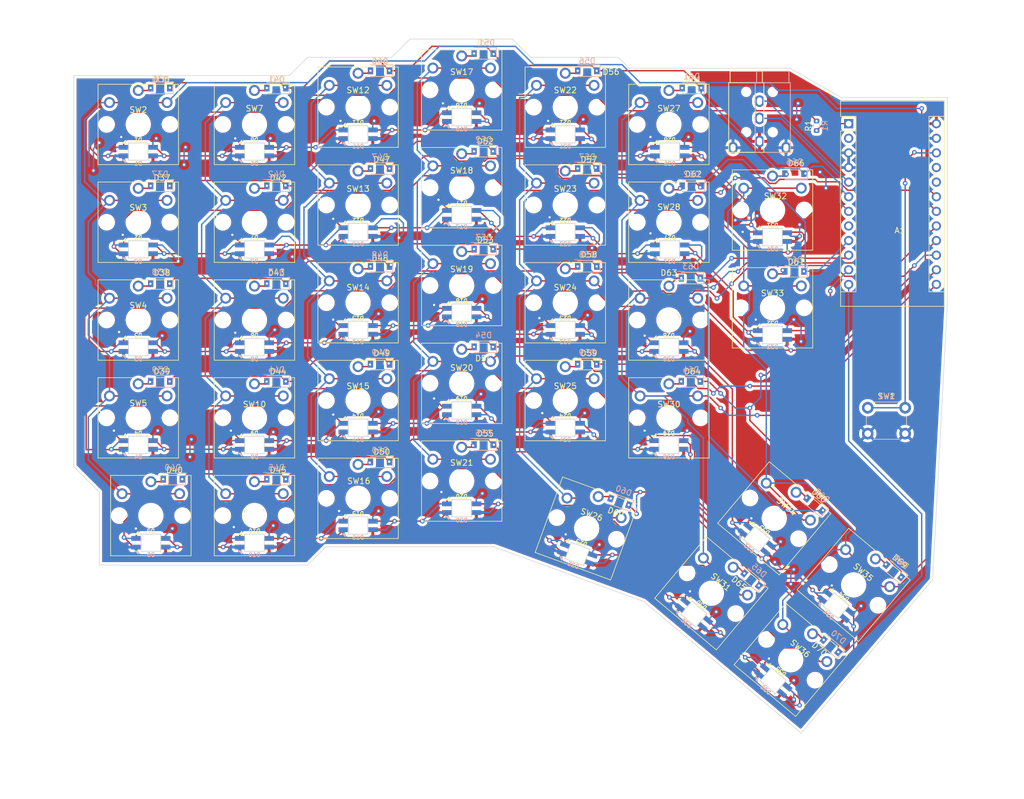
<source format=kicad_pcb>
(kicad_pcb (version 20211014) (generator pcbnew)
  (layers (0 "F.Cu" signal) (31 "B.Cu" signal) (34 "B.Paste" user) (35 "F.Paste" user) (36 "B.SilkS" user "B.Silkscreen") (37 "F.SilkS" user "F.Silkscreen") (38 "B.Mask" user) (39 "F.Mask" user) (44 "Edge.Cuts" user))
  (net 0 "")
  (net 1 "/LED_IN")
  (net 3 "GND")
  (net 4 "/SDA")
  (net 5 "/SCL")
  (net 6 "/ROW0")
  (net 8 "/ROW1")
  (net 9 "/ROW2")
  (net 10 "/ROW3")
  (net 11 "/ROW4")
  (net 12 "/COL6")
  (net 13 "/COL5")
  (net 14 "/COL4")
  (net 15 "/COL3")
  (net 16 "/COL2")
  (net 17 "/COL1")
  (net 18 "/COL0")
  (net 20 "VCC")
  (net 21 "/RST")
  (net 22 "5V")
  (net 23 "Net-(D1-Pad1)")
  (net 24 "/LEDR0_IN")
  (net 25 "Net-(D2-Pad1)")
  (net 26 "/LEDR0_OUT")
  (net 27 "Net-(D3-Pad1)")
  (net 28 "/LEDR1_OUT")
  (net 29 "Net-(D4-Pad1)")
  (net 30 "/LEDR2_OUT")
  (net 31 "Net-(D10-Pad3)")
  (net 32 "/LEDR3_OUT")
  (net 33 "Net-(D11-Pad3)")
  (net 34 "Net-(D12-Pad3)")
  (net 35 "Net-(D13-Pad3)")
  (net 36 "Net-(D14-Pad3)")
  (net 37 "Net-(D10-Pad1)")
  (net 38 "Net-(D11-Pad1)")
  (net 39 "Net-(D12-Pad1)")
  (net 40 "Net-(D13-Pad1)")
  (net 41 "Net-(D14-Pad1)")
  (net 42 "Net-(D15-Pad1)")
  (net 43 "Net-(D16-Pad1)")
  (net 44 "Net-(D17-Pad1)")
  (net 45 "Net-(D18-Pad1)")
  (net 46 "Net-(D19-Pad1)")
  (net 47 "Net-(D20-Pad1)")
  (net 48 "Net-(D21-Pad1)")
  (net 49 "Net-(D22-Pad1)")
  (net 50 "Net-(D23-Pad1)")
  (net 51 "Net-(D24-Pad1)")
  (net 52 "Net-(D25-Pad1)")
  (net 53 "Net-(D26-Pad1)")
  (net 54 "Net-(D27-Pad1)")
  (net 55 "Net-(D28-Pad1)")
  (net 56 "Net-(D29-Pad1)")
  (net 57 "Net-(D30-Pad1)")
  (net 58 "unconnected-(D35-Pad1)")
  (net 59 "Net-(D36-Pad2)")
  (net 60 "Net-(D37-Pad2)")
  (net 61 "Net-(D38-Pad2)")
  (net 62 "Net-(D39-Pad2)")
  (net 63 "Net-(D40-Pad2)")
  (net 64 "Net-(D41-Pad2)")
  (net 65 "Net-(D42-Pad2)")
  (net 66 "Net-(D43-Pad2)")
  (net 67 "Net-(D44-Pad2)")
  (net 68 "Net-(D45-Pad2)")
  (net 69 "Net-(D46-Pad2)")
  (net 70 "Net-(D47-Pad2)")
  (net 71 "Net-(D48-Pad2)")
  (net 72 "Net-(D49-Pad2)")
  (net 73 "Net-(D50-Pad2)")
  (net 74 "Net-(D51-Pad2)")
  (net 75 "Net-(D52-Pad2)")
  (net 76 "Net-(D53-Pad2)")
  (net 77 "Net-(D54-Pad2)")
  (net 78 "Net-(D55-Pad2)")
  (net 79 "Net-(D56-Pad2)")
  (net 80 "Net-(D57-Pad2)")
  (net 81 "Net-(D58-Pad2)")
  (net 82 "Net-(D59-Pad2)")
  (net 83 "Net-(D60-Pad2)")
  (net 84 "Net-(D61-Pad2)")
  (net 85 "Net-(D62-Pad2)")
  (net 86 "Net-(D63-Pad2)")
  (net 87 "Net-(D64-Pad2)")
  (net 88 "Net-(D65-Pad2)")
  (net 89 "Net-(D66-Pad2)")
  (net 90 "Net-(D67-Pad2)")
  (net 91 "Net-(D68-Pad2)")
  (net 92 "Net-(D69-Pad2)")
  (net 93 "Net-(D70-Pad2)")
  (footprint "KeySwitch:KS_Kailh_Choch_1u" (layer "F.Cu") (at 146.975546 142.063808 -40)
    (fp_text reference "SW31")
    (fp_text value "KS_Kailh_Low_Profile")
  )
  (footprint "Diode_SMD:D_SOD-123" (layer "F.Cu") (at 89.399127 68.231064 180)
    (fp_text reference "D47")
    (fp_text value "D")
  )
  (footprint "KeySwitch:KS_Kailh_Choch_1u" (layer "F.Cu") (at 103.5975 105.5644)
    (fp_text reference "SW20")
    (fp_text value "KS_Kailh_Low_Profile")
  )
  (footprint "LED_SMD_Custom:SK6812-MINI-E" (layer "F.Cu") (at 85.5975 62.2798 180)
    (fp_text reference "D11")
    (fp_text value "SK6812MINI" hide)
    (fp_line (start 1.7 -1.5) (end 1.7 1.5) (layer "Edge.Cuts") (width 0.12))
    (fp_line (start 1.7 1.5) (end -1.7 1.5) (layer "Edge.Cuts") (width 0.12))
    (fp_line (start -1.7 1.5) (end -1.7 -1.5) (layer "Edge.Cuts") (width 0.12))
    (fp_line (start -1.7 -1.5) (end 1.7 -1.5) (layer "Edge.Cuts") (width 0.12))
  )
  (footprint "KeySwitch:KS_Kailh_Choch_1u" (layer "F.Cu") (at 103.5975 54.5644)
    (fp_text reference "SW17")
    (fp_text value "KS_Kailh_Low_Profile")
  )
  (footprint "Diode_SMD:D_SOD-123" (layer "F.Cu") (at 167.756303 151.235287 140)
    (fp_text reference "D70")
    (fp_text value "D")
  )
  (footprint "LED_SMD_Custom:SK6812-MINI-E" (layer "F.Cu") (at 139.5975 99.2774 180)
    (fp_text reference "D28")
    (fp_text value "SK6812MINI" hide)
    (fp_line (start -1.7 1.5) (end -1.7 -1.5) (layer "Edge.Cuts") (width 0.12))
    (fp_line (start -1.7 -1.5) (end 1.7 -1.5) (layer "Edge.Cuts") (width 0.12))
    (fp_line (start 1.7 1.5) (end -1.7 1.5) (layer "Edge.Cuts") (width 0.12))
    (fp_line (start 1.7 -1.5) (end 1.7 1.5) (layer "Edge.Cuts") (width 0.12))
  )
  (footprint "Diode_SMD:D_SOD-123" (layer "F.Cu") (at 131.050868 126.152167 160)
    (fp_text reference "D60")
    (fp_text value "D")
  )
  (footprint "LED_SMD_Custom:SK6812-MINI-E" (layer "F.Cu") (at 47.41 99.2798 180)
    (fp_text reference "D3")
    (fp_text value "SK6812MINI" hide)
    (fp_line (start -1.7 1.5) (end -1.7 -1.5) (layer "Edge.Cuts") (width 0.12))
    (fp_line (start -1.7 -1.5) (end 1.7 -1.5) (layer "Edge.Cuts") (width 0.12))
    (fp_line (start 1.7 -1.5) (end 1.7 1.5) (layer "Edge.Cuts") (width 0.12))
    (fp_line (start 1.7 1.5) (end -1.7 1.5) (layer "Edge.Cuts") (width 0.12))
  )
  (footprint "Diode_SMD:D_SOD-123" (layer "F.Cu") (at 51.211627 105.231064 180)
    (fp_text reference "D39")
    (fp_text value "D")
  )
  (footprint "KeySwitch:KS_Kailh_Choch_1u" (layer "F.Cu") (at 67.5975 77.5644)
    (fp_text reference "SW8")
    (fp_text value "KS_Kailh_Low_Profile")
  )
  (footprint "LED_SMD_Custom:SK6812-MINI-E" (layer "F.Cu") (at 157.5975 80.1548 180)
    (fp_text reference "D31")
    (fp_text value "SK6812MINI" hide)
    (fp_line (start -1.7 1.5) (end -1.7 -1.5) (layer "Edge.Cuts") (width 0.12))
    (fp_line (start 1.7 1.5) (end -1.7 1.5) (layer "Edge.Cuts") (width 0.12))
    (fp_line (start 1.7 -1.5) (end 1.7 1.5) (layer "Edge.Cuts") (width 0.12))
    (fp_line (start -1.7 -1.5) (end 1.7 -1.5) (layer "Edge.Cuts") (width 0.12))
  )
  (footprint "KeySwitch:KS_Kailh_Choch_1u" (layer "F.Cu") (at 139.5975 77.5644)
    (fp_text reference "SW28")
    (fp_text value "KS_Kailh_Low_Profile")
  )
  (footprint "Arduino:Arduino_Pro_Micro_USB_C" (layer "F.Cu") (at 179.715 79.4825)
    (fp_text reference "A1")
    (fp_text value "Arduino_Pro_Micro")
  )
  (footprint "Diode_SMD:D_SOD-123" (layer "F.Cu") (at 51.211627 71.231064 180)
    (fp_text reference "D37")
    (fp_text value "D")
  )
  (footprint "Diode_SMD:D_SOD-123" (layer "F.Cu") (at 153.967504 139.665111 140)
    (fp_text reference "D65")
    (fp_text value "D")
  )
  (footprint "KeySwitch:KS_Kailh_Choch_1u" (layer "F.Cu") (at 103.5975 88.5644)
    (fp_text reference "SW19")
    (fp_text value "KS_Kailh_Low_Profile")
  )
  (footprint "LED_SMD_Custom:SK6812-MINI-E" (layer "F.Cu") (at 139.5975 116.2798 180)
    (fp_text reference "D29")
    (fp_text value "SK6812MINI" hide)
    (fp_line (start -1.7 1.5) (end -1.7 -1.5) (layer "Edge.Cuts") (width 0.12))
    (fp_line (start -1.7 -1.5) (end 1.7 -1.5) (layer "Edge.Cuts") (width 0.12))
    (fp_line (start 1.7 1.5) (end -1.7 1.5) (layer "Edge.Cuts") (width 0.12))
    (fp_line (start 1.7 -1.5) (end 1.7 1.5) (layer "Edge.Cuts") (width 0.12))
  )
  (footprint "Diode_SMD:D_SOD-123" (layer "F.Cu") (at 89.399127 102.231064 180)
    (fp_text reference "D49")
    (fp_text value "D")
  )
  (footprint "Diode_SMD:D_SOD-123" (layer "F.Cu") (at 71.399127 105.231064 180)
    (fp_text reference "D44")
    (fp_text value "D")
  )
  (footprint "Diode_SMD:D_SOD-123" (layer "F.Cu") (at 53.399127 122.231064 180)
    (fp_text reference "D40")
    (fp_text value "D")
  )
  (footprint "KeySwitch:KS_Kailh_Choch_1u" (layer "F.Cu") (at 103.5975 122.5644)
    (fp_text reference "SW21")
    (fp_text value "KS_Kailh_Low_Profile")
  )
  (footprint "Diode_SMD:D_SOD-123" (layer "F.Cu") (at 89.399127 51.231064 180)
    (fp_text reference "D46")
    (fp_text value "D")
  )
  (footprint "KeySwitch:KS_Kailh_Choch_1u" (layer "F.Cu") (at 121.5975 74.5644)
    (fp_text reference "SW23")
    (fp_text value "KS_Kailh_Low_Profile")
  )
  (footprint "LED_SMD_Custom:SK6812-MINI-E" (layer "F.Cu") (at 85.5975 79.2798 180)
    (fp_text reference "D12")
    (fp_text value "SK6812MINI" hide)
    (fp_line (start -1.7 1.5) (end -1.7 -1.5) (layer "Edge.Cuts") (width 0.12))
    (fp_line (start 1.7 1.5) (end -1.7 1.5) (layer "Edge.Cuts") (width 0.12))
    (fp_line (start 1.7 -1.5) (end 1.7 1.5) (layer "Edge.Cuts") (width 0.12))
    (fp_line (start -1.7 -1.5) (end 1.7 -1.5) (layer "Edge.Cuts") (width 0.12))
  )
  (footprint "KeySwitch:KS_Kailh_Choch_1.25u" (layer "F.Cu") (at 47.41 60.5644)
    (fp_text reference "SW2")
    (fp_text value "KS_Kailh_Low_Profile")
  )
  (footprint "LED_SMD_Custom:SK6812-MINI-E" (layer "F.Cu") (at 67.5975 116.2798 180)
    (fp_text reference "D9")
    (fp_text value "SK6812MINI" hide)
    (fp_line (start 1.7 -1.5) (end 1.7 1.5) (layer "Edge.Cuts") (width 0.12))
    (fp_line (start -1.7 1.5) (end -1.7 -1.5) (layer "Edge.Cuts") (width 0.12))
    (fp_line (start 1.7 1.5) (end -1.7 1.5) (layer "Edge.Cuts") (width 0.12))
    (fp_line (start -1.7 -1.5) (end 1.7 -1.5) (layer "Edge.Cuts") (width 0.12))
  )
  (footprint "LED_SMD_Custom:SK6812-MINI-E" (layer "F.Cu") (at 67.5975 65.2798 180)
    (fp_text reference "D6")
    (fp_text value "SK6812MINI" hide)
    (fp_line (start -1.7 1.5) (end -1.7 -1.5) (layer "Edge.Cuts") (width 0.12))
    (fp_line (start -1.7 -1.5) (end 1.7 -1.5) (layer "Edge.Cuts") (width 0.12))
    (fp_line (start 1.7 -1.5) (end 1.7 1.5) (layer "Edge.Cuts") (width 0.12))
    (fp_line (start 1.7 1.5) (end -1.7 1.5) (layer "Edge.Cuts") (width 0.12))
  )
  (footprint "KeySwitch:KS_Kailh_Choch_1.25u" (layer "F.Cu") (at 47.41 77.5644)
    (fp_text reference "SW3")
    (fp_text value "KS_Kailh_Low_Profile")
  )
  (footprint "LED_SMD_Custom:SK6812-MINI-E" (layer "F.Cu") (at 103.5975 93.2798 180)
    (fp_text reference "D18")
    (fp_text value "SK6812MINI" hide)
    (fp_line (start 1.7 -1.5) (end 1.7 1.5) (layer "Edge.Cuts") (width 0.12))
    (fp_line (start 1.7 1.5) (end -1.7 1.5) (layer "Edge.Cuts") (width 0.12))
    (fp_line (start -1.7 -1.5) (end 1.7 -1.5) (layer "Edge.Cuts") (width 0.12))
    (fp_line (start -1.7 1.5) (end -1.7 -1.5) (layer "Edge.Cuts") (width 0.12))
  )
  (footprint "LED_SMD_Custom:SK6812-MINI-E" (layer "F.Cu") (at 154.871935 132.653257 140)
    (fp_text reference "D33")
    (fp_text value "SK6812MINI" hide)
    (fp_line (start -1.7 -1.5) (end 1.7 -1.5) (layer "Edge.Cuts") (width 0.12))
    (fp_line (start 1.7 1.5) (end -1.7 1.5) (layer "Edge.Cuts") (width 0.12))
    (fp_line (start 1.7 -1.5) (end 1.7 1.5) (layer "Edge.Cuts") (width 0.12))
    (fp_line (start -1.7 1.5) (end -1.7 -1.5) (layer "Edge.Cuts") (width 0.12))
  )
  (footprint "KeySwitch:KS_Kailh_Choch_1u" (layer "F.Cu") (at 85.5975 125.5644)
    (fp_text reference "SW16")
    (fp_text value "KS_Kailh_Low_Profile")
  )
  (footprint "Diode_SMD:D_SOD-123" (layer "F.Cu") (at 71.399127 88.231064 180)
    (fp_text reference "D43")
    (fp_text value "D")
  )
  (footprint "KeySwitch:KS_Kailh_Choch_1u" (layer "F.Cu") (at 67.5975 60.5644)
    (fp_text reference "SW7")
    (fp_text value "KS_Kailh_Low_Profile")
  )
  (footprint "KeySwitch:KS_Kailh_Choch_1u" (layer "F.Cu") (at 85.5975 74.5644)
    (fp_text reference "SW13")
    (fp_text value "KS_Kailh_Low_Profile")
  )
  (footprint "KeySwitch:KS_Kailh_Choch_1u" (layer "F.Cu") (at 67.5975 111.5644)
    (fp_text reference "SW10")
    (fp_text value "KS_Kailh_Low_Profile")
  )
  (footprint "Diode_SMD:D_SOD-123" (layer "F.Cu") (at 143.549127 54.231064 180)
    (fp_text reference "D61")
    (fp_text value "D")
  )
  (footprint "Diode_SMD:D_SOD-123" (layer "F.Cu") (at 107.399127 116.231064 180)
    (fp_text reference "D55")
    (fp_text value "D")
  )
  (footprint "Diode_SMD:D_SOD-123" (layer "F.Cu") (at 107.399127 99.231064 180)
    (fp_text reference "D54")
    (fp_text value "D")
  )
  (footprint "Diode_SMD:D_SOD-123" (layer "F.Cu") (at 71.399127 122.231064 180)
    (fp_text reference "D45")
    (fp_text value "D")
  )
  (footprint "KeySwitch:KS_Kailh_Choch_1u" (layer "F.Cu") (at 157.902935 129.041052 -40)
    (fp_text reference "SW34")
    (fp_text value "KS_Kailh_Low_Profile")
  )
  (footprint "Diode_SMD:D_SOD-123" (layer "F.Cu") (at 161.399127 69.106064 180)
    (fp_text reference "D66")
    (fp_text value "D")
  )
  (footprint "KeySwitch:KS_Kailh_Choch_1u" (layer "F.Cu") (at 139.5975 111.5644)
    (fp_text reference "SW30")
    (fp_text value "KS_Kailh_Low_Profile")
  )
  (footprint "LED_SMD_Custom:SK6812-MINI-E" (layer "F.Cu") (at 47.41 65.2798 180)
    (fp_text reference "D1")
    (fp_text value "SK6812MINI" hide)
    (fp_line (start 1.7 -1.5) (end 1.7 1.5) (layer "Edge.Cuts") (width 0.12))
    (fp_line (start -1.7 1.5) (end -1.7 -1.5) (layer "Edge.Cuts") (width 0.12))
    (fp_line (start -1.7 -1.5) (end 1.7 -1.5) (layer "Edge.Cuts") (width 0.12))
    (fp_line (start 1.7 1.5) (end -1.7 1.5) (layer "Edge.Cuts") (width 0.12))
  )
  (footprint "KeySwitch:KS_Kailh_Choch_1u" (layer "F.Cu") (at 67.5975 128.5644)
    (fp_text reference "SW11")
    (fp_text value "KS_Kailh_Low_Profile")
  )
  (footprint "Diode_SMD:D_SOD-123" (layer "F.Cu") (at 125.399127 102.231064 180)
    (fp_text reference "D59")
    (fp_text value "D")
  )
  (footprint "KeySwitch:KS_Kailh_Choch_1u" (layer "F.Cu") (at 121.5975 91.5644)
    (fp_text reference "SW24")
    (fp_text value "KS_Kailh_Low_Profile")
  )
  (footprint "KeySwitch:KS_Kailh_Choch_1.25u" (layer "F.Cu") (at 47.41 94.5644)
    (fp_text reference "SW4")
    (fp_text value "KS_Kailh_Low_Profile")
  )
  (footprint "LED_SMD_Custom:SK6812-MINI-E" (layer "F.Cu") (at 121.5975 113.2798 180)
    (fp_text reference "D24")
    (fp_text value "SK6812MINI" hide)
    (fp_line (start 1.7 -1.5) (end 1.7 1.5) (layer "Edge.Cuts") (width 0.12))
    (fp_line (start -1.7 1.5) (end -1.7 -1.5) (layer "Edge.Cuts") (width 0.12))
    (fp_line (start -1.7 -1.5) (end 1.7 -1.5) (layer "Edge.Cuts") (width 0.12))
    (fp_line (start 1.7 1.5) (end -1.7 1.5) (layer "Edge.Cuts") (width 0.12))
  )
  (footprint "KeySwitch:KS_Kailh_Choch_1u" (layer "F.Cu") (at 85.5975 57.5644)
    (fp_text reference "SW12")
    (fp_text value "KS_Kailh_Low_Profile")
  )
  (footprint "LED_SMD_Custom:SK6812-MINI-E" (layer "F.Cu") (at 121.5975 96.2798 180)
    (fp_text reference "D23")
    (fp_text value "SK6812MINI" hide)
    (fp_line (start 1.7 1.5) (end -1.7 1.5) (layer "Edge.Cuts") (width 0.12))
    (fp_line (start -1.7 -1.5) (end 1.7 -1.5) (layer "Edge.Cuts") (width 0.12))
    (fp_line (start 1.7 -1.5) (end 1.7 1.5) (layer "Edge.Cuts") (width 0.12))
    (fp_line (start -1.7 1.5) (end -1.7 -1.5) (layer "Edge.Cuts") (width 0.12))
  )
  (footprint "KeySwitch:KS_Kailh_Choch_1u" (layer "F.Cu") (at 157.5975 75.4394)
    (fp_text reference "SW32")
    (fp_text value "KS_Kailh_Low_Profile")
  )
  (footprint "LED_SMD_Custom:SK6812-MINI-E" (layer "F.Cu") (at 85.5975 113.2798 180)
    (fp_text reference "D14")
    (fp_text value "SK6812MINI" hide)
    (fp_line (start 1.7 -1.5) (end 1.7 1.5) (layer "Edge.Cuts") (width 0.12))
    (fp_line (start -1.7 1.5) (end -1.7 -1.5) (layer "Edge.Cuts") (width 0.12))
    (fp_line (start -1.7 -1.5) (end 1.7 -1.5) (layer "Edge.Cuts") (width 0.12))
    (fp_line (start 1.7 1.5) (end -1.7 1.5) (layer "Edge.Cuts") (width 0.12))
  )
  (footprint "LED_SMD_Custom:SK6812-MINI-E" (layer "F.Cu") (at 103.5975 127.2798 180)
    (fp_text reference "D20")
    (fp_text value "SK6812MINI" hide)
    (fp_line (start -1.7 1.5) (end -1.7 -1.5) (layer "Edge.Cuts") (width 0.12))
    (fp_line (start 1.7 1.5) (end -1.7 1.5) (layer "Edge.Cuts") (width 0.12))
    (fp_line (start 1.7 -1.5) (end 1.7 1.5) (layer "Edge.Cuts") (width 0.12))
    (fp_line (start -1.7 -1.5) (end 1.7 -1.5) (layer "Edge.Cuts") (width 0.12))
  )
  (footprint "Button_Switch_THT:SW_PUSH_6mm_H4.3mm" (layer "F.Cu") (at 174.1436 109.8148)
    (fp_text reference "SW1")
    (fp_text value "SW_Push")
  )
  (footprint "LED_SMD_Custom:SK6812-MINI-E" (layer "F.Cu") (at 103.5975 110.2798 180)
    (fp_text reference "D19")
    (fp_text value "SK6812MINI" hide)
    (fp_line (start 1.7 -1.5) (end 1.7 1.5) (layer "Edge.Cuts") (width 0.12))
    (fp_line (start 1.7 1.5) (end -1.7 1.5) (layer "Edge.Cuts") (width 0.12))
    (fp_line (start -1.7 1.5) (end -1.7 -1.5) (layer "Edge.Cuts") (width 0.12))
    (fp_line (start -1.7 -1.5) (end 1.7 -1.5) (layer "Edge.Cuts") (width 0.12))
  )
  (footprint "LED_SMD_Custom:SK6812-MINI-E" (layer "F.Cu") (at 49.5975 133.2798 180)
    (fp_text reference "D5")
    (fp_text value "SK6812MINI" hide)
    (fp_line (start -1.7 -1.5) (end 1.7 -1.5) (layer "Edge.Cuts") (width 0.12))
    (fp_line (start 1.7 1.5) (end -1.7 1.5) (layer "Edge.Cuts") (width 0.12))
    (fp_line (start -1.7 1.5) (end -1.7 -1.5) (layer "Edge.Cuts") (width 0.12))
    (fp_line (start 1.7 -1.5) (end 1.7 1.5) (layer "Edge.Cuts") (width 0.12))
  )
  (footprint "LED_SMD_Custom:SK6812-MINI-E" (layer "F.Cu") (at 47.41 82.2798 180)
    (fp_text reference "D2")
    (fp_text value "SK6812MINI" hide)
    (fp_line (start -1.7 1.5) (end -1.7 -1.5) (layer "Edge.Cuts") (width 0.12))
    (fp_line (start 1.7 1.5) (end -1.7 1.5) (layer "Edge.Cuts") (width 0.12))
    (fp_line (start 1.7 -1.5) (end 1.7 1.5) (layer "Edge.Cuts") (width 0.12))
    (fp_line (start -1.7 -1.5) (end 1.7 -1.5) (layer "Edge.Cuts") (width 0.12))
  )
  (footprint "KeySwitch:KS_Kailh_Choch_1u" (layer "F.Cu") (at 67.5975 94.5644)
    (fp_text reference "SW9")
    (fp_text value "KS_Kailh_Low_Profile")
  )
  (footprint "KeySwitch:KS_Kailh_Choch_1u" (layer "F.Cu") (at 121.5975 108.5644)
    (fp_text reference "SW25")
    (fp_text value "KS_Kailh_Low_Profile")
  )
  (footprint "Diode_SMD:D_SOD-123" (layer "F.Cu") (at 51.211627 88.231064 180)
    (fp_text reference "D38")
    (fp_text value "D")
  )
  (footprint "LED_SMD_Custom:SK6812-MINI-E" (layer "F.Cu") (at 143.944546 145.676014 140)
    (fp_text reference "D30")
    (fp_text value "SK6812MINI" hide)
    (fp_line (start 1.7 1.5) (end -1.7 1.5) (layer "Edge.Cuts") (width 0.12))
    (fp_line (start -1.7 -1.5) (end 1.7 -1.5) (layer "Edge.Cuts") (width 0.12))
    (fp_line (start 1.7 -1.5) (end 1.7 1.5) (layer "Edge.Cuts") (width 0.12))
    (fp_line (start -1.7 1.5) (end -1.7 -1.5) (layer "Edge.Cuts") (width 0.12))
  )
  (footprint "LED_SMD_Custom:SK6812-MINI-E" (layer "F.Cu") (at 67.5975 82.2798 180)
    (fp_text reference "D7")
    (fp_text value "SK6812MINI" hide)
    (fp_line (start -1.7 1.5) (end -1.7 -1.5) (layer "Edge.Cuts") (width 0.12))
    (fp_line (start -1.7 -1.5) (end 1.7 -1.5) (layer "Edge.Cuts") (width 0.12))
    (fp_line (start 1.7 -1.5) (end 1.7 1.5) (layer "Edge.Cuts") (width 0.12))
    (fp_line (start 1.7 1.5) (end -1.7 1.5) (layer "Edge.Cuts") (width 0.12))
  )
  (footprint "Diode_SMD:D_SOD-123" (layer "F.Cu") (at 71.399127 54.231064 180)
    (fp_text reference "D41")
    (fp_text value "D")
  )
  (footprint "Diode_SMD:D_SOD-123" (layer "F.Cu") (at 71.399127 71.231064 180)
    (fp_text reference "D42")
    (fp_text value "D")
  )
  (footprint "Diode_SMD:D_SOD-123" (layer "F.Cu") (at 125.399127 68.231064 180)
    (fp_text reference "D57")
    (fp_text value "D")
  )
  (footprint "KeySwitch:KS_Kailh_Choch_1u" (layer "F.Cu") (at 85.5975 108.5644)
    (fp_text reference "SW15")
    (fp_text value "KS_Kailh_Low_Profile")
  )
  (footprint "LED_SMD_Custom:SK6812-MINI-E" (layer "F.Cu") (at 157.733345 157.246191 140)
    (fp_text reference "D35")
    (fp_text value "SK6812MINI" hide)
    (fp_line (start -1.7 1.5) (end -1.7 -1.5) (layer "Edge.Cuts") (width 0.12))
    (fp_line (start 1.7 1.5) (end -1.7 1.5) (layer "Edge.Cuts") (width 0.12))
    (fp_line (start 1.7 -1.5) (end 1.7 1.5) (layer "Edge.Cuts") (width 0.12))
    (fp_line (start -1.7 -1.5) (end 1.7 -1.5) (layer "Edge.Cuts") (width 0.12))
  )
  (footprint "KeySwitch:KS_Kailh_Choch_1u" (layer "F.Cu") (at 121.5975 57.5644)
    (fp_text reference "SW22")
    (fp_text value "KS_Kailh_Low_Profile")
  )
  (footprint "KeySwitch:KS_Kailh_Choch_1.25u" (layer "F.Cu") (at 47.41 111.5644)
    (fp_text reference "SW5")
    (fp_text value "KS_Kailh_Low_Profile")
  )
  (footprint "Diode_SMD:D_SOD-123" (layer "F.Cu") (at 164.894893 126.642355 140)
    (fp_text reference "D68")
    (fp_text value "D")
  )
  (footprint "LED_SMD_Custom:SK6812-MINI-E" (layer "F.Cu") (at 85.5975 130.2798 180)
    (fp_text reference "D15")
    (fp_text value "SK6812MINI" hide)
    (fp_line (start -1.7 1.5) (end -1.7 -1.5) (layer "Edge.Cuts") (width 0.12))
    (fp_line (start 1.7 -1.5) (end 1.7 1.5) (layer "Edge.Cuts") (width 0.12))
    (fp_line (start 1.7 1.5) (end -1.7 1.5) (layer "Edge.Cuts") (width 0.12))
    (fp_line (start -1.7 -1.5) (end 1.7 -1.5) (layer "Edge.Cuts") (width 0.12))
  )
  (footprint "Diode_SMD:D_SOD-123" (layer "F.Cu") (at 51.211627 54.231064 180)
    (fp_text reference "D36")
    (fp_text value "D")
  )
  (footprint "LED_SMD_Custom:SK6812-MINI-E" (layer "F.Cu") (at 157.5975 97.1548 180)
    (fp_text reference "D32")
    (fp_text value "SK6812MINI" hide)
    (fp_line (start -1.7 -1.5) (end 1.7 -1.5) (layer "Edge.Cuts") (width 0.12))
    (fp_line (start -1.7 1.5) (end -1.7 -1.5) (layer "Edge.Cuts") (width 0.12))
    (fp_line (start 1.7 -1.5) (end 1.7 1.5) (layer "Edge.Cuts") (width 0.12))
    (fp_line (start 1.7 1.5) (end -1.7 1.5) (layer "Edge.Cuts") (width 0.12))
  )
  (footprint "Diode_SMD:D_SOD-123" (layer "F.Cu") (at 107.399127 65.231064 180)
    (fp_text reference "D52")
    (fp_text value "D")
  )
  (footprint "KeySwitch:KS_Kailh_Choch_1u" (layer "F.Cu") (at 139.5975 94.5644)
    (fp_text reference "SW29")
    (fp_text value "KS_Kailh_Low_Profile")
  )
  (footprint "LED_SMD_Custom:SK6812-MINI-E" (layer "F.Cu") (at 139.7475 82.2798 180)
    (fp_text reference "D27")
    (fp_text value "SK6812MINI" hide)
    (fp_line (start 1.7 1.5) (end -1.7 1.5) (layer "Edge.Cuts") (width 0.12))
    (fp_line (start 1.7 -1.5) (end 1.7 1.5) (layer "Edge.Cuts") (width 0.12))
    (fp_line (start -1.7 1.5) (end -1.7 -1.5) (layer "Edge.Cuts") (width 0.12))
    (fp_line (start -1.7 -1.5) (end 1.7 -1.5) (layer "Edge.Cuts") (width 0.12))
  )
  (footprint "LED_SMD_Custom:SK6812-MINI-E" (layer "F.Cu") (at 168.660736 144.223435 140)
    (fp_text reference "D34")
    (fp_text value "SK6812MINI" hide)
    (fp_line (start 1.7 -1.5) (end 1.7 1.5) (layer "Edge.Cuts") (width 0.12))
    (fp_line (start -1.7 1.5) (end -1.7 -1.5) (layer "Edge.Cuts") (width 0.12))
    (fp_line (start -1.7 -1.5) (end 1.7 -1.5) (layer "Edge.Cuts") (width 0.12))
    (fp_line (start 1.7 1.5) (end -1.7 1.5) (layer "Edge.Cuts") (width 0.12))
  )
  (footprint "KeySwitch:KS_Kailh_Choch_1u" (layer "F.Cu") (at 171.691735 140.611229 -40)
    (fp_text reference "SW35")
    (fp_text value "KS_Kailh_Low_Profile")
  )
  (footprint "Diode_SMD:D_SOD-123" (layer "F.Cu") (at 143.399127 105.231064 180)
    (fp_text reference "D64")
    (fp_text value "D")
  )
  (footprint "KeySwitch:KS_Kailh_Choch_1u" (layer "F.Cu") (at 139.5975 60.5644)
    (fp_text reference "SW27")
    (fp_text value "KS_Kailh_Low_Profile")
  )
  (footprint "KeySwitch:KS_Kailh_Choch_1u" (layer "F.Cu") (at 157.5975 92.4394)
    (fp_text reference "SW33")
    (fp_text value "KS_Kailh_Low_Profile")
  )
  (footprint "LED_SMD_Custom:SK6812-MINI-E" (layer "F.Cu") (at 123.694422 135.230481 160)
    (fp_text reference "D25")
    (fp_text value "SK6812MINI" hide)
    (fp_line (start -1.7 -1.5) (end 1.7 -1.5) (layer "Edge.Cuts") (width 0.12))
    (fp_line (start 1.7 1.5) (end -1.7 1.5) (layer "Edge.Cuts") (width 0.12))
    (fp_line (start -1.7 1.5) (end -1.7 -1.5) (layer "Edge.Cuts") (width 0.12))
    (fp_line (start 1.7 -1.5) (end 1.7 1.5) (layer "Edge.Cuts") (width 0.12))
  )
  (footprint "KeySwitch:KS_Kailh_Choch_1u" (layer "F.Cu") (at 103.5975 71.5644)
    (fp_text reference "SW18")
    (fp_text value "KS_Kailh_Low_Profile")
  )
  (footprint "Diode_SMD:D_SOD-123" (layer "F.Cu") (at 143.399127 87.274064 180)
    (fp_text reference "D63")
    (fp_text value "D")
  )
  (footprint "Connector_Audio_Custom:TRRS-PJ-320A" (layer "F.Cu") (at 153.035 53.3075)
    (fp_text reference "J1")
    (fp_text value "AudioJack3_Ground")
  )
  (footprint "LED_SMD_Custom:SK6812-MINI-E" (layer "F.Cu") (at 67.5975 99.2798 180)
    (fp_text reference "D8")
    (fp_text value "SK6812MINI" hide)
    (fp_line (start -1.7 -1.5) (end 1.7 -1.5) (layer "Edge.Cuts") (width 0.12))
    (fp_line (start 1.7 1.5) (end -1.7 1.5) (layer "Edge.Cuts") (width 0.12))
    (fp_line (start -1.7 1.5) (end -1.7 -1.5) (layer "Edge.Cuts") (width 0.12))
    (fp_line (start 1.7 -1.5) (end 1.7 1.5) (layer "Edge.Cuts") (width 0.12))
  )
  (footprint "LED_SMD_Custom:SK6812-MINI-E" (layer "F.Cu") (at 47.41 116.2798 180)
    (fp_text reference "D4")
    (fp_text value "SK6812MINI" hide)
    (fp_line (start -1.7 1.5) (end -1.7 -1.5) (layer "Edge.Cuts") (width 0.12))
    (fp_line (start -1.7 -1.5) (end 1.7 -1.5) (layer "Edge.Cuts") (width 0.12))
    (fp_line (start 1.7 -1.5) (end 1.7 1.5) (layer "Edge.Cuts") (width 0.12))
    (fp_line (start 1.7 1.5) (end -1.7 1.5) (layer "Edge.Cuts") (width 0.12))
  )
  (footprint "KeySwitch:KS_Kailh_Choch_1.25u" (layer "F.Cu") (at 125.307184 130.799454 -20)
    (fp_text reference "SW26")
    (fp_text value "KS_Kailh_Low_Profile")
  )
  (footprint "Diode_SMD:D_SOD-123" (layer "F.Cu") (at 89.399127 85.231064 180)
    (fp_text reference "D48")
    (fp_text value "D")
  )
  (footprint "LED_SMD_Custom:SK6812-MINI-E" (layer "F.Cu") (at 121.5975 79.2798 180)
    (fp_text reference "D22")
    (fp_text value "SK6812MINI" hide)
    (fp_line (start 1.7 1.5) (end -1.7 1.5) (layer "Edge.Cuts") (width 0.12))
    (fp_line (start 1.7 -1.5) (end 1.7 1.5) (layer "Edge.Cuts") (width 0.12))
    (fp_line (start -1.7 -1.5) (end 1.7 -1.5) (layer "Edge.Cuts") (width 0.12))
    (fp_line (start -1.7 1.5) (end -1.7 -1.5) (layer "Edge.Cuts") (width 0.12))
  )
  (footprint "LED_SMD_Custom:SK6812-MINI-E" (layer "F.Cu") (at 121.5975 62.2798 180)
    (fp_text reference "D21")
    (fp_text value "SK6812MINI" hide)
    (fp_line (start -1.7 -1.5) (end 1.7 -1.5) (layer "Edge.Cuts") (width 0.12))
    (fp_line (start 1.7 -1.5) (end 1.7 1.5) (layer "Edge.Cuts") (width 0.12))
    (fp_line (start -1.7 1.5) (end -1.7 -1.5) (layer "Edge.Cuts") (width 0.12))
    (fp_line (start 1.7 1.5) (end -1.7 1.5) (layer "Edge.Cuts") (width 0.12))
  )
  (footprint "KeySwitch:KS_Kailh_Choch_1u" (layer "F.Cu") (at 49.5975 128.5644)
    (fp_text reference "SW6")
    (fp_text value "KS_Kailh_Low_Profile")
  )
  (footprint "Diode_SMD:D_SOD-123" (layer "F.Cu") (at 143.549127 71.231064 180)
    (fp_text reference "D62")
    (fp_text value "D")
  )
  (footprint "Diode_SMD:D_SOD-123" (layer "F.Cu") (at 89.399127 119.231064 180)
    (fp_text reference "D50")
    (fp_text value "D")
  )
  (footprint "LED_SMD_Custom:SK6812-MINI-E" (layer "F.Cu") (at 67.5975 133.2798 180)
    (fp_text reference "D10")
    (fp_text value "SK6812MINI" hide)
    (fp_line (start 1.7 -1.5) (end 1.7 1.5) (layer "Edge.Cuts") (width 0.12))
    (fp_line (start -1.7 1.5) (end -1.7 -1.5) (layer "Edge.Cuts") (width 0.12))
    (fp_line (start 1.7 1.5) (end -1.7 1.5) (layer "Edge.Cuts") (width 0.12))
    (fp_line (start -1.7 -1.5) (end 1.7 -1.5) (layer "Edge.Cuts") (width 0.12))
  )
  (footprint "Diode_SMD:D_SOD-123" (layer "F.Cu") (at 125.399127 51.231064 180)
    (fp_text reference "D56")
    (fp_text value "D")
  )
  (footprint "Diode_SMD:D_SOD-123" (layer "F.Cu") (at 125.399127 85.231064 180)
    (fp_text reference "D58")
    (fp_text value "D")
  )
  (footprint "LED_SMD_Custom:SK6812-MINI-E" (layer "F.Cu") (at 103.5975 59.2798 180)
    (fp_text reference "D16")
    (fp_text value "SK6812MINI" hide)
    (fp_line (start -1.7 1.5) (end -1.7 -1.5) (layer "Edge.Cuts") (width 0.12))
    (fp_line (start 1.7 1.5) (end -1.7 1.5) (layer "Edge.Cuts") (width 0.12))
    (fp_line (start -1.7 -1.5) (end 1.7 -1.5) (layer "Edge.Cuts") (width 0.12))
    (fp_line (start 1.7 -1.5) (end 1.7 1.5) (layer "Edge.Cuts") (width 0.12))
  )
  (footprint "Diode_SMD:D_SOD-123" (layer "F.Cu") (at 161.399127 86.106064 180)
    (fp_text reference "D67")
    (fp_text value "D")
  )
  (footprint "Diode_SMD:D_SOD-123" (layer "F.Cu") (at 107.399127 48.231064 180)
    (fp_text reference "D51")
    (fp_text value "D")
  )
  (footprint "KeySwitch:KS_Kailh_Choch_1u" (layer "F.Cu") (at 160.764346 153.633985 -40)
    (fp_text reference "SW36")
    (fp_text value "KS_Kailh_Low_Profile")
  )
  (footprint "LED_SMD_Custom:SK6812-MINI-E" (layer "F.Cu") (at 139.7475 65.2798 180)
    (fp_text reference "D26")
    (fp_text value "SK6812MINI" hide)
    (fp_line (start -1.7 1.5) (end -1.7 -1.5) (layer "Edge.Cuts") (width 0.12))
    (fp_line (start 1.7 1.5) (end -1.7 1.5) (layer "Edge.Cuts") (width 0.12))
    (fp_line (start -1.7 -1.5) (end 1.7 -1.5) (layer "Edge.Cuts") (width 0.12))
    (fp_line (start 1.7 -1.5) (end 1.7 1.5) (layer "Edge.Cuts") (width 0.12))
  )
  (footprint "LED_SMD_Custom:SK6812-MINI-E" (layer "F.Cu") (at 85.5975 96.2798 180)
    (fp_text reference "D13")
    (fp_text value "SK6812MINI" hide)
    (fp_line (start -1.7 -1.5) (end 1.7 -1.5) (layer "Edge.Cuts") (width 0.12))
    (fp_line (start -1.7 1.5) (end -1.7 -1.5) (layer "Edge.Cuts") (width 0.12))
    (fp_line (start 1.7 -1.5) (end 1.7 1.5) (layer "Edge.Cuts") (width 0.12))
    (fp_line (start 1.7 1.5) (end -1.7 1.5) (layer "Edge.Cuts") (width 0.12))
  )
  (footprint "Diode_SMD:D_SOD-123" (layer "F.Cu") (at 107.399127 82.231064 180)
    (fp_text reference "D53")
    (fp_text value "D")
  )
  (footprint "Resistor_SMD:R_0603_1608Metric" (layer "F.Cu") (at 165.2524 60.8076 90)
    (fp_text reference "R1")
    (fp_text value "500R")
  )
  (footprint "Diode_SMD:D_SOD-123" (layer "F.Cu") (at 178.683693 138.212532 140)
    (fp_text reference "D69")
    (fp_text value "D")
  )
  (footprint "KeySwitch:KS_Kailh_Choch_1u" (layer "F.Cu") (at 85.5975 91.5644)
    (fp_text reference "SW14")
    (fp_text value "KS_Kailh_Low_Profile")
  )
  (footprint "LED_SMD_Custom:SK6812-MINI-E" (layer "F.Cu") (at 103.5975 76.2798 180)
    (fp_text reference "D17")
    (fp_text value "SK6812MINI" hide)
    (fp_line (start -1.7 1.5) (end -1.7 -1.5) (layer "Edge.Cuts") (width 0.12))
    (fp_line (start -1.7 -1.5) (end 1.7 -1.5) (layer "Edge.Cuts") (width 0.12))
    (fp_line (start 1.7 1.5) (end -1.7 1.5) (layer "Edge.Cuts") (width 0.12))
    (fp_line (start 1.7 -1.5) (end 1.7 1.5) (layer "Edge.Cuts") (width 0.12))
  )
  (footprint "LED_SMD_Custom:SK6812-MINI-E-NO-HOLE" (layer "B.Cu") (at 121.592764 113.277565 180)
    (fp_text reference "D24")
    (fp_text value "SK6812MINI" hide)
  )
  (footprint "LED_SMD_Custom:SK6812-MINI-E-NO-HOLE" (layer "B.Cu") (at 47.405264 65.277565 180)
    (fp_text reference "D1")
    (fp_text value "SK6812MINI" hide)
  )
  (footprint "Diode_SMD:D_SOD-123" (layer "B.Cu") (at 89.4075 68.2144 180)
    (fp_text reference "D47")
    (fp_text value "D")
  )
  (footprint "Diode_SMD:D_SOD-123" (layer "B.Cu") (at 125.4075 51.2144 180)
    (fp_text reference "D56")
    (fp_text value "D")
  )
  (footprint "Connector_Audio_Custom:TRRS-PJ-320A" (layer "B.Cu") (at 157.642915 53.311819 180)
    (fp_text reference "J1")
    (fp_text value "AudioJack3_Ground")
  )
  (footprint "Diode_SMD:D_SOD-123" (layer "B.Cu") (at 71.4075 54.2144 180)
    (fp_text reference "D41")
    (fp_text value "D")
  )
  (footprint "LED_SMD_Custom:SK6812-MINI-E-NO-HOLE" (layer "B.Cu") (at 67.592764 133.277565 180)
    (fp_text reference "D10")
    (fp_text value "SK6812MINI" hide)
  )
  (footprint "Diode_SMD:D_SOD-123" (layer "B.Cu") (at 125.4075 68.2144 180)
    (fp_text reference "D57")
    (fp_text value "D")
  )
  (footprint "Diode_SMD:D_SOD-123" (layer "B.Cu") (at 71.4075 122.2144 180)
    (fp_text reference "D45")
    (fp_text value "D")
  )
  (footprint "LED_SMD_Custom:SK6812-MINI-E-NO-HOLE" (layer "B.Cu") (at 139.742764 65.277565 180)
    (fp_text reference "D26")
    (fp_text value "SK6812MINI" hide)
  )
  (footprint "LED_SMD_Custom:SK6812-MINI-E-NO-HOLE" (layer "B.Cu") (at 121.592764 62.277565 180)
    (fp_text reference "D21")
    (fp_text value "SK6812MINI" hide)
  )
  (footprint "Diode_SMD:D_SOD-123" (layer "B.Cu") (at 107.4075 48.2144 180)
    (fp_text reference "D51")
    (fp_text value "D")
  )
  (footprint "Diode_SMD:D_SOD-123" (layer "B.Cu") (at 51.22 105.2144 180)
    (fp_text reference "D39")
    (fp_text value "D")
  )
  (footprint "LED_SMD_Custom:SK6812-MINI-E-NO-HOLE" (layer "B.Cu") (at 85.592764 79.277565 180)
    (fp_text reference "D12")
    (fp_text value "SK6812MINI" hide)
  )
  (footprint "Diode_SMD:D_SOD-123" (layer "B.Cu") (at 89.4075 85.2144 180)
    (fp_text reference "D48")
    (fp_text value "D")
  )
  (footprint "Diode_SMD:D_SOD-123" (layer "B.Cu") (at 125.4075 102.2144 180)
    (fp_text reference "D59")
    (fp_text value "D")
  )
  (footprint "Diode_SMD:D_SOD-123" (layer "B.Cu") (at 153.975877 139.648447 140)
    (fp_text reference "D65")
    (fp_text value "D")
  )
  (footprint "Diode_SMD:D_SOD-123" (layer "B.Cu") (at 51.22 54.2144 180)
    (fp_text reference "D36")
    (fp_text value "D")
  )
  (footprint "LED_SMD_Custom:SK6812-MINI-E-NO-HOLE" (layer "B.Cu") (at 67.592764 65.277565 180)
    (fp_text reference "D6")
    (fp_text value "SK6812MINI" hide)
  )
  (footprint "LED_SMD_Custom:SK6812-MINI-E-NO-HOLE" (layer "B.Cu") (at 103.592764 93.277565 180)
    (fp_text reference "D18")
    (fp_text value "SK6812MINI" hide)
  )
  (footprint "Diode_SMD:D_SOD-123" (layer "B.Cu") (at 71.4075 71.2144 180)
    (fp_text reference "D42")
    (fp_text value "D")
  )
  (footprint "LED_SMD_Custom:SK6812-MINI-E-NO-HOLE" (layer "B.Cu") (at 121.592764 79.277565 180)
    (fp_text reference "D22")
    (fp_text value "SK6812MINI" hide)
  )
  (footprint "LED_SMD_Custom:SK6812-MINI-E-NO-HOLE" (layer "B.Cu") (at 85.592764 96.277565 180)
    (fp_text reference "D13")
    (fp_text value "SK6812MINI" hide)
  )
  (footprint "LED_SMD_Custom:SK6812-MINI-E-NO-HOLE" (layer "B.Cu") (at 121.592764 96.277565 180)
    (fp_text reference "D23")
    (fp_text value "SK6812MINI" hide)
  )
  (footprint "Diode_SMD:D_SOD-123" (layer "B.Cu") (at 143.5575 71.2144 180)
    (fp_text reference "D62")
    (fp_text value "D")
  )
  (footprint "LED_SMD_Custom:SK6812-MINI-E-NO-HOLE" (layer "B.Cu") (at 103.592764 59.277565 180)
    (fp_text reference "D16")
    (fp_text value "SK6812MINI" hide)
  )
  (footprint "LED_SMD_Custom:SK6812-MINI-E-NO-HOLE" (layer "B.Cu") (at 85.592764 62.277565 180)
    (fp_text reference "D11")
    (fp_text value "SK6812MINI" hide)
  )
  (footprint "Diode_SMD:D_SOD-123" (layer "B.Cu") (at 89.4075 119.2144 180)
    (fp_text reference "D50")
    (fp_text value "D")
  )
  (footprint "LED_SMD_Custom:SK6812-MINI-E-NO-HOLE" (layer "B.Cu") (at 103.592764 110.277565 180)
    (fp_text reference "D19")
    (fp_text value "SK6812MINI" hide)
  )
  (footprint "Diode_SMD:D_SOD-123" (layer "B.Cu") (at 161.4075 86.0894 180)
    (fp_text reference "D67")
    (fp_text value "D")
  )
  (footprint "LED_SMD_Custom:SK6812-MINI-E-NO-HOLE" (layer "B.Cu") (at 103.592764 76.277565 180)
    (fp_text reference "D17")
    (fp_text value "SK6812MINI" hide)
  )
  (footprint "Diode_SMD:D_SOD-123" (layer "B.Cu") (at 89.4075 51.2144 180)
    (fp_text reference "D46")
    (fp_text value "D")
  )
  (footprint "LED_SMD_Custom:SK6812-MINI-E-NO-HOLE" (layer "B.Cu") (at 47.405264 82.277565 180)
    (fp_text reference "D2")
    (fp_text value "SK6812MINI" hide)
  )
  (footprint "Diode_SMD:D_SOD-123" (layer "B.Cu") (at 161.4075 69.0894 180)
    (fp_text reference "D66")
    (fp_text value "D")
  )
  (footprint "LED_SMD_Custom:SK6812-MINI-E-NO-HOLE" (layer "B.Cu") (at 67.592764 82.277565 180)
    (fp_text reference "D7")
    (fp_text value "SK6812MINI" hide)
  )
  (footprint "LED_SMD_Custom:SK6812-MINI-E-NO-HOLE" (layer "B.Cu") (at 47.405264 116.277565 180)
    (fp_text reference "D4")
    (fp_text value "SK6812MINI" hide)
  )
  (footprint "LED_SMD_Custom:SK6812-MINI-E-NO-HOLE" (layer "B.Cu") (at 157.728609 157.243956 140)
    (fp_text reference "D35")
    (fp_text value "SK6812MINI" hide)
  )
  (footprint "LED_SMD_Custom:SK6812-MINI-E-NO-HOLE" (layer "B.Cu") (at 123.689686 135.228246 160)
    (fp_text reference "D25")
    (fp_text value "SK6812MINI" hide)
  )
  (footprint "Diode_SMD:D_SOD-123" (layer "B.Cu") (at 71.4075 88.2144 180)
    (fp_text reference "D43")
    (fp_text value "D")
  )
  (footprint "LED_SMD_Custom:SK6812-MINI-E-NO-HOLE" (layer "B.Cu") (at 67.592764 99.277565 180)
    (fp_text reference "D8")
    (fp_text value "SK6812MINI" hide)
  )
  (footprint "Diode_SMD:D_SOD-123" (layer "B.Cu") (at 107.4075 116.2144 180)
    (fp_text reference "D55")
    (fp_text value "D")
  )
  (footprint "Diode_SMD:D_SOD-123" (layer "B.Cu") (at 143.4075 87.2574 180)
    (fp_text reference "D63")
    (fp_text value "D")
  )
  (footprint "LED_SMD_Custom:SK6812-MINI-E-NO-HOLE" (layer "B.Cu") (at 168.656 144.2212 140)
    (fp_text reference "D34")
    (fp_text value "SK6812MINI" hide)
  )
  (footprint "LED_SMD_Custom:SK6812-MINI-E-NO-HOLE" (layer "B.Cu") (at 143.93981 145.673779 140)
    (fp_text reference "D30")
    (fp_text value "SK6812MINI" hide)
  )
  (footprint "LED_SMD_Custom:SK6812-MINI-E-NO-HOLE" (layer "B.Cu") (at 85.592764 113.277565 180)
    (fp_text reference "D14")
    (fp_text value "SK6812MINI" hide)
  )
  (footprint "Diode_SMD:D_SOD-123" (layer "B.Cu") (at 167.764676 151.218623 140)
    (fp_text reference "D70")
    (fp_text value "D")
  )
  (footprint "Diode_SMD:D_SOD-123" (layer "B.Cu") (at 125.4075 85.2144 180)
    (fp_text reference "D58")
    (fp_text value "D")
  )
  (footprint "LED_SMD_Custom:SK6812-MINI-E-NO-HOLE" (layer "B.Cu") (at 49.592764 133.277565 180)
    (fp_text reference "D5")
    (fp_text value "SK6812MINI" hide)
  )
  (footprint "Resistor_SMD:R_0603_1608Metric" (layer "B.Cu") (at 165.2524 60.8076 90)
    (fp_text reference "R1")
    (fp_text value "500R")
  )
  (footprint "Diode_SMD:D_SOD-123" (layer "B.Cu") (at 71.4075 105.2144 180)
    (fp_text reference "D44")
    (fp_text value "D")
  )
  (footprint "Diode_SMD:D_SOD-123" (layer "B.Cu") (at 53.4075 122.2144 180)
    (fp_text reference "D40")
    (fp_text value "D")
  )
  (footprint "Diode_SMD:D_SOD-123" (layer "B.Cu") (at 51.22 88.2144 180)
    (fp_text reference "D38")
    (fp_text value "D")
  )
  (footprint "Diode_SMD:D_SOD-123" (layer "B.Cu") (at 51.22 71.2144 180)
    (fp_text reference "D37")
    (fp_text value "D")
  )
  (footprint "LED_SMD_Custom:SK6812-MINI-E-NO-HOLE" (layer "B.Cu") (at 139.5975 99.2774 180)
    (fp_text reference "D28")
    (fp_text value "SK6812MINI" hide)
  )
  (footprint "LED_SMD_Custom:SK6812-MINI-E-NO-HOLE" (layer "B.Cu") (at 157.592764 80.152565 180)
    (fp_text reference "D31")
    (fp_text value "SK6812MINI" hide)
  )
  (footprint "Diode_SMD:D_SOD-123" (layer "B.Cu") (at 107.4075 99.2144 180)
    (fp_text reference "D54")
    (fp_text value "D")
  )
  (footprint "Diode_SMD:D_SOD-123" (layer "B.Cu") (at 89.4075 102.2144 180)
    (fp_text reference "D49")
    (fp_text value "D")
  )
  (footprint "Button_Switch_THT:SW_PUSH_6mm_H4.3mm" (layer "B.Cu") (at 180.6436 109.8148 180)
    (fp_text reference "SW1")
    (fp_text value "SW_Push")
  )
  (footprint "Diode_SMD:D_SOD-123" (layer "B.Cu") (at 164.903266 126.625691 140)
    (fp_text reference "D68")
    (fp_text value "D")
  )
  (footprint "LED_SMD_Custom:SK6812-MINI-E-NO-HOLE" (layer "B.Cu") (at 103.592764 127.277565 180)
    (fp_text reference "D20")
    (fp_text value "SK6812MINI" hide)
  )
  (footprint "Diode_SMD:D_SOD-123" (layer "B.Cu") (at 107.4075 82.2144 180)
    (fp_text reference "D53")
    (fp_text value "D")
  )
  (footprint "LED_SMD_Custom:SK6812-MINI-E-NO-HOLE" (layer "B.Cu") (at 67.592764 116.277565 180)
    (fp_text reference "D9")
    (fp_text value "SK6812MINI" hide)
  )
  (footprint "LED_SMD_Custom:SK6812-MINI-E-NO-HOLE" (layer "B.Cu") (at 157.592764 97.152565 180)
    (fp_text reference "D32")
    (fp_text value "SK6812MINI" hide)
  )
  (footprint "LED_SMD_Custom:SK6812-MINI-E-NO-HOLE" (layer "B.Cu") (at 47.405264 99.277565 180)
    (fp_text reference "D3")
    (fp_text value "SK6812MINI" hide)
  )
  (footprint "Diode_SMD:D_SOD-123" (layer "B.Cu") (at 143.5575 54.2144 180)
    (fp_text reference "D61")
    (fp_text value "D")
  )
  (footprint "Diode_SMD:D_SOD-123" (layer "B.Cu") (at 143.4075 105.2144 180)
    (fp_text reference "D64")
    (fp_text value "D")
  )
  (footprint "LED_SMD_Custom:SK6812-MINI-E-NO-HOLE" (layer "B.Cu") (at 139.592764 116.277565 180)
    (fp_text reference "D29")
    (fp_text value "SK6812MINI" hide)
  )
  (footprint "LED_SMD_Custom:SK6812-MINI-E-NO-HOLE" (layer "B.Cu") (at 139.742764 82.277565 180)
    (fp_text reference "D27")
    (fp_text value "SK6812MINI" hide)
  )
  (footprint "Diode_SMD:D_SOD-123" (layer "B.Cu") (at 107.4075 65.2144 180)
    (fp_text reference "D52")
    (fp_text value "D")
  )
  (footprint "Diode_SMD:D_SOD-123" (layer "B.Cu") (at 131.059241 126.135503 160)
    (fp_text reference "D60")
    (fp_text value "D")
  )
  (footprint "LED_SMD_Custom:SK6812-MINI-E-NO-HOLE" (layer "B.Cu") (at 85.592764 130.277565 180)
    (fp_text reference "D15")
    (fp_text value "SK6812MINI" hide)
  )
  (footprint "LED_SMD_Custom:SK6812-MINI-E-NO-HOLE" (layer "B.Cu") (at 154.867199 132.651022 140)
    (fp_text reference "D33")
    (fp_text value "SK6812MINI" hide)
  )
  (footprint "Diode_SMD:D_SOD-123" (layer "B.Cu") (at 178.692066 138.195868 140)
    (fp_text reference "D69")
    (fp_text value "D")
  )
  (gr_line (start 115.57 48.895) (end 112.395 45.72) (layer "Edge.Cuts") (width 0.1))
  (gr_line (start 132.715 50.8) (end 130.81 48.895) (layer "Edge.Cuts") (width 0.1))
  (gr_line (start 160.655 50.8) (end 132.715 50.8) (layer "Edge.Cuts") (width 0.1))
  (gr_line (start 94.615 45.72) (end 91.44 48.895) (layer "Edge.Cuts") (width 0.1))
  (gr_line (start 91.44 48.895) (end 76.835 48.895) (layer "Edge.Cuts") (width 0.1))
  (gr_line (start 169.545 55.88) (end 160.655 50.8) (layer "Edge.Cuts") (width 0.1))
  (gr_line (start 40.64 124.46) (end 40.64 137.16) (layer "Edge.Cuts") (width 0.1))
  (gr_line (start 162.56 166.37) (end 185.42 139.7) (layer "Edge.Cuts") (width 0.1))
  (gr_line (start 73.66 52.07) (end 36.195 52.07) (layer "Edge.Cuts") (width 0.1))
  (gr_line (start 130.81 48.895) (end 115.57 48.895) (layer "Edge.Cuts") (width 0.1))
  (gr_line (start 185.42 139.7) (end 187.96 92.075) (layer "Edge.Cuts") (width 0.1))
  (gr_line (start 112.395 45.72) (end 94.615 45.72) (layer "Edge.Cuts") (width 0.1))
  (gr_line (start 187.96 55.88) (end 169.545 55.88) (layer "Edge.Cuts") (width 0.1))
  (gr_line (start 36.195 52.07) (end 36.195 120.015) (layer "Edge.Cuts") (width 0.1))
  (gr_line (start 36.195 120.015) (end 40.64 124.46) (layer "Edge.Cuts") (width 0.1))
  (gr_line (start 187.96 92.075) (end 187.96 55.88) (layer "Edge.Cuts") (width 0.1))
  (gr_line (start 76.835 137.16) (end 80.01 133.985) (layer "Edge.Cuts") (width 0.1))
  (gr_line (start 76.835 48.895) (end 73.66 52.07) (layer "Edge.Cuts") (width 0.1))
  (gr_line (start 80.01 133.985) (end 109.22 133.985) (layer "Edge.Cuts") (width 0.1))
  (gr_line (start 40.64 137.16) (end 76.835 137.16) (layer "Edge.Cuts") (width 0.1))
  (gr_line (start 109.22 133.985) (end 135.255 143.51) (layer "Edge.Cuts") (width 0.1))
  (gr_line (start 135.255 143.51) (end 162.56 166.37) (layer "Edge.Cuts") (width 0.1))
  (segment (start 166.4525 60.4325) (end 165.2524 61.6326) (width 0.25) (layer "F.Cu") (net 1))
  (segment (start 170.825 60.4325) (end 166.4525 60.4325) (width 0.25) (layer "F.Cu") (net 1))
  (via (at 165.2524 61.6326) (size 0.8) (drill 0.4) (layers "F.Cu" "B.Cu") (net 1))
  (segment (start 137.2075 81.5298) (end 137.2075 80.3115) (width 0.25) (layer "F.Cu") (net 3))
  (segment (start 156.269683 155.038977) (end 156.269683 154.118317) (width 0.25) (layer "F.Cu") (net 3))
  (segment (start 119.0575 76.8935) (end 118.872 76.708) (width 0.25) (layer "F.Cu") (net 3))
  (segment (start 155.0575 94.8595) (end 154.686 94.488) (width 0.25) (layer "F.Cu") (net 3))
  (segment (start 154.9007 79.248) (end 152.4 79.248) (width 0.25) (layer "F.Cu") (net 3))
  (segment (start 137.0575 115.5298) (end 137.0575 115.4675) (width 0.25) (layer "F.Cu") (net 3))
  (segment (start 44.87 79.922) (end 44.704 79.756) (width 0.25) (layer "F.Cu") (net 3))
  (segment (start 65.0575 98.5298) (end 65.0575 97.5695) (width 0.25) (layer "F.Cu") (net 3))
  (segment (start 100.1318 109.5298) (end 98.806 108.204) (width 0.25) (layer "F.Cu") (net 3))
  (segment (start 83.0575 78.5298) (end 82.8478 78.5298) (width 0.25) (layer "F.Cu") (net 3))
  (segment (start 44.87 63.158) (end 44.45 62.738) (width 0.25) (layer "F.Cu") (net 3))
  (segment (start 101.0575 125.4415) (end 100.076 124.46) (width 0.25) (layer "F.Cu") (net 3))
  (segment (start 65.0575 131.6055) (end 64.008 130.556) (width 0.25) (layer "F.Cu") (net 3))
  (segment (start 142.480884 143.4688) (end 142.480884 142.507116) (width 0.25) (layer "F.Cu") (net 3))
  (segment (start 101.0575 57.6235) (end 100.33 56.896) (width 0.25) (layer "F.Cu") (net 3))
  (segment (start 119.0575 60.3835) (end 118.618 59.944) (width 0.25) (layer "F.Cu") (net 3))
  (segment (start 101.0575 75.1495) (end 99.568 73.66) (width 0.25) (layer "F.Cu") (net 3))
  (segment (start 101.0575 109.5298) (end 100.1318 109.5298) (width 0.25) (layer "F.Cu") (net 3))
  (segment (start 65.0575 115.3495) (end 63.5 113.792) (width 0.25) (layer "F.Cu") (net 3))
  (segment (start 47.0575 132.5298) (end 47.0575 131.1315) (width 0.25) (layer "F.Cu") (net 3))
  (segment (start 44.87 98.5298) (end 44.87 97.448) (width 0.25) (layer "F.Cu") (net 3))
  (segment (start 136.6274 98.5274) (end 135.382 97.282) (width 0.25) (layer "F.Cu") (net 3))
  (segment (start 137.2075 80.3115) (end 136.398 79.502) (width 0.25) (layer "F.Cu") (net 3))
  (segment (start 65.0575 97.5695) (end 64.262 96.774) (width 0.25) (layer "F.Cu") (net 3))
  (segment (start 99.3878 92.5298) (end 98.806 91.948) (width 0.25) (layer "F.Cu") (net 3))
  (segment (start 101.0575 75.5298) (end 101.0575 75.1495) (width 0.25) (layer "F.Cu") (net 3))
  (segment (start 83.0575 129.5298) (end 83.0575 128.5235) (width 0.25) (layer "F.Cu") (net 3))
  (segment (start 119.0575 112.1995) (end 117.602 110.744) (width 0.25) (layer "F.Cu") (net 3))
  (segment (start 44.87 64.5298) (end 44.87 63.158) (width 0.25) (layer "F.Cu") (net 3))
  (segment (start 119.0575 61.5298) (end 119.0575 60.3835) (width 0.25) (layer "F.Cu") (net 3))
  (segment (start 83.0575 60.4515) (end 82.55 59.944) (width 0.25) (layer "F.Cu") (net 3))
  (segment (start 121.564118 131.927882) (end 121.666 131.826) (width 0.25) (layer "F.Cu") (net 3))
  (segment (start 44.87 115.5298) (end 44.450978 115.5298) (width 0.25) (layer "F.Cu") (net 3))
  (segment (start 46.99 131.064) (end 46.99 130.81) (width 0.25) (layer "F.Cu") (net 3))
  (segment (start 137.0575 98.5274) (end 136.6274 98.5274) (width 0.25) (layer "F.Cu") (net 3))
  (segment (start 119.0575 112.5298) (end 119.0575 112.1995) (width 0.25) (layer "F.Cu") (net 3))
  (segment (start 155.0575 79.4048) (end 154.9007 79.248) (width 0.25) (layer "F.Cu") (net 3))
  (segment (start 117.7617 94.234) (end 117.094 94.234) (width 0.25) (layer "F.Cu") (net 3))
  (segment (start 44.87 81.5298) (end 44.87 79.922) (width 0.25) (layer "F.Cu") (net 3))
  (segment (start 82.3218 95.5298) (end 81.28 94.488) (width 0.25) (layer "F.Cu") (net 3))
  (segment (start 153.408273 129.547727) (end 153.924 129.032) (width 0.25) (layer "F.Cu") (net 3))
  (segment (start 83.0575 112.5298) (end 82.8118 112.5298) (width 0.25) (layer "F.Cu") (net 3))
  (segment (start 47.0575 131.1315) (end 46.99 131.064) (width 0.25) (layer "F.Cu") (net 3))
  (segment (start 83.0575 95.5298) (end 82.3218 95.5298) (width 0.25) (layer "F.Cu") (net 3))
  (segment (start 119.0575 78.5298) (end 119.0575 76.8935) (width 0.25) (layer "F.Cu") (net 3))
  (segment (start 65.0575 81.5298) (end 65.0575 81.0595) (width 0.25) (layer "F.Cu") (net 3))
  (segment (start 167.197074 142.016221) (end 167.197074 141.412926) (width 0.25) (layer "F.Cu") (net 3))
  (segment (start 83.0575 128.5235) (end 82.296 127.762) (width 0.25) (layer "F.Cu") (net 3))
  (segment (start 119.0575 95.5298) (end 117.7617 94.234) (width 0.25) (layer "F.Cu") (net 3))
  (segment (start 65.0575 64.5298) (end 65.0575 63.7875) (width 0.25) (layer "F.Cu") (net 3))
  (segment (start 137.2075 64.5298) (end 137.2075 63.5475) (width 0.25) (layer "F.Cu") (net 3))
  (segment (start 101.0575 58.5298) (end 101.0575 57.6235) (width 0.25) (layer "F.Cu") (net 3))
  (segment (start 65.0575 81.0595) (end 63.754 79.756) (width 0.25) (layer "F.Cu") (net 3))
  (segment (start 121.564118 133.65698) (end 121.564118 131.927882) (width 0.25) (layer "F.Cu") (net 3))
  (segment (start 101.0575 92.5298) (end 99.3878 92.5298) (width 0.25) (layer "F.Cu") (net 3))
  (segment (start 156.269683 154.118317) (end 156.972 153.416) (width 0.25) (layer "F.Cu") (net 3))
  (segment (start 142.480884 142.507116) (end 143.256 141.732) (width 0.25) (layer "F.Cu") (net 3))
  (segment (start 65.0575 63.7875) (end 64.262 62.992) (width 0.25) (layer "F.Cu") (net 3))
  (segment (start 43.942 96.52) (end 44.069 96.647) (width 0.25) (layer "F.Cu") (net 3))
  (segment (start 137.2075 63.5475) (end 136.398 62.738) (width 0.25) (layer "F.Cu") (net 3))
  (segment (start 155.0575 96.4048) (end 155.0575 94.8595) (width 0.25) (layer "F.Cu") (net 3))
  (segment (start 167.197074 141.412926) (end 167.894 140.716) (width 0.25) (layer "F.Cu") (net 3))
  (segment (start 65.0575 132.5298) (end 65.0575 131.6055) (width 0.25) (layer "F.Cu") (net 3))
  (segment (start 44.87 97.448) (end 44.069 96.647) (width 0.25) (layer "F.Cu") (net 3))
  (segment (start 83.0575 61.5298) (end 83.0575 60.4515) (width 0.25) (layer "F.Cu") (net 3))
  (segment (start 65.0575 115.5298) (end 65.0575 115.3495) (width 0.25) (layer "F.Cu") (net 3))
  (segment (start 82.8478 78.5298) (end 81.28 76.962) (width 0.25) (layer "F.Cu") (net 3))
  (segment (start 153.408273 130.446043) (end 153.408273 129.547727) (width 0.25) (layer "F.Cu") (net 3))
  (segment (start 44.450978 115.5298) (end 43.18 114.258822) (width 0.25) (layer "F.Cu") (net 3))
  (segment (start 43.18 114.258822) (end 43.18 113.792) (width 0.25) (layer "F.Cu") (net 3))
  (segment (start 137.0575 115.4675) (end 135.382 113.792) (width 0.25) (layer "F.Cu") (net 3))
  (segment (start 82.8118 112.5298) (end 81.28 110.998) (width 0.25) (layer "F.Cu") (net 3))
  (segment (start 101.0575 126.5298) (end 101.0575 125.4415) (width 0.25) (layer "F.Cu") (net 3))
  (via (at 136.398 79.502) (size 0.8) (drill 0.4) (layers "F.Cu" "B.Cu") (net 3))
  (via (at 99.568 73.66) (size 0.8) (drill 0.4) (layers "F.Cu" "B.Cu") (net 3))
  (via (at 100.33 56.896) (size 0.8) (drill 0.4) (layers "F.Cu" "B.Cu") (net 3))
  (via (at 121.666 131.826) (size 0.8) (drill 0.4) (layers "F.Cu" "B.Cu") (net 3))
  (via (at 118.872 76.708) (size 0.8) (drill 0.4) (layers "F.Cu" "B.Cu") (net 3))
  (via (at 98.806 91.948) (size 0.8) (drill 0.4) (layers "F.Cu" "B.Cu") (net 3))
  (via (at 64.262 96.774) (size 0.8) (drill 0.4) (layers "F.Cu" "B.Cu") (net 3))
  (via (at 46.99 130.81) (size 0.8) (drill 0.4) (layers "F.Cu" "B.Cu") (net 3))
  (via (at 167.894 140.716) (size 0.8) (drill 0.4) (layers "F.Cu" "B.Cu") (net 3))
  (via (at 117.094 94.234) (size 0.8) (drill 0.4) (layers "F.Cu" "B.Cu") (net 3))
  (via (at 154.686 94.488) (size 0.8) (drill 0.4) (layers "F.Cu" "B.Cu") (net 3))
  (via (at 82.55 59.944) (size 0.8) (drill 0.4) (layers "F.Cu" "B.Cu") (net 3))
  (via (at 100.076 124.46) (size 0.8) (drill 0.4) (layers "F.Cu" "B.Cu") (net 3))
  (via (at 63.754 79.756) (size 0.8) (drill 0.4) (layers "F.Cu" "B.Cu") (net 3))
  (via (at 44.069 96.647) (size 0.8) (drill 0.4) (layers "F.Cu" "B.Cu") (net 3))
  (via (at 81.28 110.998) (size 0.8) (drill 0.4) (layers "F.Cu" "B.Cu") (net 3))
  (via (at 118.618 59.944) (size 0.8) (drill 0.4) (layers "F.Cu" "B.Cu") (net 3))
  (via (at 117.602 110.744) (size 0.8) (drill 0.4) (layers "F.Cu" "B.Cu") (net 3))
  (via (at 64.008 130.556) (size 0.8) (drill 0.4) (layers "F.Cu" "B.Cu") (net 3))
  (via (at 63.5 113.792) (size 0.8) (drill 0.4) (layers "F.Cu" "B.Cu") (net 3))
  (via (at 136.398 62.738) (size 0.8) (drill 0.4) (layers "F.Cu" "B.Cu") (net 3))
  (via (at 44.45 62.738) (size 0.8) (drill 0.4) (layers "F.Cu" "B.Cu") (net 3))
  (via (at 135.382 113.792) (size 0.8) (drill 0.4) (layers "F.Cu" "B.Cu") (net 3))
  (via (at 64.262 62.992) (size 0.8) (drill 0.4) (layers "F.Cu" "B.Cu") (net 3))
  (via (at 152.4 79.248) (size 0.8) (drill 0.4) (layers "F.Cu" "B.Cu") (net 3))
  (via (at 135.382 97.282) (size 0.8) (drill 0.4) (layers "F.Cu" "B.Cu") (net 3))
  (via (at 143.256 141.732) (size 0.8) (drill 0.4) (layers "F.Cu" "B.Cu") (net 3))
  (via (at 43.18 113.792) (size 0.8) (drill 0.4) (layers "F.Cu" "B.Cu") (net 3))
  (via (at 153.924 129.032) (size 0.8) (drill 0.4) (layers "F.Cu" "B.Cu") (net 3))
  (via (at 81.28 94.488) (size 0.8) (drill 0.4) (layers "F.Cu" "B.Cu") (net 3))
  (via (at 98.806 108.204) (size 0.8) (drill 0.4) (layers "F.Cu" "B.Cu") (net 3))
  (via (at 82.296 127.762) (size 0.8) (drill 0.4) (layers "F.Cu" "B.Cu") (net 3))
  (via (at 81.28 76.962) (size 0.8) (drill 0.4) (layers "F.Cu" "B.Cu") (net 3))
  (via (at 44.704 79.756) (size 0.8) (drill 0.4) (layers "F.Cu" "B.Cu") (net 3))
  (via (at 156.972 153.416) (size 0.8) (drill 0.4) (layers "F.Cu" "B.Cu") (net 3))
  (segment (start 156.744319 56.511819) (end 170.825 70.5925) (width 0.25) (layer "B.Cu") (net 4))
  (segment (start 155.342915 56.511819) (end 156.744319 56.511819) (width 0.25) (layer "B.Cu") (net 4))
  (segment (start 169.700489 72.007989) (end 170.825 73.1325) (width 0.25) (layer "B.Cu") (net 5))
  (segment (start 169.700489 70.103707) (end 169.700489 72.007989) (width 0.25) (layer "B.Cu") (net 5))
  (segment (start 159.108601 59.511819) (end 169.700489 70.103707) (width 0.25) (layer "B.Cu") (net 5))
  (segment (start 155.342915 59.511819) (end 159.108601 59.511819) (width 0.25) (layer "B.Cu") (net 5))
  (segment (start 126.124616 50.306553) (end 127.049127 51.231064) (width 0.25) (layer "F.Cu") (net 6))
  (segment (start 72.124616 53.306553) (end 72.909031 54.090969) (width 0.25) (layer "F.Cu") (net 6))
  (segment (start 127.049127 51.231064) (end 142.199127 51.231064) (width 0.25) (layer "F.Cu") (net 6))
  (segment (start 53.786138 53.306553) (end 72.124616 53.306553) (width 0.25) (layer "F.Cu") (net 6))
  (segment (start 142.199127 51.231064) (end 145.199127 54.231064) (width 0.25) (layer "F.Cu") (net 6))
  (segment (start 52.861627 54.231064) (end 52.911346 54.181346) (width 0.25) (layer "F.Cu") (net 6))
  (segment (start 109.149031 48.330969) (end 111.124616 50.306553) (width 0.25) (layer "F.Cu") (net 6))
  (segment (start 72.909031 54.090969) (end 73.049127 54.231064) (width 0.25) (layer "F.Cu") (net 6))
  (segment (start 91.029032 51.210968) (end 91.049127 51.231064) (width 0.25) (layer "F.Cu") (net 6))
  (segment (start 75.943936 54.231064) (end 80.645 49.53) (width 0.25) (layer "F.Cu") (net 6))
  (segment (start 98.425 46.99) (end 107.808063 46.99) (width 0.25) (layer "F.Cu") (net 6))
  (segment (start 94.183936 51.231064) (end 98.425 46.99) (width 0.25) (layer "F.Cu") (net 6))
  (segment (start 109.049127 48.231064) (end 109.149031 48.330969) (width 0.25) (layer "F.Cu") (net 6))
  (segment (start 52.911346 54.181346) (end 53.786138 53.306553) (width 0.25) (layer "F.Cu") (net 6))
  (segment (start 73.049127 54.231064) (end 75.943936 54.231064) (width 0.25) (layer "F.Cu") (net 6))
  (segment (start 80.645 49.53) (end 89.348063 49.53) (width 0.25) (layer "F.Cu") (net 6))
  (segment (start 89.348063 49.53) (end 91.029032 51.210968) (width 0.25) (layer "F.Cu") (net 6))
  (segment (start 107.808063 46.99) (end 109.049127 48.231064) (width 0.25) (layer "F.Cu") (net 6))
  (segment (start 91.049127 51.231064) (end 94.183936 51.231064) (width 0.25) (layer "F.Cu") (net 6))
  (segment (start 111.124616 50.306553) (end 126.124616 50.306553) (width 0.25) (layer "F.Cu") (net 6))
  (via (at 127.049127 51.231064) (size 0.8) (drill 0.4) (layers "F.Cu" "B.Cu") (net 6))
  (via (at 109.149031 48.330969) (size 0.8) (drill 0.4) (layers "F.Cu" "B.Cu") (net 6))
  (via (at 163.3206 69.0894) (size 0.8) (drill 0.4) (layers "F.Cu" "B.Cu") (net 6))
  (via (at 72.909031 54.090969) (size 0.8) (drill 0.4) (layers "F.Cu" "B.Cu") (net 6))
  (via (at 52.911346 54.181346) (size 0.8) (drill 0.4) (layers "F.Cu" "B.Cu") (net 6))
  (via (at 91.029032 51.210968) (size 0.8) (drill 0.4) (layers "F.Cu" "B.Cu") (net 6))
  (via (at 145.2075 54.2144) (size 0.8) (drill 0.4) (layers "F.Cu" "B.Cu") (net 6))
  (segment (start 169.250969 74.098469) (end 170.825 75.6725) (width 0.25) (layer "B.Cu") (net 6))
  (segment (start 163.3206 69.0894) (end 164.554501 67.855499) (width 0.25) (layer "B.Cu") (net 6))
  (segment (start 158.19705 68.164889) (end 162.132989 68.164889) (width 0.25) (layer "B.Cu") (net 6))
  (segment (start 162.132989 68.164889) (end 163.0575 69.0894) (width 0.25) (layer "B.Cu") (net 6))
  (segment (start 163.0575 69.0894) (end 163.3206 69.0894) (width 0.25) (layer "B.Cu") (net 6))
  (segment (start 164.554501 67.855499) (end 166.280499 67.855499) (width 0.25) (layer "B.Cu") (net 6))
  (segment (start 169.250969 70.825969) (end 169.250969 74.098469) (width 0.25) (layer "B.Cu") (net 6))
  (segment (start 145.2075 55.175339) (end 158.19705 68.164889) (width 0.25) (layer "B.Cu") (net 6))
  (segment (start 166.280499 67.855499) (end 169.250969 70.825969) (width 0.25) (layer "B.Cu") (net 6))
  (segment (start 145.2075 54.2144) (end 145.2075 55.175339) (width 0.25) (layer "B.Cu") (net 6))
  (segment (start 127.049127 68.231064) (end 128.033063 69.215) (width 0.25) (layer "F.Cu") (net 8))
  (segment (start 107.318063 63.5) (end 109.049127 65.231064) (width 0.25) (layer "F.Cu") (net 8))
  (segment (start 53.786138 70.306553) (end 72.124616 70.306553) (width 0.25) (layer "F.Cu") (net 8))
  (segment (start 126.124615 67.306553) (end 126.881531 68.063469) (width 0.25) (layer "F.Cu") (net 8))
  (segment (start 78.994 67.056) (end 89.874063 67.056) (width 0.25) (layer "F.Cu") (net 8))
  (segment (start 91.049127 68.231064) (end 95.780191 63.5) (width 0.25) (layer "F.Cu") (net 8))
  (segment (start 142.784063 69.215) (end 145.049127 71.480064) (width 0.25) (layer "F.Cu") (net 8))
  (segment (start 72.981531 71.163469) (end 73.049127 71.231064) (width 0.25) (layer "F.Cu") (net 8))
  (segment (start 72.124616 70.306553) (end 72.981531 71.163469) (width 0.25) (layer "F.Cu") (net 8))
  (segment (start 74.818936 71.231064) (end 78.994 67.056) (width 0.25) (layer "F.Cu") (net 8))
  (segment (start 126.881531 68.063469) (end 127.049127 68.231064) (width 0.25) (layer "F.Cu") (net 8))
  (segment (start 128.033063 69.215) (end 142.784063 69.215) (width 0.25) (layer "F.Cu") (net 8))
  (segment (start 109.049127 65.231064) (end 109.858063 66.04) (width 0.25) (layer "F.Cu") (net 8))
  (segment (start 120.646553 67.306553) (end 126.124615 67.306553) (width 0.25) (layer "F.Cu") (net 8))
  (segment (start 89.874063 67.056) (end 91.049127 68.231064) (width 0.25) (layer "F.Cu") (net 8))
  (segment (start 119.38 66.04) (end 120.646553 67.306553) (width 0.25) (layer "F.Cu") (net 8))
  (segment (start 52.861627 71.231064) (end 53.786138 70.306553) (width 0.25) (layer "F.Cu") (net 8))
  (segment (start 109.858063 66.04) (end 119.38 66.04) (width 0.25) (layer "F.Cu") (net 8))
  (segment (start 95.780191 63.5) (end 107.318063 63.5) (width 0.25) (layer "F.Cu") (net 8))
  (segment (start 73.049127 71.231064) (end 74.818936 71.231064) (width 0.25) (layer "F.Cu") (net 8))
  (via (at 72.981531 71.163469) (size 0.8) (drill 0.4) (layers "F.Cu" "B.Cu") (net 8))
  (via (at 52.861627 71.231064) (size 0.8) (drill 0.4) (layers "F.Cu" "B.Cu") (net 8))
  (via (at 126.881531 68.063469) (size 0.8) (drill 0.4) (layers "F.Cu" "B.Cu") (net 8))
  (via (at 109.049127 65.231064) (size 0.8) (drill 0.4) (layers "F.Cu" "B.Cu") (net 8))
  (via (at 145.049127 71.480064) (size 0.8) (drill 0.4) (layers "F.Cu" "B.Cu") (net 8))
  (via (at 163.0575 86.0894) (size 0.8) (drill 0.4) (layers "F.Cu" "B.Cu") (net 8))
  (via (at 91.049127 68.231064) (size 0.8) (drill 0.4) (layers "F.Cu" "B.Cu") (net 8))
  (segment (start 149.8459 66.675) (end 145.0575 71.4634) (width 0.25) (layer "B.Cu") (net 8))
  (segment (start 163.284501 85.862399) (end 163.284501 77.499558) (width 0.25) (layer "B.Cu") (net 8))
  (segment (start 163.0575 86.0894) (end 163.284501 85.862399) (width 0.25) (layer "B.Cu") (net 8))
  (segment (start 163.284501 77.499558) (end 152.459943 66.675) (width 0.25) (layer "B.Cu") (net 8))
  (segment (start 165.4881 86.0894) (end 170.825 80.7525) (width 0.25) (layer "B.Cu") (net 8))
  (segment (start 163.0575 86.0894) (end 165.4881 86.0894) (width 0.25) (layer "B.Cu") (net 8))
  (segment (start 152.459943 66.675) (end 149.8459 66.675) (width 0.25) (layer "B.Cu") (net 8))
  (segment (start 91.315095 84.965095) (end 94.973638 81.306553) (width 0.25) (layer "F.Cu") (net 9))
  (segment (start 94.973638 81.306553) (end 108.124616 81.306553) (width 0.25) (layer "F.Cu") (net 9))
  (segment (start 90.124616 84.306553) (end 91.049127 85.231064) (width 0.25) (layer "F.Cu") (net 9))
  (segment (start 91.049127 85.231064) (end 91.315095 84.965095) (width 0.25) (layer "F.Cu") (net 9))
  (segment (start 143.500063 85.725) (end 145.049127 87.274064) (width 0.25) (layer "F.Cu") (net 9))
  (segment (start 53.786138 87.306553) (end 72.124616 87.306553) (width 0.25) (layer "F.Cu") (net 9))
  (segment (start 76.973638 84.306553) (end 90.124616 84.306553) (width 0.25) (layer "F.Cu") (net 9))
  (segment (start 52.861627 88.231064) (end 53.786138 87.306553) (width 0.25) (layer "F.Cu") (net 9))
  (segment (start 108.124616 81.306553) (end 109.049127 82.231064) (width 0.25) (layer "F.Cu") (net 9))
  (segment (start 73.049127 88.231064) (end 76.973638 84.306553) (width 0.25) (layer "F.Cu") (net 9))
  (segment (start 72.124616 87.306553) (end 73.049127 88.231064) (width 0.25) (layer "F.Cu") (net 9))
  (segment (start 127.543063 85.725) (end 143.500063 85.725) (width 0.25) (layer "F.Cu") (net 9))
  (segment (start 124.049127 82.231064) (end 127.049127 85.231064) (width 0.25) (layer "F.Cu") (net 9))
  (segment (start 150.495 83.82) (end 170.2975 83.82) (width 0.25) (layer "F.Cu") (net 9))
  (segment (start 109.049127 82.231064) (end 124.049127 82.231064) (width 0.25) (layer "F.Cu") (net 9))
  (segment (start 170.2975 83.82) (end 170.825 83.2925) (width 0.25) (layer "F.Cu") (net 9))
  (segment (start 127.049127 85.231064) (end 127.543063 85.725) (width 0.25) (layer "F.Cu") (net 9))
  (via (at 145.049127 87.274064) (size 0.8) (drill 0.4) (layers "F.Cu" "B.Cu") (net 9))
  (via (at 73.049127 88.231064) (size 0.8) (drill 0.4) (layers "F.Cu" "B.Cu") (net 9))
  (via (at 166.37 127.635) (size 0.8) (drill 0.4) (layers "F.Cu" "B.Cu") (net 9))
  (via (at 127.049127 85.231064) (size 0.8) (drill 0.4) (layers "F.Cu" "B.Cu") (net 9))
  (via (at 52.861627 88.231064) (size 0.8) (drill 0.4) (layers "F.Cu" "B.Cu") (net 9))
  (via (at 109.049127 82.231064) (size 0.8) (drill 0.4) (layers "F.Cu" "B.Cu") (net 9))
  (via (at 150.495 83.82) (size 0.8) (drill 0.4) (layers "F.Cu" "B.Cu") (net 9))
  (via (at 91.315095 84.965095) (size 0.8) (drill 0.4) (layers "F.Cu" "B.Cu") (net 9))
  (segment (start 146.422021 114.625292) (end 146.422021 88.621921) (width 0.25) (layer "B.Cu") (net 9))
  (segment (start 166.167239 127.686291) (end 159.48302 127.686291) (width 0.25) (layer "B.Cu") (net 9))
  (segment (start 159.48302 127.686291) (end 146.422021 114.625292) (width 0.25) (layer "B.Cu") (net 9))
  (segment (start 146.422021 88.621921) (end 145.0575 87.2574) (width 0.25) (layer "B.Cu") (net 9))
  (segment (start 147.0576 87.2574) (end 150.495 83.82) (width 0.25) (layer "B.Cu") (net 9))
  (segment (start 145.0575 87.2574) (end 147.0576 87.2574) (width 0.25) (layer "B.Cu") (net 9))
  (segment (start 109.049127 99.231064) (end 124.049127 99.231064) (width 0.25) (layer "F.Cu") (net 10))
  (segment (start 53.786138 104.306553) (end 72.124616 104.306553) (width 0.25) (layer "F.Cu") (net 10))
  (segment (start 155.575 104.14) (end 156.457026 104.14) (width 0.25) (layer "F.Cu") (net 10))
  (segment (start 127.026532 102.208468) (end 127.049127 102.231064) (width 0.25) (layer "F.Cu") (net 10))
  (segment (start 163.83 101.6) (end 167.64 97.79) (width 0.25) (layer "F.Cu") (net 10))
  (segment (start 73.049127 105.231064) (end 74.473936 105.231064) (width 0.25) (layer "F.Cu") (net 10))
  (segment (start 156.457026 104.14) (end 158.997026 101.6) (width 0.25) (layer "F.Cu") (net 10))
  (segment (start 142.049127 102.231064) (end 145.004032 105.185968) (width 0.25) (layer "F.Cu") (net 10))
  (segment (start 153.67 112.042506) (end 153.67 109.855) (width 0.25) (layer "F.Cu") (net 10))
  (segment (start 167.64 97.79) (end 167.64 89.535) (width 0.25) (layer "F.Cu") (net 10))
  (segment (start 107.608063 97.79) (end 109.049127 99.231064) (width 0.25) (layer "F.Cu") (net 10))
  (segment (start 74.473936 105.231064) (end 78.74 100.965) (width 0.25) (layer "F.Cu") (net 10))
  (segment (start 89.783063 100.965) (end 90.929032 102.110968) (width 0.25) (layer "F.Cu") (net 10))
  (segment (start 179.947666 138.320172) (end 153.67 112.042506) (width 0.25) (layer "F.Cu") (net 10))
  (segment (start 127.049127 102.231064) (end 142.049127 102.231064) (width 0.25) (layer "F.Cu") (net 10))
  (segment (start 78.74 100.965) (end 89.783063 100.965) (width 0.25) (layer "F.Cu") (net 10))
  (segment (start 146.506064 105.231064) (end 148.59 107.315) (width 0.25) (layer "F.Cu") (net 10))
  (segment (start 95.490191 97.79) (end 107.608063 97.79) (width 0.25) (layer "F.Cu") (net 10))
  (segment (start 124.049127 99.231064) (end 127.026532 102.208468) (width 0.25) (layer "F.Cu") (net 10))
  (segment (start 72.124616 104.306553) (end 73.049127 105.231064) (width 0.25) (layer "F.Cu") (net 10))
  (segment (start 145.004032 105.185968) (end 145.049127 105.231064) (width 0.25) (layer "F.Cu") (net 10))
  (segment (start 52.861627 105.231064) (end 53.786138 104.306553) (width 0.25) (layer "F.Cu") (net 10))
  (segment (start 158.997026 101.6) (end 163.83 101.6) (width 0.25) (layer "F.Cu") (net 10))
  (segment (start 145.049127 105.231064) (end 146.506064 105.231064) (width 0.25) (layer "F.Cu") (net 10))
  (segment (start 179.947666 139.273132) (end 179.947666 138.320172) (width 0.25) (layer "F.Cu") (net 10))
  (segment (start 90.929032 102.110968) (end 91.049127 102.231064) (width 0.25) (layer "F.Cu") (net 10))
  (segment (start 91.049127 102.231064) (end 95.490191 97.79) (width 0.25) (layer "F.Cu") (net 10))
  (via (at 167.64 89.535) (size 0.8) (drill 0.4) (layers "F.Cu" "B.Cu") (net 10))
  (via (at 148.59 107.315) (size 0.8) (drill 0.4) (layers "F.Cu" "B.Cu") (net 10))
  (via (at 179.947666 139.273132) (size 0.8) (drill 0.4) (layers "F.Cu" "B.Cu") (net 10))
  (via (at 90.929032 102.110968) (size 0.8) (drill 0.4) (layers "F.Cu" "B.Cu") (net 10))
  (via (at 73.049127 105.231064) (size 0.8) (drill 0.4) (layers "F.Cu" "B.Cu") (net 10))
  (via (at 127.026532 102.208468) (size 0.8) (drill 0.4) (layers "F.Cu" "B.Cu") (net 10))
  (via (at 52.861627 105.231064) (size 0.8) (drill 0.4) (layers "F.Cu" "B.Cu") (net 10))
  (via (at 145.004032 105.185968) (size 0.8) (drill 0.4) (layers "F.Cu" "B.Cu") (net 10))
  (via (at 109.049127 99.231064) (size 0.8) (drill 0.4) (layers "F.Cu" "B.Cu") (net 10))
  (via (at 153.67 109.855) (size 0.8) (drill 0.4) (layers "F.Cu" "B.Cu") (net 10))
  (via (at 155.575 104.14) (size 0.8) (drill 0.4) (layers "F.Cu" "B.Cu") (net 10))
  (segment (start 167.64 89.0175) (end 170.825 85.8325) (width 0.25) (layer "B.Cu") (net 10))
  (segment (start 155.575 104.14) (end 155.575 107.95) (width 0.25) (layer "B.Cu") (net 10))
  (segment (start 155.575 107.95) (end 153.67 109.855) (width 0.25) (layer "B.Cu") (net 10))
  (segment (start 151.13 109.855) (end 153.67 109.855) (width 0.25) (layer "B.Cu") (net 10))
  (segment (start 148.59 107.315) (end 151.13 109.855) (width 0.25) (layer "B.Cu") (net 10))
  (segment (start 167.64 89.535) (end 167.64 89.0175) (width 0.25) (layer "B.Cu") (net 10))
  (segment (start 169.020276 150.707223) (end 169.020276 152.295887) (width 0.25) (layer "F.Cu") (net 11))
  (segment (start 139.918726 124.46) (end 155.231477 139.772751) (width 0.25) (layer "F.Cu") (net 11))
  (segment (start 90.124616 118.306553) (end 91.001532 119.183468) (width 0.25) (layer "F.Cu") (net 11))
  (segment (start 109.193936 116.231064) (end 110.437872 117.475) (width 0.25) (layer "F.Cu") (net 11))
  (segment (start 91.001532 119.183468) (end 91.049127 119.231064) (width 0.25) (layer "F.Cu") (net 11))
  (segment (start 109.049127 116.231064) (end 109.193936 116.231064) (width 0.25) (layer "F.Cu") (net 11))
  (segment (start 155.231477 139.772751) (end 155.231477 140.725711) (width 0.25) (layer "F.Cu") (net 11))
  (segment (start 132.601361 126.7165) (end 133.985 128.100139) (width 0.25) (layer "F.Cu") (net 11))
  (segment (start 133.985 128.100139) (end 133.985 128.27) (width 0.25) (layer "F.Cu") (net 11))
  (segment (start 55.973638 121.306553) (end 72.124616 121.306553) (width 0.25) (layer "F.Cu") (net 11))
  (segment (start 159.038764 140.725711) (end 169.020276 150.707223) (width 0.25) (layer "F.Cu") (net 11))
  (segment (start 94.973638 115.306553) (end 108.124616 115.306553) (width 0.25) (layer "F.Cu") (net 11))
  (segment (start 134.62 124.46) (end 139.918726 124.46) (width 0.25) (layer "F.Cu") (net 11))
  (segment (start 155.231477 140.725711) (end 159.038764 140.725711) (width 0.25) (layer "F.Cu") (net 11))
  (segment (start 73.049127 122.231064) (end 76.973638 118.306553) (width 0.25) (layer "F.Cu") (net 11))
  (segment (start 110.437872 117.475) (end 125.095 117.475) (width 0.25) (layer "F.Cu") (net 11))
  (segment (start 72.124616 121.306553) (end 73.049127 122.231064) (width 0.25) (layer "F.Cu") (net 11))
  (segment (start 132.08 124.46) (end 134.62 124.46) (width 0.25) (layer "F.Cu") (net 11))
  (segment (start 125.095 117.475) (end 132.08 124.46) (width 0.25) (layer "F.Cu") (net 11))
  (segment (start 55.049127 122.231064) (end 55.973638 121.306553) (width 0.25) (layer "F.Cu") (net 11))
  (segment (start 76.973638 118.306553) (end 90.124616 118.306553) (width 0.25) (layer "F.Cu") (net 11))
  (segment (start 91.049127 119.231064) (end 94.973638 115.306553) (width 0.25) (layer "F.Cu") (net 11))
  (segment (start 108.124616 115.306553) (end 109.049127 116.231064) (width 0.25) (layer "F.Cu") (net 11))
  (via (at 132.601361 126.7165) (size 0.8) (drill 0.4) (layers "F.Cu" "B.Cu") (net 11))
  (via (at 134.62 124.46) (size 0.8) (drill 0.4) (layers "F.Cu" "B.Cu") (net 11))
  (via (at 73.049127 122.231064) (size 0.8) (drill 0.4) (layers "F.Cu" "B.Cu") (net 11))
  (via (at 169.020276 152.295887) (size 0.8) (drill 0.4) (layers "F.Cu" "B.Cu") (net 11))
  (via (at 55.049127 122.231064) (size 0.8) (drill 0.4) (layers "F.Cu" "B.Cu") (net 11))
  (via (at 155.231477 140.725711) (size 0.8) (drill 0.4) (layers "F.Cu" "B.Cu") (net 11))
  (via (at 133.985 128.27) (size 0.8) (drill 0.4) (layers "F.Cu" "B.Cu") (net 11))
  (via (at 91.001532 119.183468) (size 0.8) (drill 0.4) (layers "F.Cu" "B.Cu") (net 11))
  (via (at 109.193936 116.231064) (size 0.8) (drill 0.4) (layers "F.Cu" "B.Cu") (net 11))
  (segment (start 133.985 125.095) (end 134.62 124.46) (width 0.25) (layer "B.Cu") (net 11))
  (segment (start 170.825 115.56) (end 170.825 88.3725) (width 0.25) (layer "B.Cu") (net 11))
  (segment (start 170.815 115.57) (end 170.825 115.56) (width 0.25) (layer "B.Cu") (net 11))
  (segment (start 133.985 128.27) (end 133.985 125.095) (width 0.25) (layer "B.Cu") (net 11))
  (segment (start 170.300777 152.279223) (end 183.515 139.065) (width 0.25) (layer "B.Cu") (net 11))
  (segment (start 169.028649 152.279223) (end 170.300777 152.279223) (width 0.25) (layer "B.Cu") (net 11))
  (segment (start 183.515 139.065) (end 183.515 128.27) (width 0.25) (layer "B.Cu") (net 11))
  (segment (start 183.515 128.27) (end 170.815 115.57) (width 0.25) (layer "B.Cu") (net 11))
  (segment (start 179.473468 140.914198) (end 184.785 135.602666) (width 0.25) (layer "F.Cu") (net 12))
  (segment (start 159.376717 147.509078) (end 165.804593 153.936954) (width 0.25) (layer "F.Cu") (net 12))
  (segment (start 162.943182 129.344021) (end 164.17575 129.344021) (width 0.25) (layer "F.Cu") (net 12))
  (segment (start 156.515306 122.916145) (end 162.943182 129.344021) (width 0.25) (layer "F.Cu") (net 12))
  (segment (start 184.785 89.6525) (end 186.065 88.3725) (width 0.25) (layer "F.Cu") (net 12))
  (segment (start 170.304106 134.486322) (end 176.731982 140.914198) (width 0.25) (layer "F.Cu") (net 12))
  (segment (start 165.804593 153.936954) (end 167.037161 153.936954) (width 0.25) (layer "F.Cu") (net 12))
  (segment (start 177.96455 140.914198) (end 179.473468 140.914198) (width 0.25) (layer "F.Cu") (net 12))
  (segment (start 152.5975 71.6394) (end 162.5975 71.6394) (width 0.25) (layer "F.Cu") (net 12))
  (segment (start 152.5975 88.6394) (end 162.5975 88.6394) (width 0.25) (layer "F.Cu") (net 12))
  (segment (start 184.785 135.602666) (end 184.785 89.6525) (width 0.25) (layer "F.Cu") (net 12))
  (segment (start 176.731982 140.914198) (end 177.96455 140.914198) (width 0.25) (layer "F.Cu") (net 12))
  (segment (start 156.515306 103.175306) (end 156.515306 122.916145) (width 0.25) (layer "B.Cu") (net 12))
  (segment (start 170.304106 134.486322) (end 168.194909 134.486322) (width 0.25) (layer "B.Cu") (net 12))
  (segment (start 152.5975 81.4775) (end 152.5975 88.6394) (width 0.25) (layer "B.Cu") (net 12))
  (segment (start 152.586193 99.246193) (end 156.515306 103.175306) (width 0.25) (layer "B.Cu") (net 12))
  (segment (start 156.515306 122.916145) (end 163.556145 122.916145) (width 0.25) (layer "B.Cu") (net 12))
  (segment (start 153.547499 92.862558) (end 152.586193 93.823864) (width 0.25) (layer "B.Cu") (net 12))
  (segment (start 152.586193 93.823864) (end 152.586193 99.246193) (width 0.25) (layer "B.Cu") (net 12))
  (segment (start 170.304106 131.955894) (end 170.304106 134.486322) (width 0.25) (layer "B.Cu") (net 12))
  (segment (start 153.547499 89.589399) (end 153.547499 92.862558) (width 0.25) (layer "B.Cu") (net 12))
  (segment (start 163.556145 122.916145) (end 171.45 130.81) (width 0.25) (layer "B.Cu") (net 12))
  (segment (start 152.5975 88.6394) (end 153.547499 89.589399) (width 0.25) (layer "B.Cu") (net 12))
  (segment (start 149.86 78.74) (end 152.5975 81.4775) (width 0.25) (layer "B.Cu") (net 12))
  (segment (start 152.5975 72.982902) (end 149.86 75.720402) (width 0.25) (layer "B.Cu") (net 12))
  (segment (start 168.194909 134.486322) (end 159.376717 143.304514) (width 0.25) (layer "B.Cu") (net 12))
  (segment (start 171.45 130.81) (end 170.304106 131.955894) (width 0.25) (layer "B.Cu") (net 12))
  (segment (start 152.5975 71.6394) (end 152.5975 72.982902) (width 0.25) (layer "B.Cu") (net 12))
  (segment (start 159.376717 143.304514) (end 159.376717 147.509078) (width 0.25) (layer "B.Cu") (net 12))
  (segment (start 149.86 75.720402) (end 149.86 78.74) (width 0.25) (layer "B.Cu") (net 12))
  (segment (start 144.5975 107.7644) (end 146.4994 107.7644) (width 0.25) (layer "F.Cu") (net 13))
  (segment (start 154.94 111.125) (end 154.954311 111.139311) (width 0.25) (layer "F.Cu") (net 13))
  (segment (start 152.015793 142.366777) (end 153.248361 142.366777) (width 0.25) (layer "F.Cu") (net 13))
  (segment (start 147.955 109.22) (end 148.59 109.855) (width 0.25) (layer "F.Cu") (net 13))
  (segment (start 134.5975 107.7644) (end 144.5975 107.7644) (width 0.25) (layer "F.Cu") (net 13))
  (segment (start 134.5975 90.7644) (end 144.5975 90.7644) (width 0.25) (layer "F.Cu") (net 13))
  (segment (start 134.5975 56.7644) (end 144.5975 56.7644) (width 0.25) (layer "F.Cu") (net 13))
  (segment (start 146.4994 107.7644) (end 147.955 109.22) (width 0.25) (layer "F.Cu") (net 13))
  (segment (start 160.758189 111.139311) (end 186.065 85.8325) (width 0.25) (layer "F.Cu") (net 13))
  (segment (start 154.954311 111.139311) (end 160.758189 111.139311) (width 0.25) (layer "F.Cu") (net 13))
  (segment (start 134.5975 73.7644) (end 144.5975 73.7644) (width 0.25) (layer "F.Cu") (net 13))
  (segment (start 145.587917 135.938901) (end 152.015793 142.366777) (width 0.25) (layer "F.Cu") (net 13))
  (via (at 148.59 109.855) (size 0.8) (drill 0.4) (layers "F.Cu" "B.Cu") (net 13))
  (via (at 154.94 111.125) (size 0.8) (drill 0.4) (layers "F.Cu" "B.Cu") (net 13))
  (segment (start 131.6719 59.69) (end 131.445 59.69) (width 0.25) (layer "B.Cu") (net 13))
  (segment (start 131.445 104.6119) (end 134.5975 107.7644) (width 0.25) (layer "B.Cu") (net 13))
  (segment (start 138.731317 107.7644) (end 142.875 111.908083) (width 0.25) (layer "B.Cu") (net 13))
  (segment (start 131.445 92.9599) (end 131.445 104.6119) (width 0.25) (layer "B.Cu") (net 13))
  (segment (start 145.587917 115.107917) (end 145.587917 135.938901) (width 0.25) (layer "B.Cu") (net 13))
  (segment (start 131.445 70.8609) (end 134.5975 74.0134) (width 0.25) (layer "B.Cu") (net 13))
  (segment (start 149.86 111.125) (end 154.94 111.125) (width 0.25) (layer "B.Cu") (net 13))
  (segment (start 131.445 77.1659) (end 131.445 86.6549) (width 0.25) (layer "B.Cu") (net 13))
  (segment (start 134.5975 56.7644) (end 131.6719 59.69) (width 0.25) (layer "B.Cu") (net 13))
  (segment (start 148.59 109.855) (end 149.86 111.125) (width 0.25) (layer "B.Cu") (net 13))
  (segment (start 142.875 111.908083) (end 142.875 112.395) (width 0.25) (layer "B.Cu") (net 13))
  (segment (start 131.445 86.6549) (end 134.5975 89.8074) (width 0.25) (layer "B.Cu") (net 13))
  (segment (start 134.5975 74.0134) (end 131.445 77.1659) (width 0.25) (layer "B.Cu") (net 13))
  (segment (start 131.445 59.69) (end 131.445 70.8609) (width 0.25) (layer "B.Cu") (net 13))
  (segment (start 134.5975 89.8074) (end 131.445 92.9599) (width 0.25) (layer "B.Cu") (net 13))
  (segment (start 142.875 112.395) (end 145.587917 115.107917) (width 0.25) (layer "B.Cu") (net 13))
  (segment (start 134.5975 107.7644) (end 138.731317 107.7644) (width 0.25) (layer "B.Cu") (net 13))
  (segment (start 144.069579 89.489889) (end 146.639889 89.489889) (width 0.25) (layer "F.Cu") (net 14))
  (segment (start 127.796427 128.938723) (end 131.305324 128.938723) (width 0.25) (layer "F.Cu") (net 14))
  (segment (start 182.245 85.09) (end 180.377989 86.957011) (width 0.25) (layer "F.Cu") (net 14))
  (segment (start 161.103806 85.53951) (end 160.655001 85.090705) (width 0.25) (layer "F.Cu") (net 14))
  (segment (start 168.275705 85.090705) (end 161.924999 85.090705) (width 0.25) (layer "F.Cu") (net 14))
  (segment (start 153.669295 85.090705) (end 150.496149 88.263851) (width 0.25) (layer "F.Cu") (net 14))
  (segment (start 143.620557 89.938911) (end 144.069579 89.489889) (width 0.25) (layer "F.Cu") (net 14))
  (segment (start 116.5975 104.7644) (end 126.5975 104.7644) (width 0.25) (layer "F.Cu") (net 14))
  (segment (start 161.476194 85.53951) (end 161.103806 85.53951) (width 0.25) (layer "F.Cu") (net 14))
  (segment (start 121.908397 125.518521) (end 124.376225 125.518521) (width 0.25) (layer "F.Cu") (net 14))
  (segment (start 134.024468 89.535) (end 134.069579 89.489889) (width 0.25) (layer "F.Cu") (net 14))
  (segment (start 116.5975 70.7644) (end 126.5975 70.7644) (width 0.25) (layer "F.Cu") (net 14))
  (segment (start 139.069579 89.938911) (end 143.620557 89.938911) (width 0.25) (layer "F.Cu") (net 14))
  (segment (start 146.639889 89.489889) (end 147.955 90.805) (width 0.25) (layer "F.Cu") (net 14))
  (segment (start 161.924999 85.090705) (end 161.476194 85.53951) (width 0.25) (layer "F.Cu") (net 14))
  (segment (start 124.376225 125.518521) (end 127.796427 128.938723) (width 0.25) (layer "F.Cu") (net 14))
  (segment (start 138.620557 89.489889) (end 139.069579 89.938911) (width 0.25) (layer "F.Cu") (net 14))
  (segment (start 126.5975 87.7644) (end 128.3681 89.535) (width 0.25) (layer "F.Cu") (net 14))
  (segment (start 180.377989 86.957011) (end 170.142011 86.957011) (width 0.25) (layer "F.Cu") (net 14))
  (segment (start 116.5975 87.7644) (end 126.5975 87.7644) (width 0.25) (layer "F.Cu") (net 14))
  (segment (start 128.3681 89.535) (end 134.024468 89.535) (width 0.25) (layer "F.Cu") (net 14))
  (segment (start 160.655001 85.090705) (end 153.669295 85.090705) (width 0.25) (layer "F.Cu") (net 14))
  (segment (start 170.142011 86.957011) (end 168.275705 85.090705) (width 0.25) (layer "F.Cu") (net 14))
  (segment (start 134.069579 89.489889) (end 138.620557 89.489889) (width 0.25) (layer "F.Cu") (net 14))
  (segment (start 116.5975 53.7644) (end 126.5975 53.7644) (width 0.25) (layer "F.Cu") (net 14))
  (via (at 182.245 85.09) (size 0.8) (drill 0.4) (layers "F.Cu" "B.Cu") (net 14))
  (via (at 147.955 90.805) (size 0.8) (drill 0.4) (layers "F.Cu" "B.Cu") (net 14))
  (via (at 150.496149 88.263851) (size 0.8) (drill 0.4) (layers "F.Cu" "B.Cu") (net 14))
  (segment (start 113.665 55.88) (end 113.665 67.8319) (width 0.25) (layer "B.Cu") (net 14))
  (segment (start 114.4819 55.88) (end 113.665 55.88) (width 0.25) (layer "B.Cu") (net 14))
  (segment (start 182.245 85.09) (end 184.0425 83.2925) (width 0.25) (layer "B.Cu") (net 14))
  (segment (start 116.5975 70.7644) (end 113.665 73.6969) (width 0.25) (layer "B.Cu") (net 14))
  (segment (start 113.665 117.275124) (end 121.908397 125.518521) (width 0.25) (layer "B.Cu") (net 14))
  (segment (start 116.5975 104.7644) (end 113.665 107.6969) (width 0.25) (layer "B.Cu") (net 14))
  (segment (start 113.665 73.6969) (end 113.665 84.8319) (width 0.25) (layer "B.Cu") (net 14))
  (segment (start 116.5975 53.7644) (end 114.4819 55.88) (width 0.25) (layer "B.Cu") (net 14))
  (segment (start 113.665 84.8319) (end 116.5975 87.7644) (width 0.25) (layer "B.Cu") (net 14))
  (segment (start 113.665 107.6969) (end 113.665 117.275124) (width 0.25) (layer "B.Cu") (net 14))
  (segment (start 184.0425 83.2925) (end 186.065 83.2925) (width 0.25) (layer "B.Cu") (net 14))
  (segment (start 113.665 67.8319) (end 116.5975 70.7644) (width 0.25) (layer "B.Cu") (net 14))
  (segment (start 113.665 101.8319) (end 116.5975 104.7644) (width 0.25) (layer "B.Cu") (net 14))
  (segment (start 116.5975 87.7644) (end 113.665 90.6969) (width 0.25) (layer "B.Cu") (net 14))
  (segment (start 147.955 90.805) (end 150.496149 88.263851) (width 0.25) (layer "B.Cu") (net 14))
  (segment (start 113.665 90.6969) (end 113.665 101.8319) (width 0.25) (layer "B.Cu") (net 14))
  (segment (start 98.5975 50.7644) (end 108.5975 50.7644) (width 0.25) (layer "F.Cu") (net 15))
  (segment (start 98.5975 118.7644) (end 108.5975 118.7644) (width 0.25) (layer "F.Cu") (net 15))
  (segment (start 184.15 82.6675) (end 184.15 84.455) (width 0.25) (layer "F.Cu") (net 15))
  (segment (start 109.547499 100.814401) (end 124.031486 100.814401) (width 0.25) (layer "F.Cu") (net 15))
  (segment (start 186.065 80.7525) (end 184.15 82.6675) (width 0.25) (layer "F.Cu") (net 15))
  (segment (start 98.5975 84.7644) (end 108.5975 84.7644) (width 0.25) (layer "F.Cu") (net 15))
  (segment (start 162.56 106.045) (end 153.67 106.045) (width 0.25) (layer "F.Cu") (net 15))
  (segment (start 124.031486 100.814401) (end 126.706974 103.489889) (width 0.25) (layer "F.Cu") (net 15))
  (segment (start 98.5975 101.7644) (end 108.5975 101.7644) (width 0.25) (layer "F.Cu") (net 15))
  (segment (start 126.706974 103.489889) (end 141.706974 103.489889) (width 0.25) (layer "F.Cu") (net 15))
  (segment (start 184.15 84.455) (end 162.56 106.045) (width 0.25) (layer "F.Cu") (net 15))
  (segment (start 141.706974 103.489889) (end 144.706974 106.489889) (width 0.25) (layer "F.Cu") (net 15))
  (segment (start 98.5975 67.7644) (end 108.5975 67.7644) (width 0.25) (layer "F.Cu") (net 15))
  (segment (start 146.494889 106.489889) (end 147.32 107.315) (width 0.25) (layer "F.Cu") (net 15))
  (segment (start 144.706974 106.489889) (end 146.494889 106.489889) (width 0.25) (layer "F.Cu") (net 15))
  (segment (start 108.5975 101.7644) (end 109.547499 100.814401) (width 0.25) (layer "F.Cu") (net 15))
  (via (at 147.32 107.315) (size 0.8) (drill 0.4) (layers "F.Cu" "B.Cu") (net 15))
  (via (at 153.67 106.045) (size 0.8) (drill 0.4) (layers "F.Cu" "B.Cu") (net 15))
  (segment (start 95.885 70.4769) (end 95.885 82.0519) (width 0.25) (layer "B.Cu") (net 15))
  (segment (start 95.25 115.4169) (end 98.5975 118.7644) (width 0.25) (layer "B.Cu") (net 15))
  (segment (start 98.5975 50.7644) (end 96.0219 53.34) (width 0.25) (layer "B.Cu") (net 15))
  (segment (start 98.5975 67.7644) (end 95.885 70.4769) (width 0.25) (layer "B.Cu") (net 15))
  (segment (start 95.885 82.0519) (end 98.5975 84.7644) (width 0.25) (layer "B.Cu") (net 15))
  (segment (start 98.5975 84.7644) (end 95.25 88.1119) (width 0.25) (layer "B.Cu") (net 15))
  (segment (start 95.885 65.0519) (end 98.5975 67.7644) (width 0.25) (layer "B.Cu") (net 15))
  (segment (start 148.59 106.045) (end 153.67 106.045) (width 0.25) (layer "B.Cu") (net 15))
  (segment (start 95.25 98.4169) (end 98.5975 101.7644) (width 0.25) (layer "B.Cu") (net 15))
  (segment (start 95.885 53.34) (end 95.885 65.0519) (width 0.25) (layer "B.Cu") (net 15))
  (segment (start 95.25 105.1119) (end 95.25 115.4169) (width 0.25) (layer "B.Cu") (net 15))
  (segment (start 95.25 88.1119) (end 95.25 98.4169) (width 0.25) (layer "B.Cu") (net 15))
  (segment (start 147.32 107.315) (end 148.59 106.045) (width 0.25) (layer "B.Cu") (net 15))
  (segment (start 98.5975 101.7644) (end 95.25 105.1119) (width 0.25) (layer "B.Cu") (net 15))
  (segment (start 96.0219 53.34) (end 95.885 53.34) (width 0.25) (layer "B.Cu") (net 15))
  (segment (start 80.5975 104.7644) (end 90.5975 104.7644) (width 0.25) (layer "F.Cu") (net 16))
  (segment (start 80.5975 53.7644) (end 90.5975 53.7644) (width 0.25) (layer "F.Cu") (net 16))
  (segment (start 145.492532 88.9) (end 147.32 88.9) (width 0.25) (layer "F.Cu") (net 16))
  (segment (start 153.094208 84.641194) (end 151.61095 86.124452) (width 0.25) (layer "F.Cu") (net 16))
  (segment (start 126.468594 86.349553) (end 142.523638 86.349553) (width 0.25) (layer "F.Cu") (net 16))
  (segment (start 80.5975 121.7644) (end 90.5975 121.7644) (width 0.25) (layer "F.Cu") (net 16))
  (segment (start 145.125421 88.532889) (end 145.492532 88.9) (width 0.25) (layer "F.Cu") (net 16))
  (segment (start 161.738806 84.641194) (end 161.29 85.09) (width 0.25) (layer "F.Cu") (net 16))
  (segment (start 121.152915 84.306553) (end 124.425594 84.306553) (width 0.25) (layer "F.Cu") (net 16))
  (segment (start 161.29 85.09) (end 160.841194 84.641194) (width 0.25) (layer "F.Cu") (net 16))
  (segment (start 142.523638 86.349553) (end 144.706974 88.532889) (width 0.25) (layer "F.Cu") (net 16))
  (segment (start 124.425594 84.306553) (end 126.468594 86.349553) (width 0.25) (layer "F.Cu") (net 16))
  (segment (start 186.065 78.2125) (end 179.636306 84.641194) (width 0.25) (layer "F.Cu") (net 16))
  (segment (start 90.5975 87.7644) (end 92.322989 86.038911) (width 0.25) (layer "F.Cu") (net 16))
  (segment (start 119.420557 86.038911) (end 121.152915 84.306553) (width 0.25) (layer "F.Cu") (net 16))
  (segment (start 144.706974 88.532889) (end 145.125421 88.532889) (width 0.25) (layer "F.Cu") (net 16))
  (segment (start 80.5975 70.7644) (end 90.5975 70.7644) (width 0.25) (layer "F.Cu") (net 16))
  (segment (start 160.841194 84.641194) (end 153.094208 84.641194) (width 0.25) (layer "F.Cu") (net 16))
  (segment (start 92.322989 86.038911) (end 119.420557 86.038911) (width 0.25) (layer "F.Cu") (net 16))
  (segment (start 179.636306 84.641194) (end 161.738806 84.641194) (width 0.25) (layer "F.Cu") (net 16))
  (segment (start 80.5975 87.7644) (end 90.5975 87.7644) (width 0.25) (layer "F.Cu") (net 16))
  (via (at 147.32 88.9) (size 0.8) (drill 0.4) (layers "F.Cu" "B.Cu") (net 16))
  (via (at 151.61095 86.124452) (size 0.8) (drill 0.4) (layers "F.Cu" "B.Cu") (net 16))
  (segment (start 80.5975 53.7644) (end 77.47 56.8919) (width 0.25) (layer "B.Cu") (net 16))
  (segment (start 77.47 118.6369) (end 80.5975 121.7644) (width 0.25) (layer "B.Cu") (net 16))
  (segment (start 76.4319 74.93) (end 76.2 74.93) (width 0.25) (layer "B.Cu") (net 16))
  (segment (start 150.095548 86.124452) (end 151.61095 86.124452) (width 0.25) (layer "B.Cu") (net 16))
  (segment (start 76.2 74.93) (end 76.2 83.3669) (width 0.25) (layer "B.Cu") (net 16))
  (segment (start 77.47 56.8919) (end 77.47 67.6369) (width 0.25) (layer "B.Cu") (net 16))
  (segment (start 77.47 67.6369) (end 80.5975 70.7644) (width 0.25) (layer "B.Cu") (net 16))
  (segment (start 147.32 88.9) (end 150.095548 86.124452) (width 0.25) (layer "B.Cu") (net 16))
  (segment (start 77.47 107.8919) (end 77.47 118.6369) (width 0.25) (layer "B.Cu") (net 16))
  (segment (start 76.835 101.0019) (end 80.5975 104.7644) (width 0.25) (layer "B.Cu") (net 16))
  (segment (start 80.5975 104.7644) (end 77.47 107.8919) (width 0.25) (layer "B.Cu") (net 16))
  (segment (start 80.5975 70.7644) (end 76.4319 74.93) (width 0.25) (layer "B.Cu") (net 16))
  (segment (start 76.2 83.3669) (end 80.5975 87.7644) (width 0.25) (layer "B.Cu") (net 16))
  (segment (start 80.5975 87.7644) (end 76.835 91.5269) (width 0.25) (layer "B.Cu") (net 16))
  (segment (start 76.835 91.5269) (end 76.835 101.0019) (width 0.25) (layer "B.Cu") (net 16))
  (segment (start 121.069579 69.938911) (end 120.322989 69.192321) (width 0.25) (layer "F.Cu") (net 17))
  (segment (start 118.559185 66.489889) (end 108.069579 66.489889) (width 0.25) (layer "F.Cu") (net 17))
  (segment (start 142.217085 69.85) (end 128.032359 69.85) (width 0.25) (layer "F.Cu") (net 17))
  (segment (start 102.170668 66.04) (end 97.124332 66.04) (width 0.25) (layer "F.Cu") (net 17))
  (segment (start 158.125421 70.813911) (end 158.825333 70.113999) (width 0.25) (layer "F.Cu") (net 17))
  (segment (start 62.5975 107.7644) (end 72.5975 107.7644) (width 0.25) (layer "F.Cu") (net 17))
  (segment (start 148.575425 72.404575) (end 144.274616 72.404575) (width 0.25) (layer "F.Cu") (net 17))
  (segment (start 143.51 71.142915) (end 142.217085 69.85) (width 0.25) (layer "F.Cu") (net 17))
  (segment (start 158.825333 70.113999) (end 165.010499 70.113999) (width 0.25) (layer "F.Cu") (net 17))
  (segment (start 182.400489 72.007989) (end 186.065 75.6725) (width 0.25) (layer "F.Cu") (net 17))
  (segment (start 156.105668 69.85) (end 157.069579 70.813911) (width 0.25) (layer "F.Cu") (net 17))
  (segment (start 128.032359 69.85) (end 127.672248 69.489889) (width 0.25) (layer "F.Cu") (net 17))
  (segment (start 124.20609 69.938911) (end 121.069579 69.938911) (width 0.25) (layer "F.Cu") (net 17))
  (segment (start 127.672248 69.489889) (end 124.655112 69.489889) (width 0.25) (layer "F.Cu") (net 17))
  (segment (start 108.069579 66.489889) (end 107.620557 66.938911) (width 0.25) (layer "F.Cu") (net 17))
  (segment (start 62.5975 73.7644) (end 72.5975 73.7644) (width 0.25) (layer "F.Cu") (net 17))
  (segment (start 91.125421 72.038911) (end 74.322989 72.038911) (width 0.25) (layer "F.Cu") (net 17))
  (segment (start 143.799616 71.929575) (end 143.51 71.929575) (width 0.25) (layer "F.Cu") (net 17))
  (segment (start 74.322989 72.038911) (end 72.5975 73.7644) (width 0.25) (layer "F.Cu") (net 17))
  (segment (start 143.51 71.929575) (end 143.51 71.142915) (width 0.25) (layer "F.Cu") (net 17))
  (segment (start 124.655112 69.489889) (end 124.20609 69.938911) (width 0.25) (layer "F.Cu") (net 17))
  (segment (start 169.180601 70.538401) (end 170.650189 72.007989) (width 0.25) (layer "F.Cu") (net 17))
  (segment (start 157.069579 70.813911) (end 158.125421 70.813911) (width 0.25) (layer "F.Cu") (net 17))
  (segment (start 62.5975 56.7644) (end 72.5975 56.7644) (width 0.25) (layer "F.Cu") (net 17))
  (segment (start 120.322989 68.253693) (end 118.559185 66.489889) (width 0.25) (layer "F.Cu") (net 17))
  (segment (start 62.5975 124.7644) (end 72.5975 124.7644) (width 0.25) (layer "F.Cu") (net 17))
  (segment (start 151.13 69.85) (end 156.105668 69.85) (width 0.25) (layer "F.Cu") (net 17))
  (segment (start 97.124332 66.04) (end 91.125421 72.038911) (width 0.25) (layer "F.Cu") (net 17))
  (segment (start 165.434901 70.538401) (end 169.180601 70.538401) (width 0.25) (layer "F.Cu") (net 17))
  (segment (start 170.650189 72.007989) (end 182.400489 72.007989) (width 0.25) (layer "F.Cu") (net 17))
  (segment (start 148.59 72.39) (end 148.575425 72.404575) (width 0.25) (layer "F.Cu") (net 17))
  (segment (start 62.5975 90.7644) (end 72.5975 90.7644) (width 0.25) (layer "F.Cu") (net 17))
  (segment (start 107.620557 66.938911) (end 103.069579 66.938911) (width 0.25) (layer "F.Cu") (net 17))
  (segment (start 144.274616 72.404575) (end 143.799616 71.929575) (width 0.25) (layer "F.Cu") (net 17))
  (segment (start 120.322989 69.192321) (end 120.322989 68.253693) (width 0.25) (layer "F.Cu") (net 17))
  (segment (start 165.010499 70.113999) (end 165.434901 70.538401) (width 0.25) (layer "F.Cu") (net 17))
  (segment (start 103.069579 66.938911) (end 102.170668 66.04) (width 0.25) (layer "F.Cu") (net 17))
  (via (at 151.13 69.85) (size 0.8) (drill 0.4) (layers "F.Cu" "B.Cu") (net 17))
  (via (at 148.59 72.39) (size 0.8) (drill 0.4) (layers "F.Cu" "B.Cu") (net 17))
  (segment (start 62.5975 90.7644) (end 59.055 94.3069) (width 0.25) (layer "B.Cu") (net 17))
  (segment (start 59.055 94.3069) (end 59.055 104.2219) (width 0.25) (layer "B.Cu") (net 17))
  (segment (start 62.5975 107.7644) (end 59.69 110.6719) (width 0.25) (layer "B.Cu") (net 17))
  (segment (start 59.055 70.2219) (end 62.5975 73.7644) (width 0.25) (layer "B.Cu") (net 17))
  (segment (start 58.42 77.9419) (end 58.42 86.5869) (width 0.25) (layer "B.Cu") (net 17))
  (segment (start 59.055 60.3069) (end 59.055 70.2219) (width 0.25) (layer "B.Cu") (net 17))
  (segment (start 62.5975 73.7644) (end 58.42 77.9419) (width 0.25) (layer "B.Cu") (net 17))
  (segment (start 62.5975 56.7644) (end 59.055 60.3069) (width 0.25) (layer "B.Cu") (net 17))
  (segment (start 59.69 110.6719) (end 59.69 121.8569) (width 0.25) (layer "B.Cu") (net 17))
  (segment (start 59.69 121.8569) (end 62.5975 124.7644) (width 0.25) (layer "B.Cu") (net 17))
  (segment (start 148.59 72.39) (end 151.13 69.85) (width 0.25) (layer "B.Cu") (net 17))
  (segment (start 58.42 86.5869) (end 62.5975 90.7644) (width 0.25) (layer "B.Cu") (net 17))
  (segment (start 59.055 104.2219) (end 62.5975 107.7644) (width 0.25) (layer "B.Cu") (net 17))
  (segment (start 42.41 90.7644) (end 52.41 90.7644) (width 0.25) (layer "F.Cu") (net 18))
  (segment (start 44.5975 124.7644) (end 54.5975 124.7644) (width 0.25) (layer "F.Cu") (net 18))
  (segment (start 42.41 56.7644) (end 52.41 56.7644) (width 0.25) (layer "F.Cu") (net 18))
  (segment (start 42.41 107.7644) (end 52.41 107.7644) (width 0.25) (layer "F.Cu") (net 18))
  (segment (start 42.41 73.7644) (end 52.41 73.7644) (width 0.25) (layer "F.Cu") (net 18))
  (segment (start 186.065 73.1325) (end 183.515 70.5825) (width 0.25) (layer "F.Cu") (net 18))
  (segment (start 183.515 70.5825) (end 183.515 57.785) (width 0.25) (layer "F.Cu") (net 18))
  (via (at 183.515 57.785) (size 0.8) (drill 0.4) (layers "F.Cu" "B.Cu") (net 18))
  (segment (start 40.005 88.3594) (end 42.41 90.7644) (width 0.25) (layer "B.Cu") (net 18))
  (segment (start 42.41 56.7644) (end 41.0256 56.7644) (width 0.25) (layer "B.Cu") (net 18))
  (segment (start 134.670111 53.289889) (end 157.116324 53.289889) (width 0.25) (layer "B.Cu") (net 18))
  (segment (start 157.116324 53.289889) (end 158.436435 54.61) (width 0.25) (layer "B.Cu") (net 18))
  (segment (start 131.445 50.165) (end 134.62 53.34) (width 0.25) (layer "B.Cu") (net 18))
  (segment (start 38.735 111.4394) (end 38.735 118.9019) (width 0.25) (layer "B.Cu") (net 18))
  (segment (start 42.41 107.7644) (end 38.735 111.4394) (width 0.25) (layer "B.Cu") (net 18))
  (segment (start 42.41 90.7644) (end 38.735 94.4394) (width 0.25) (layer "B.Cu") (net 18))
  (segment (start 158.436435 54.61) (end 165.641764 54.61) (width 0.25) (layer "B.Cu") (net 18))
  (segment (start 99.695 46.99) (end 112.941598 46.99) (width 0.25) (layer "B.Cu") (net 18))
  (segment (start 42.41 73.7644) (end 38.735 77.4394) (width 0.25) (layer "B.Cu") (net 18))
  (segment (start 97.155 49.53) (end 99.695 46.99) (width 0.25) (layer "B.Cu") (net 18))
  (segment (start 112.941598 46.99) (end 116.116598 50.165) (width 0.25) (layer "B.Cu") (net 18))
  (segment (start 38.735 118.9019) (end 44.5975 124.7644) (width 0.25) (layer "B.Cu") (net 18))
  (segment (start 42.41 100.83) (end 42.41 107.7644) (width 0.25) (layer "B.Cu") (net 18))
  (segment (start 38.1 70.485) (end 41.3794 73.7644) (width 0.25) (layer "B.Cu") (net 18))
  (segment (start 41.0256 56.7644) (end 38.1 59.69) (width 0.25) (layer "B.Cu") (net 18))
  (segment (start 55.884511 53.289889) (end 76.885111 53.289889) (width 0.25) (layer "B.Cu") (net 18))
  (segment (start 38.1 59.69) (end 38.1 70.485) (width 0.25) (layer "B.Cu") (net 18))
  (segment (start 52.41 56.7644) (end 55.884511 53.289889) (width 0.25) (layer "B.Cu") (net 18))
  (segment (start 76.885111 53.289889) (end 80.645 49.53) (width 0.25) (layer "B.Cu") (net 18))
  (segment (start 116.116598 50.165) (end 131.445 50.165) (width 0.25) (layer "B.Cu") (net 18))
  (segment (start 41.3794 73.7644) (end 42.41 73.7644) (width 0.25) (layer "B.Cu") (net 18))
  (segment (start 38.735 94.4394) (end 38.735 97.155) (width 0.25) (layer "B.Cu") (net 18))
  (segment (start 38.735 77.4394) (end 38.735 86.36) (width 0.25) (layer "B.Cu") (net 18))
  (segment (start 165.641764 54.61) (end 168.816764 57.785) (width 0.25) (layer "B.Cu") (net 18))
  (segment (start 38.735 97.155) (end 42.41 100.83) (width 0.25) (layer "B.Cu") (net 18))
  (segment (start 80.645 49.53) (end 97.155 49.53) (width 0.25) (layer "B.Cu") (net 18))
  (segment (start 168.816764 57.785) (end 183.515 57.785) (width 0.25) (layer "B.Cu") (net 18))
  (segment (start 40.005 87.63) (end 40.005 88.3594) (width 0.25) (layer "B.Cu") (net 18))
  (segment (start 134.62 53.34) (end 134.670111 53.289889) (width 0.25) (layer "B.Cu") (net 18))
  (segment (start 38.735 86.36) (end 40.005 87.63) (width 0.25) (layer "B.Cu") (net 18))
  (segment (start 180.6436 67.0064) (end 182.245 65.405) (width 0.25) (layer "F.Cu") (net 21))
  (segment (start 180.6436 70.7886) (end 180.6436 67.0064) (width 0.25) (layer "F.Cu") (net 21))
  (via (at 182.245 65.405) (size 0.8) (drill 0.4) (layers "F.Cu" "B.Cu") (net 21))
  (via (at 180.6436 70.7886) (size 0.8) (drill 0.4) (layers "F.Cu" "B.Cu") (net 21))
  (segment (start 182.3525 65.5125) (end 186.065 65.5125) (width 0.25) (layer "B.Cu") (net 21))
  (segment (start 182.245 65.405) (end 182.3525 65.5125) (width 0.25) (layer "B.Cu") (net 21))
  (segment (start 180.6436 109.8148) (end 174.1436 109.8148) (width 0.25) (layer "B.Cu") (net 21))
  (segment (start 180.6436 109.8148) (end 180.6436 70.7886) (width 0.25) (layer "B.Cu") (net 21))
  (segment (start 160.1475 80.9048) (end 161.4112 80.9048) (width 0.25) (layer "F.Cu") (net 22))
  (segment (start 157.988 136.511641) (end 156.343258 134.866899) (width 0.25) (layer "F.Cu") (net 22))
  (segment (start 166.878 73.532057) (end 166.878 71.628) (width 0.25) (layer "F.Cu") (net 22))
  (segment (start 160.270369 160.525534) (end 161.292466 160.525534) (width 0.25) (layer "F.Cu") (net 22))
  (segment (start 161.4112 80.9048) (end 162.306 80.01) (width 0.25) (layer "F.Cu") (net 22))
  (segment (start 162.306 77.978) (end 162.432057 77.978) (width 0.25) (layer "F.Cu") (net 22))
  (segment (start 157.988 136.652) (end 157.988 136.511641) (width 0.25) (layer "F.Cu") (net 22))
  (segment (start 162.432057 77.978) (end 166.878 73.532057) (width 0.25) (layer "F.Cu") (net 22))
  (segment (start 159.204668 159.459833) (end 160.270369 160.525534) (width 0.25) (layer "F.Cu") (net 22))
  (via (at 71.12 96.266) (size 0.8) (drill 0.4) (layers "F.Cu" "B.Cu") (net 22))
  (via (at 162.306 80.01) (size 0.8) (drill 0.4) (layers "F.Cu" "B.Cu") (net 22))
  (via (at 172.974 144.272) (size 0.8) (drill 0.4) (layers "F.Cu" "B.Cu") (net 22))
  (via (at 70.866 114.046) (size 0.8) (drill 0.4) (layers "F.Cu" "B.Cu") (net 22))
  (via (at 151.13 77.216) (size 0.8) (drill 0.4) (layers "F.Cu" "B.Cu") (net 22))
  (via (at 51.562 97.282) (size 0.8) (drill 0.4) (layers "F.Cu" "B.Cu") (net 22))
  (via (at 161.29 137.922) (size 0.8) (drill 0.4) (layers "F.Cu" "B.Cu") (net 22))
  (via (at 70.866 130.302) (size 0.8) (drill 0.4) (layers "F.Cu" "B.Cu") (net 22))
  (via (at 161.798 59.69) (size 0.8) (drill 0.4) (layers "F.Cu" "B.Cu") (net 22))
  (via (at 108.458 79.756) (size 0.8) (drill 0.4) (layers "F.Cu" "B.Cu") (net 22))
  (via (at 53.34 130.81) (size 0.8) (drill 0.4) (layers "F.Cu" "B.Cu") (net 22))
  (via (at 143.002 62.738) (size 0.8) (drill 0.4) (layers "F.Cu" "B.Cu") (net 22))
  (via (at 55.626 64.516) (size 0.8) (drill 0.4) (layers "F.Cu" "B.Cu") (net 22))
  (via (at 162.052 56.896) (size 0.8) (drill 0.4) (layers "F.Cu" "B.Cu") (net 22))
  (via (at 39.624 68.58) (size 0.8) (drill 0.4) (layers "F.Cu" "B.Cu") (net 22))
  (via (at 124.714 59.69) (size 0.8) (drill 0.4) (layers "F.Cu" "B.Cu") (net 22))
  (via (at 162.56 98.298) (size 0.8) (drill 0.4) (layers "F.Cu" "B.Cu") (net 22))
  (via (at 166.878 71.628) (size 0.8) (drill 0.4) (layers "F.Cu" "B.Cu") (net 22))
  (via (at 89.154 110.49) (size 0.8) (drill 0.4) (layers "F.Cu" "B.Cu") (net 22))
  (via (at 161.29 94.488) (size 0.8) (drill 0.4) (layers "F.Cu" "B.Cu") (net 22))
  (via (at 56.388 118.364) (size 0.8) (drill 0.4) (layers "F.Cu" "B.Cu") (net 22))
  (via (at 40.64 63.754) (size 0.8) (drill 0.4) (layers "F.Cu" "B.Cu") (net 22))
  (via (at 157.988 136.652) (size 0.8) (drill 0.4) (layers "F.Cu" "B.Cu") (net 22))
  (via (at 165.862 68.834) (size 0.8) (drill 0.4) (layers "F.Cu" "B.Cu") (net 22))
  (via (at 126.238 82.042) (size 0.8) (drill 0.4) (layers "F.Cu" "B.Cu") (net 22))
  (via (at 124.968 110.744) (size 0.8) (drill 0.4) (layers "F.Cu" "B.Cu") (net 22))
  (via (at 161.292466 160.525534) (size 0.8) (drill 0.4) (layers "F.Cu" "B.Cu") (net 22))
  (via (at 106.934 107.442) (size 0.8) (drill 0.4) (layers "F.Cu" "B.Cu") (net 22))
  (via (at 107.188 90.932) (size 0.8) (drill 0.4) (layers "F.Cu" "B.Cu") (net 22))
  (via (at 125.476 93.726) (size 0.8) (drill 0.4) (layers "F.Cu" "B.Cu") (net 22))
  (via (at 142.748 113.792) (size 0.8) (drill 0.4) (layers "F.Cu" "B.Cu") (net 22))
  (via (at 159.004 133.096) (size 0.8) (drill 0.4) (layers "F.Cu" "B.Cu") (net 22))
  (via (at 55.372 67.564) (size 0.8) (drill 0.4) (layers "F.Cu" "B.Cu") (net 22))
  (via (at 56.642 115.316) (size 0.8) (drill 0.4) (layers "F.Cu" "B.Cu") (net 22))
  (via (at 50.546 62.992) (size 0.8) (drill 0.4) (layers "F.Cu" "B.Cu") (net 22))
  (via (at 107.188 124.714) (size 0.8) (drill 0.4) (layers "F.Cu" "B.Cu") (net 22))
  (via (at 106.68 56.896) (size 0.8) (drill 0.4) (layers "F.Cu" "B.Cu") (net 22))
  (via (at 54.356 84.328) (size 0.8) (drill 0.4) (layers "F.Cu" "B.Cu") (net 22))
  (via (at 162.306 77.978) (size 0.8) (drill 0.4) (layers "F.Cu" "B.Cu") (net 22))
  (via (at 147.825668 145.288) (size 0.8) (drill 0.4) (layers "F.Cu" "B.Cu") (net 22))
  (via (at 74.168 83.566) (size 0.8) (drill 0.4) (layers "F.Cu" "B.Cu") (net 22))
  (via (at 92.71 80.264) (size 0.8) (drill 0.4) (layers "F.Cu" "B.Cu") (net 22))
  (via (at 144.272 84.582) (size 0.8) (drill 0.4) (layers "F.Cu" "B.Cu") (net 22))
  (via (at 127.508 133.604) (size 0.8) (drill 0.4) (layers "F.Cu" "B.Cu") (net 22))
  (via (at 161.29 157.226) (size 0.8) (drill 0.4) (layers "F.Cu" "B.Cu") (net 22))
  (via (at 160.782 140.462) (size 0.8) (drill 0.4) (layers "F.Cu" "B.Cu") (net 22))
  (via (at 89.154 93.472) (size 0.8) (drill 0.4) (layers "F.Cu" "B.Cu") (net 22))
  (via (at 154.94 76.454) (size 0.8) (drill 0.4) (layers "F.Cu" "B.Cu") (net 22))
  (via (at 50.8 113.792) (size 0.8) (drill 0.4) (layers "F.Cu" "B.Cu") (net 22))
  (via (at 89.154 127.762) (size 0.8) (drill 0.4) (layers "F.Cu" "B.Cu") (net 22))
  (via (at 143.256 96.52) (size 0.8) (drill 0.4) (layers "F.Cu" "B.Cu") (net 22))
  (via (at 70.358 62.992) (size 0.8) (drill 0.4) (layers "F.Cu" "B.Cu") (net 22))
  (via (at 88.392 59.944) (size 0.8) (drill 0.4) (layers "F.Cu" "B.Cu") (net 22))
  (segment (start 110.236 76.708) (end 110.236 77.978) (width 0.25) (layer "B.Cu") (net 22))
  (segment (start 88.142764 112.527565) (end 88.142764 111.501236) (width 0.25) (layer "B.Cu") (net 22))
  (segment (start 70.142764 63.207236) (end 70.358 62.992) (width 0.25) (layer "B.Cu") (net 22))
  (segment (start 88.142764 61.527565) (end 88.142764 60.193236) (width 0.25) (layer "B.Cu") (net 22))
  (segment (start 106.142764 57.433236) (end 106.68 56.896) (width 0.25) (layer "B.Cu") (net 22))
  (segment (start 70.142764 115.527565) (end 70.142764 114.769236) (width 0.25) (layer "B.Cu") (net 22))
  (segment (start 106.142764 108.233236) (end 106.934 107.442) (width 0.25) (layer "B.Cu") (net 22))
  (segment (start 40.64 63.754) (end 39.624 64.77) (width 0.25) (layer "B.Cu") (net 22))
  (segment (start 56.388 115.57) (end 56.642 115.316) (width 0.25) (layer "B.Cu") (net 22))
  (segment (start 106.142764 58.527565) (end 106.142764 57.433236) (width 0.25) (layer "B.Cu") (net 22))
  (segment (start 142.142764 114.397236) (end 142.748 113.792) (width 0.25) (layer "B.Cu") (net 22))
  (segment (start 52.142764 132.007236) (end 53.34 130.81) (width 0.25) (layer "B.Cu") (net 22))
  (segment (start 126.342417 134.769583) (end 127.508 133.604) (width 0.25) (layer "B.Cu") (net 22))
  (segment (start 49.955264 98.527565) (end 50.316435 98.527565) (width 0.25) (layer "B.Cu") (net 22))
  (segment (start 124.142764 111.569236) (end 124.968 110.744) (width 0.25) (layer "B.Cu") (net 22))
  (segment (start 92.71 76.962) (end 93.472 77.724) (width 0.25) (layer "B.Cu") (net 22))
  (segment (start 162.56 95.758) (end 162.56 98.298) (width 0.25) (layer "B.Cu") (net 22))
  (segment (start 49.955264 115.527565) (end 49.955264 114.636736) (width 0.25) (layer "B.Cu") (net 22))
  (segment (start 106.142764 91.977236) (end 107.188 90.932) (width 0.25) (layer "B.Cu") (net 22))
  (segment (start 142.142764 115.527565) (end 142.142764 114.397236) (width 0.25) (layer "B.Cu") (net 22))
  (segment (start 50.316435 98.527565) (end 51.562 97.282) (width 0.25) (layer "B.Cu") (net 22))
  (segment (start 159.258 137.922) (end 157.988 136.652) (width 0.25) (layer "B.Cu") (net 22))
  (segment (start 151.13 77.216) (end 154.178 77.216) (width 0.25) (layer "B.Cu") (net 22))
  (segment (start 160.207469 158.308531) (end 161.29 157.226) (width 0.25) (layer "B.Cu") (net 22))
  (segment (start 161.798 59.69) (end 161.798 57.15) (width 0.25) (layer "B.Cu") (net 22))
  (segment (start 93.472 77.724) (end 93.472 79.502) (width 0.25) (layer "B.Cu") (net 22))
  (segment (start 70.142764 98.527565) (end 70.142764 97.243236) (width 0.25) (layer "B.Cu") (net 22))
  (segment (start 55.372 64.77) (end 55.626 64.516) (width 0.25) (layer "B.Cu") (net 22))
  (segment (start 49.955264 64.527565) (end 49.955264 63.582736) (width 0.25) (layer "B.Cu") (net 22))
  (segment (start 171.091504 145.285775) (end 171.960225 145.285775) (width 0.25) (layer "B.Cu") (net 22))
  (segment (start 161.29 137.922) (end 159.258 137.922) (width 0.25) (layer "B.Cu") (net 22))
  (segment (start 124.142764 60.261236) (end 124.714 59.69) (width 0.25) (layer "B.Cu") (net 22))
  (segment (start 88.142764 78.527565) (end 89.708329 76.962) (width 0.25) (layer "B.Cu") (net 22))
  (segment (start 124.142764 61.527565) (end 124.142764 60.261236) (width 0.25) (layer "B.Cu") (net 22))
  (segment (start 90.424 76.962) (end 92.71 76.962) (width 0.25) (layer "B.Cu") (net 22))
  (segment (start 89.708329 76.962) (end 90.424 76.962) (width 0.25) (layer "B.Cu") (net 22))
  (segment (start 106.142764 126.527565) (end 106.142764 125.759236) (width 0.25) (layer "B.Cu") (net 22))
  (segment (start 124.142764 78.527565) (end 126.279565 78.527565) (width 0.25) (layer "B.Cu") (net 22))
  (segment (start 145.288 83.566) (end 144.272 84.582) (width 0.25) (layer "B.Cu") (net 22))
  (segment (start 73.66 80.01) (end 74.676 81.026) (width 0.25) (layer "B.Cu") (net 22))
  (segment (start 88.142764 95.527565) (end 88.142764 94.483236) (width 0.25) (layer "B.Cu") (net 22))
  (segment (start 145.027565 81.527565) (end 145.288 81.788) (width 0.25) (layer "B.Cu") (net 22))
  (segment (start 126.342417 135.395628) (end 126.342417 134.769583) (width 0.25) (layer "B.Cu") (net 22))
  (segment (start 166.878 71.628) (end 166.878 69.85) (width 0.25) (layer "B.Cu") (net 22))
  (segment (start 106.142764 75.527565) (end 109.055565 75.527565) (width 0.25) (layer "B.Cu") (net 22))
  (segment (start 157.302703 133.715597) (end 158.384403 133.715597) (width 0.25) (layer "B.Cu") (net 22))
  (segment (start 160.782 140.462) (end 160.782 138.43) (width 0.25) (layer "B.Cu") (net 22))
  (segment (start 49.955264 114.636736) (end 50.8 113.792) (width 0.25) (layer "B.Cu") (net 22))
  (segment (start 160.164113 158.308531) (end 161.292466 159.436884) (width 0.25) (layer "B.Cu") (net 22))
  (segment (start 70.142764 131.025236) (end 70.866 130.302) (width 0.25) (layer "B.Cu") (net 22))
  (segment (start 39.624 64.77) (end 39.624 68.58) (width 0.25) (layer "B.Cu") (net 22))
  (segment (start 162.306 80.01) (end 162.306 77.978) (width 0.25) (layer "B.Cu") (net 22))
  (segment (start 126.279565 78.527565) (end 127.508 79.756) (width 0.25) (layer "B.Cu") (net 22))
  (segment (start 162.306 80.01) (end 160.750199 80.01) (width 0.25) (layer "B.Cu") (net 22))
  (segment (start 154.178 77.216) (end 154.94 76.454) (width 0.25) (layer "B.Cu") (net 22))
  (segment (start 51.555565 81.527565) (end 54.356 84.328) (width 0.25) (layer "B.Cu") (net 22))
  (segment (start 160.142764 96.402565) (end 160.142764 95.635236) (width 0.25) (layer "B.Cu") (net 22))
  (segment (start 160.142764 95.635236) (end 161.29 94.488) (width 0.25) (layer "B.Cu") (net 22))
  (segment (start 171.960225 145.285775) (end 172.974 144.272) (width 0.25) (layer "B.Cu") (net 22))
  (segment (start 88.142764 128.773236) (end 89.154 127.762) (width 0.25) (layer "B.Cu") (net 22))
  (segment (start 160.750199 80.01) (end 160.142764 79.402565) (width 0.25) (layer "B.Cu") (net 22))
  (segment (start 158.384403 133.715597) (end 159.004 133.096) (width 0.25) (layer "B.Cu") (net 22))
  (segment (start 52.142764 132.527565) (end 52.142764 132.007236) (width 0.25) (layer "B.Cu") (net 22))
  (segment (start 147.828 145.288) (end 147.825668 145.288) (width 0.25) (layer "B.Cu") (net 22))
  (segment (start 161.29 94.488) (end 162.56 95.758) (width 0.25) (layer "B.Cu") (net 22))
  (segment (start 55.372 67.564) (end 55.372 64.77) (width 0.25) (layer "B.Cu") (net 22))
  (segment (start 124.142764 95.059236) (end 125.476 93.726) (width 0.25) (layer "B.Cu") (net 22))
  (segment (start 106.142764 109.527565) (end 106.142764 108.233236) (width 0.25) (layer "B.Cu") (net 22))
  (segment (start 160.164113 158.308531) (end 160.207469 158.308531) (width 0.25) (layer "B.Cu") (net 22))
  (segment (start 88.142764 60.193236) (end 88.392 59.944) (width 0.25) (layer "B.Cu") (net 22))
  (segment (start 127.508 80.772) (end 126.238 82.042) (width 0.25) (layer "B.Cu") (net 22))
  (segment (start 124.142764 95.527565) (end 124.142764 95.059236) (width 0.25) (layer "B.Cu") (net 22))
  (segment (start 70.142764 97.243236) (end 71.12 96.266) (width 0.25) (layer "B.Cu") (net 22))
  (segment (start 142.292764 64.527565) (end 142.292764 63.447236) (width 0.25) (layer "B.Cu") (net 22))
  (segment (start 49.955264 63.582736) (end 50.546 62.992) (width 0.25) (layer "B.Cu") (net 22))
  (segment (start 88.142764 94.483236) (end 89.154 93.472) (width 0.25) (layer "B.Cu") (net 22))
  (segment (start 127.508 79.756) (end 127.508 80.772) (width 0.25) (layer "B.Cu") (net 22))
  (segment (start 146.375314 146.738354) (end 147.825668 145.288) (width 0.25) (layer "B.Cu") (net 22))
  (segment (start 142.1475 98.5274) (end 142.1475 97.6285) (width 0.25) (layer "B.Cu") (net 22))
  (segment (start 142.1475 97.6285) (end 143.256 96.52) (width 0.25) (layer "B.Cu") (net 22))
  (segment (start 70.142764 81.527565) (end 70.872435 81.527565) (width 0.25) (layer "B.Cu") (net 22))
  (segment (start 106.142764 92.527565) (end 106.142764 91.977236) (width 0.25) (layer "B.Cu") (net 22))
  (segment (start 161.798 57.15) (end 162.052 56.896) (width 0.25) (layer "B.Cu") (net 22))
  (segment (start 93.472 79.502) (end 92.71 80.264) (width 0.25) (layer "B.Cu") (net 22))
  (segment (start 74.676 83.058) (end 74.168 83.566) (width 0.25) (layer "B.Cu") (net 22))
  (segment (start 70.142764 64.527565) (end 70.142764 63.207236) (width 0.25) (layer "B.Cu") (net 22))
  (segment (start 160.782 138.43) (end 161.29 137.922) (width 0.25) (layer "B.Cu") (net 22))
  (segment (start 88.142764 111.501236) (end 89.154 110.49) (width 0.25) (layer "B.Cu") (net 22))
  (segment (start 109.055565 75.527565) (end 110.236 76.708) (width 0.25) (layer "B.Cu") (net 22))
  (segment (start 88.142764 129.527565) (end 88.142764 128.773236) (width 0.25) (layer "B.Cu") (net 22))
  (segment (start 70.142764 114.769236) (end 70.866 114.046) (width 0.25) (layer "B.Cu") (net 22))
  (segment (start 110.236 77.978) (end 108.458 79.756) (width 0.25) (layer "B.Cu") (net 22))
  (segment (start 166.878 69.85) (end 165.862 68.834) (width 0.25) (layer "B.Cu") (net 22))
  (segment (start 70.142764 132.527565) (end 70.142764 131.025236) (width 0.25) (layer "B.Cu") (net 22))
  (segment (start 49.955264 81.527565) (end 51.555565 81.527565) (width 0.25) (layer "B.Cu") (net 22))
  (segment (start 142.292764 81.527565) (end 145.027565 81.527565) (width 0.25) (layer "B.Cu") (net 22))
  (segment (start 106.142764 125.759236) (end 107.188 124.714) (width 0.25) (layer "B.Cu") (net 22))
  (segment (start 56.388 118.364) (end 56.388 115.57) (width 0.25) (layer "B.Cu") (net 22))
  (segment (start 70.872435 81.527565) (end 72.39 80.01) (width 0.25) (layer "B.Cu") (net 22))
  (segment (start 74.676 81.026) (end 74.676 83.058) (width 0.25) (layer "B.Cu") (net 22))
  (segment (start 161.292466 159.436884) (end 161.292466 160.525534) (width 0.25) (layer "B.Cu") (net 22))
  (segment (start 145.288 81.788) (end 145.288 83.566) (width 0.25) (layer "B.Cu") (net 22))
  (segment (start 124.142764 112.527565) (end 124.142764 111.569236) (width 0.25) (layer "B.Cu") (net 22))
  (segment (start 72.39 80.01) (end 73.66 80.01) (width 0.25) (layer "B.Cu") (net 22))
  (segment (start 142.292764 63.447236) (end 143.002 62.738) (width 0.25) (layer "B.Cu") (net 22))
  (segment (start 61.9862 66.0298) (end 65.0475 66.0298) (width 0.25) (layer "F.Cu") (net 23))
  (segment (start 49.96 64.5298) (end 50.4 64.5298) (width 0.25) (layer "F.Cu") (net 23))
  (segment (start 50.4 64.5298) (end 51.9 66.0298) (width 0.25) (layer "F.Cu") (net 23))
  (segment (start 51.9 66.0298) (end 61.9862 66.0298) (width 0.25) (layer "F.Cu") (net 23))
  (via (at 51.9 66.0298) (size 0.8) (drill 0.4) (layers "F.Cu" "B.Cu") (net 23))
  (via (at 61.9862 66.0298) (size 0.8) (drill 0.4) (layers "F.Cu" "B.Cu") (net 23))
  (segment (start 65.042764 64.527565) (end 63.488435 64.527565) (width 0.25) (layer "B.Cu") (net 23))
  (segment (start 51.897765 66.027565) (end 51.9 66.0298) (width 0.25) (layer "B.Cu") (net 23))
  (segment (start 63.488435 64.527565) (end 61.9862 66.0298) (width 0.25) (layer "B.Cu") (net 23))
  (segment (start 49.955264 66.027565) (end 51.897765 66.027565) (width 0.25) (layer "B.Cu") (net 23))
  (segment (start 126.896136 55.489879) (end 111.896136 55.489879) (width 0.25) (layer "F.Cu") (net 24))
  (segment (start 40.3758 66.0298) (end 42.1538 66.0298) (width 0.25) (layer "F.Cu") (net 24))
  (segment (start 42.1538 66.0298) (end 44.86 66.0298) (width 0.25) (layer "F.Cu") (net 24))
  (segment (start 163.45278 58.18298) (end 129.589237 58.18298) (width 0.25) (layer "F.Cu") (net 24))
  (segment (start 111.896136 55.489879) (end 108.896136 52.489879) (width 0.25) (layer "F.Cu") (net 24))
  (segment (start 90.814121 55.489879) (end 76.590121 55.489879) (width 0.25) (layer "F.Cu") (net 24))
  (segment (start 76.590121 55.489879) (end 73.66 58.42) (width 0.25) (layer "F.Cu") (net 24))
  (segment (start 165.2524 59.9826) (end 163.45278 58.18298) (width 0.25) (layer "F.Cu") (net 24))
  (segment (start 129.589237 58.18298) (end 126.896136 55.489879) (width 0.25) (layer "F.Cu") (net 24))
  (segment (start 39.116 59.944) (end 39.116 64.77) (width 0.25) (layer "F.Cu") (net 24))
  (segment (start 40.64 58.42) (end 39.116 59.944) (width 0.25) (layer "F.Cu") (net 24))
  (segment (start 39.116 64.77) (end 40.3758 66.0298) (width 0.25) (layer "F.Cu") (net 24))
  (segment (start 73.66 58.42) (end 40.64 58.42) (width 0.25) (layer "F.Cu") (net 24))
  (segment (start 93.814121 52.489879) (end 90.814121 55.489879) (width 0.25) (layer "F.Cu") (net 24))
  (segment (start 108.896136 52.489879) (end 93.814121 52.489879) (width 0.25) (layer "F.Cu") (net 24))
  (via (at 42.1538 66.0298) (size 0.8) (drill 0.4) (layers "F.Cu" "B.Cu") (net 24))
  (via (at 165.2524 59.9826) (size 0.8) (drill 0.4) (layers "F.Cu" "B.Cu") (net 24))
  (segment (start 43.656035 64.527565) (end 42.1538 66.0298) (width 0.25) (layer "B.Cu") (net 24))
  (segment (start 44.855264 64.527565) (end 43.656035 64.527565) (width 0.25) (layer "B.Cu") (net 24))
  (segment (start 51.9 83.0298) (end 62.4558 83.0298) (width 0.25) (layer "F.Cu") (net 25))
  (segment (start 62.4558 83.0298) (end 65.0475 83.0298) (width 0.25) (layer "F.Cu") (net 25))
  (segment (start 50.4 81.5298) (end 51.9 83.0298) (width 0.25) (layer "F.Cu") (net 25))
  (segment (start 49.96 81.5298) (end 50.4 81.5298) (width 0.25) (layer "F.Cu") (net 25))
  (via (at 62.4558 83.0298) (size 0.8) (drill 0.4) (layers "F.Cu" "B.Cu") (net 25))
  (via (at 51.9 83.0298) (size 0.8) (drill 0.4) (layers "F.Cu" "B.Cu") (net 25))
  (segment (start 65.042764 81.527565) (end 63.958035 81.527565) (width 0.25) (layer "B.Cu") (net 25))
  (segment (start 49.955264 83.027565) (end 51.897765 83.027565) (width 0.25) (layer "B.Cu") (net 25))
  (segment (start 51.897765 83.027565) (end 51.9 83.0298) (width 0.25) (layer "B.Cu") (net 25))
  (segment (start 63.958035 81.527565) (end 62.4558 83.0298) (width 0.25) (layer "B.Cu") (net 25))
  (segment (start 160.1475 79.4048) (end 160.266801 79.285499) (width 0.25) (layer "F.Cu") (net 26))
  (segment (start 46.550704 75.489879) (end 43.18 78.860583) (width 0.25) (layer "F.Cu") (net 26))
  (segment (start 108.896136 69.489879) (end 96.880121 69.489879) (width 0.25) (layer "F.Cu") (net 26))
  (segment (start 53.288121 75.489879) (end 52.832 75.946) (width 0.25) (layer "F.Cu") (net 26))
  (segment (start 146.558 75.438) (end 131.064 75.438) (width 0.25) (layer "F.Cu") (net 26))
  (segment (start 43.18 78.860583) (end 43.18 81.7898) (width 0.25) (layer "F.Cu") (net 26))
  (segment (start 131.064 75.438) (end 127.664911 72.038911) (width 0.25) (layer "F.Cu") (net 26))
  (segment (start 160.1475 79.4048) (end 160.6848 79.4048) (width 0.25) (layer "F.Cu") (net 26))
  (segment (start 163.030501 80.564099) (end 160.7906 82.804) (width 0.25) (layer "F.Cu") (net 26))
  (segment (start 52.832 75.946) (end 52.375879 75.489879) (width 0.25) (layer "F.Cu") (net 26))
  (segment (start 72.674453 75.489879) (end 53.288121 75.489879) (width 0.25) (layer "F.Cu") (net 26))
  (segment (start 43.18 81.7898) (end 44.42 83.0298) (width 0.25) (layer "F.Cu") (net 26))
  (segment (start 160.274 82.804) (end 153.924 82.804) (width 0.25) (layer "F.Cu") (net 26))
  (segment (start 160.266801 79.285499) (end 162.606099 79.285499) (width 0.25) (layer "F.Cu") (net 26))
  (segment (start 153.924 82.804) (end 146.558 75.438) (width 0.25) (layer "F.Cu") (net 26))
  (segment (start 93.881578 72.488422) (end 75.67591 72.488422) (width 0.25) (layer "F.Cu") (net 26))
  (segment (start 75.67591 72.488422) (end 72.674453 75.489879) (width 0.25) (layer "F.Cu") (net 26))
  (segment (start 111.445168 72.038911) (end 108.896136 69.489879) (width 0.25) (layer "F.Cu") (net 26))
  (segment (start 96.880121 69.489879) (end 93.881578 72.488422) (width 0.25) (layer "F.Cu") (net 26))
  (segment (start 162.606099 79.285499) (end 163.030501 79.709901) (width 0.25) (layer "F.Cu") (net 26))
  (segment (start 160.7906 82.804) (end 160.274 82.804) (width 0.25) (layer "F.Cu") (net 26))
  (segment (start 127.664911 72.038911) (end 111.445168 72.038911) (width 0.25) (layer "F.Cu") (net 26))
  (segment (start 44.42 83.0298) (end 44.86 83.0298) (width 0.25) (layer "F.Cu") (net 26))
  (segment (start 163.030501 79.709901) (end 163.030501 80.564099) (width 0.25) (layer "F.Cu") (net 26))
  (segment (start 52.375879 75.489879) (end 46.550704 75.489879) (width 0.25) (layer "F.Cu") (net 26))
  (via (at 43.18 81.7898) (size 0.8) (drill 0.4) (layers "F.Cu" "B.Cu") (net 26))
  (via (at 160.274 82.804) (size 0.8) (drill 0.4) (layers "F.Cu" "B.Cu") (net 26))
  (segment (start 43.442235 81.527565) (end 43.18 81.7898) (width 0.25) (layer "B.Cu") (net 26))
  (segment (start 44.855264 81.527565) (end 43.442235 81.527565) (width 0.25) (layer "B.Cu") (net 26))
  (segment (start 160.142764 82.672764) (end 160.274 82.804) (width 0.25) (layer "B.Cu") (net 26))
  (segment (start 160.400329 80.645) (end 160.142764 80.902565) (width 0.25) (layer "B.Cu") (net 26))
  (segment (start 160.142764 80.902565) (end 160.142764 82.672764) (width 0.25) (layer "B.Cu") (net 26))
  (segment (start 50.4 98.5298) (end 51.9 100.0298) (width 0.25) (layer "F.Cu") (net 27))
  (segment (start 49.96 98.5298) (end 50.4 98.5298) (width 0.25) (layer "F.Cu") (net 27))
  (segment (start 51.9 100.0298) (end 52.0238 100.0298) (width 0.25) (layer "F.Cu") (net 27))
  (segment (start 62.6918 100.0298) (end 65.0475 100.0298) (width 0.25) (layer "F.Cu") (net 27))
  (segment (start 52.0238 100.0298) (end 62.6918 100.0298) (width 0.25) (layer "F.Cu") (net 27))
  (via (at 52.0238 100.0298) (size 0.8) (drill 0.4) (layers "F.Cu" "B.Cu") (net 27))
  (via (at 62.6918 100.0298) (size 0.8) (drill 0.4) (layers "F.Cu" "B.Cu") (net 27))
  (segment (start 52.021565 100.027565) (end 52.0238 100.0298) (width 0.25) (layer "B.Cu") (net 27))
  (segment (start 49.955264 100.027565) (end 52.021565 100.027565) (width 0.25) (layer "B.Cu") (net 27))
  (segment (start 65.042764 98.527565) (end 64.194035 98.527565) (width 0.25) (layer "B.Cu") (net 27))
  (segment (start 64.194035 98.527565) (end 62.6918 100.0298) (width 0.25) (layer "B.Cu") (net 27))
  (segment (start 164.592 99.06) (end 163.83 99.822) (width 0.25) (layer "F.Cu") (net 28))
  (segment (start 108.841879 86.489879) (end 93.674453 86.489879) (width 0.25) (layer "F.Cu") (net 28))
  (segment (start 153.162 99.822) (end 145.542 92.202) (width 0.25) (layer "F.Cu") (net 28))
  (segment (start 160.1475 96.4048) (end 163.9688 96.4048) (width 0.25) (layer "F.Cu") (net 28))
  (segment (start 38.862 93.218) (end 38.862 98.044) (width 0.25) (layer "F.Cu") (net 28))
  (segment (start 127.322257 89.916) (end 125.984 89.916) (width 0.25) (layer "F.Cu") (net 28))
  (segment (start 163.9688 96.4048) (end 164.592 97.028) (width 0.25) (layer "F.Cu") (net 28))
  (segment (start 72.674453 92.489879) (end 39.590121 92.489879) (width 0.25) (layer "F.Cu") (net 28))
  (segment (start 108.966 86.614) (end 108.841879 86.489879) (width 0.25) (layer "F.Cu") (net 28))
  (segment (start 42.7182 100.0298) (end 44.86 100.0298) (width 0.25) (layer "F.Cu") (net 28))
  (segment (start 90.674443 89.489889) (end 75.674443 89.489889) (width 0.25) (layer "F.Cu") (net 28))
  (segment (start 93.674453 86.489879) (end 90.674443 89.489889) (width 0.25) (layer "F.Cu") (net 28))
  (segment (start 38.862 98.044) (end 40.8478 100.0298) (width 0.25) (layer "F.Cu") (net 28))
  (segment (start 109.020257 86.614) (end 108.966 86.614) (width 0.25) (layer "F.Cu") (net 28))
  (segment (start 164.592 97.028) (end 164.592 99.06) (width 0.25) (layer "F.Cu") (net 28))
  (segment (start 129.608257 92.202) (end 127.322257 89.916) (width 0.25) (layer "F.Cu") (net 28))
  (segment (start 125.557879 89.489879) (end 111.896136 89.489879) (width 0.25) (layer "F.Cu") (net 28))
  (segment (start 163.83 99.822) (end 160.782 99.822) (width 0.25) (layer "F.Cu") (net 28))
  (segment (start 75.674443 89.489889) (end 72.674453 92.489879) (width 0.25) (layer "F.Cu") (net 28))
  (segment (start 40.8478 100.0298) (end 42.7182 100.0298) (width 0.25) (layer "F.Cu") (net 28))
  (segment (start 125.984 89.916) (end 125.557879 89.489879) (width 0.25) (layer "F.Cu") (net 28))
  (segment (start 145.542 92.202) (end 129.608257 92.202) (width 0.25) (layer "F.Cu") (net 28))
  (segment (start 160.782 99.822) (end 153.162 99.822) (width 0.25) (layer "F.Cu") (net 28))
  (segment (start 39.590121 92.489879) (end 38.862 93.218) (width 0.25) (layer "F.Cu") (net 28))
  (segment (start 111.896136 89.489879) (end 109.020257 86.614) (width 0.25) (layer "F.Cu") (net 28))
  (via (at 160.782 99.822) (size 0.8) (drill 0.4) (layers "F.Cu" "B.Cu") (net 28))
  (via (at 42.7182 100.0298) (size 0.8) (drill 0.4) (layers "F.Cu" "B.Cu") (net 28))
  (segment (start 44.855264 98.527565) (end 44.220435 98.527565) (width 0.25) (layer "B.Cu") (net 28))
  (segment (start 44.220435 98.527565) (end 42.7182 100.0298) (width 0.25) (layer "B.Cu") (net 28))
  (segment (start 160.142764 99.182764) (end 160.782 99.822) (width 0.25) (layer "B.Cu") (net 28))
  (segment (start 160.142764 97.902565) (end 160.142764 99.182764) (width 0.25) (layer "B.Cu") (net 28))
  (segment (start 49.96 115.5298) (end 50.4 115.5298) (width 0.25) (layer "F.Cu") (net 29))
  (segment (start 50.4 115.5298) (end 51.9 117.0298) (width 0.25) (layer "F.Cu") (net 29))
  (segment (start 51.9 117.0298) (end 62.1658 117.0298) (width 0.25) (layer "F.Cu") (net 29))
  (segment (start 62.1658 117.0298) (end 65.0475 117.0298) (width 0.25) (layer "F.Cu") (net 29))
  (via (at 51.9 117.0298) (size 0.8) (drill 0.4) (layers "F.Cu" "B.Cu") (net 29))
  (via (at 62.1658 117.0298) (size 0.8) (drill 0.4) (layers "F.Cu" "B.Cu") (net 29))
  (segment (start 63.668035 115.527565) (end 62.1658 117.0298) (width 0.25) (layer "B.Cu") (net 29))
  (segment (start 65.042764 115.527565) (end 63.668035 115.527565) (width 0.25) (layer "B.Cu") (net 29))
  (segment (start 51.897765 117.027565) (end 51.9 117.0298) (width 0.25) (layer "B.Cu") (net 29))
  (segment (start 49.955264 117.027565) (end 51.897765 117.027565) (width 0.25) (layer "B.Cu") (net 29))
  (segment (start 39.608121 109.489879) (end 38.354 110.744) (width 0.25) (layer "F.Cu") (net 30))
  (segment (start 157.628418 137.922) (end 155.758285 136.051867) (width 0.25) (layer "F.Cu") (net 30))
  (segment (start 135.682103 113.067489) (end 133.473746 113.067489) (width 0.25) (layer "F.Cu") (net 30))
  (segment (start 155.088418 135.382) (end 153.924 135.382) (width 0.25) (layer "F.Cu") (net 30))
  (segment (start 108.784257 103.378) (end 94.008015 103.378) (width 0.25) (layer "F.Cu") (net 30))
  (segment (start 38.354 117.094) (end 44.7958 117.094) (width 0.25) (layer "F.Cu") (net 30))
  (segment (start 155.758285 136.051867) (end 155.088418 135.382) (width 0.25) (layer "F.Cu") (net 30))
  (segment (start 44.7958 117.094) (end 44.86 117.0298) (width 0.25) (layer "F.Cu") (net 30))
  (segment (start 144.05672 115.529998) (end 143.181502 114.65478) (width 0.25) (layer "F.Cu") (net 30))
  (segment (start 157.307439 133.717832) (end 160.02 136.430393) (width 0.25) (layer "F.Cu") (net 30))
  (segment (start 76.136121 106.489879) (end 72.898 109.728) (width 0.25) (layer "F.Cu") (net 30))
  (segment (start 72.898 109.728) (end 72.659879 109.489879) (width 0.25) (layer "F.Cu") (net 30))
  (segment (start 90.896136 106.489879) (end 76.136121 106.489879) (width 0.25) (layer "F.Cu") (net 30))
  (segment (start 137.269394 114.65478) (end 135.682103 113.067489) (width 0.25) (layer "F.Cu") (net 30))
  (segment (start 133.473746 113.067489) (end 126.832664 106.426407) (width 0.25) (layer "F.Cu") (net 30))
  (segment (start 144.05672 125.51472) (end 144.05672 115.529998) (width 0.25) (layer "F.Cu") (net 30))
  (segment (start 160.02 137.16) (end 159.258 137.922) (width 0.25) (layer "F.Cu") (net 30))
  (segment (start 94.008015 103.378) (end 90.896136 106.489879) (width 0.25) (layer "F.Cu") (net 30))
  (segment (start 126.832664 106.426407) (end 111.832664 106.426407) (width 0.25) (layer "F.Cu") (net 30))
  (segment (start 143.181502 114.65478) (end 137.269394 114.65478) (width 0.25) (layer "F.Cu") (net 30))
  (segment (start 72.659879 109.489879) (end 39.608121 109.489879) (width 0.25) (layer "F.Cu") (net 30))
  (segment (start 111.832664 106.426407) (end 108.784257 103.378) (width 0.25) (layer "F.Cu") (net 30))
  (segment (start 160.02 136.430393) (end 160.02 137.16) (width 0.25) (layer "F.Cu") (net 30))
  (segment (start 38.354 110.744) (end 38.354 117.094) (width 0.25) (layer "F.Cu") (net 30))
  (segment (start 159.258 137.922) (end 157.628418 137.922) (width 0.25) (layer "F.Cu") (net 30))
  (segment (start 153.924 135.382) (end 144.05672 125.51472) (width 0.25) (layer "F.Cu") (net 30))
  (via (at 42.7362 117.0298) (size 0.8) (drill 0.4) (layers "F.Cu" "B.Cu") (net 30))
  (via (at 155.758285 136.051867) (size 0.8) (drill 0.4) (layers "F.Cu" "B.Cu") (net 30))
  (segment (start 44.238435 115.527565) (end 42.7362 117.0298) (width 0.25) (layer "B.Cu") (net 30))
  (segment (start 156.338522 135.47163) (end 155.758285 136.051867) (width 0.25) (layer "B.Cu") (net 30))
  (segment (start 156.338522 134.864664) (end 156.338522 135.47163) (width 0.25) (layer "B.Cu") (net 30))
  (segment (start 44.855264 115.527565) (end 44.238435 115.527565) (width 0.25) (layer "B.Cu") (net 30))
  (segment (start 52.5875 132.5298) (end 54.0875 134.0298) (width 0.25) (layer "F.Cu") (net 31))
  (segment (start 52.1475 132.5298) (end 52.5875 132.5298) (width 0.25) (layer "F.Cu") (net 31))
  (segment (start 54.1842 134.0298) (end 62.1478 134.0298) (width 0.25) (layer "F.Cu") (net 31))
  (segment (start 54.0875 134.0298) (end 54.1842 134.0298) (width 0.25) (layer "F.Cu") (net 31))
  (segment (start 62.1478 134.0298) (end 65.0475 134.0298) (width 0.25) (layer "F.Cu") (net 31))
  (via (at 54.1842 134.0298) (size 0.8) (drill 0.4) (layers "F.Cu" "B.Cu") (net 31))
  (via (at 62.1478 134.0298) (size 0.8) (drill 0.4) (layers "F.Cu" "B.Cu") (net 31))
  (segment (start 65.042764 132.527565) (end 63.650035 132.527565) (width 0.25) (layer "B.Cu") (net 31))
  (segment (start 54.181965 134.027565) (end 54.1842 134.0298) (width 0.25) (layer "B.Cu") (net 31))
  (segment (start 52.142764 134.027565) (end 54.181965 134.027565) (width 0.25) (layer "B.Cu") (net 31))
  (segment (start 63.650035 132.527565) (end 62.1478 134.0298) (width 0.25) (layer "B.Cu") (net 31))
  (segment (start 144.071412 137.213412) (end 144.018 137.16) (width 0.25) (layer "F.Cu") (net 32))
  (segment (start 90.974332 123.19) (end 75.974332 123.19) (width 0.25) (layer "F.Cu") (net 32))
  (segment (start 162.227464 151.559464) (end 159.941464 151.559464) (width 0.25) (layer "F.Cu") (net 32))
  (segment (start 115.199289 126.793032) (end 108.802257 120.396) (width 0.25) (layer "F.Cu") (net 32))
  (segment (start 48.459089 126.038911) (end 45.422021 129.075979) (width 0.25) (layer "F.Cu") (net 32))
  (segment (start 145.595412 137.213412) (end 144.071412 137.213412) (width 0.25) (layer "F.Cu") (net 32))
  (segment (start 49.729089 126.038911) (end 48.459089 126.038911) (width 0.25) (layer "F.Cu") (net 32))
  (segment (start 130.104169 129.54) (end 127.762 129.54) (width 0.25) (layer "F.Cu") (net 32))
  (segment (start 49.784 125.984) (end 49.729089 126.038911) (width 0.25) (layer "F.Cu") (net 32))
  (segment (start 171.699577 147.832423) (end 171.699577 151.896423) (width 0.25) (layer "F.Cu") (net 32))
  (segment (start 108.802257 120.396) (end 93.768332 120.396) (width 0.25) (layer "F.Cu") (net 32))
  (segment (start 75.974332 123.19) (end 73.125421 126.038911) (width 0.25) (layer "F.Cu") (net 32))
  (segment (start 93.768332 120.396) (end 90.974332 123.19) (width 0.25) (layer "F.Cu") (net 32))
  (segment (start 167.132 156.464) (end 162.227464 151.559464) (width 0.25) (layer "F.Cu") (net 32))
  (segment (start 159.941464 151.559464) (end 145.595412 137.213412) (width 0.25) (layer "F.Cu") (net 32))
  (segment (start 46.6075 134.0298) (end 47.0475 134.0298) (width 0.25) (layer "F.Cu") (net 32))
  (segment (start 45.422021 129.075979) (end 45.422021 129.113036) (width 0.25) (layer "F.Cu") (net 32))
  (segment (start 137.724169 137.16) (end 130.104169 129.54) (width 0.25) (layer "F.Cu") (net 32))
  (segment (start 171.699577 145.891347) (end 171.699577 147.832423) (width 0.25) (layer "F.Cu") (net 32))
  (segment (start 127.762 129.54) (end 125.015032 126.793032) (width 0.25) (layer "F.Cu") (net 32))
  (segment (start 44.93485 132.35715) (end 46.6075 134.0298) (width 0.25) (layer "F.Cu") (net 32))
  (segment (start 144.018 137.16) (end 137.724169 137.16) (width 0.25) (layer "F.Cu") (net 32))
  (segment (start 44.93485 129.600207) (end 44.93485 132.35715) (width 0.25) (layer "F.Cu") (net 32))
  (segment (start 125.015032 126.793032) (end 115.199289 126.793032) (width 0.25) (layer "F.Cu") (net 32))
  (segment (start 171.09624 145.28801) (end 171.699577 145.891347) (width 0.25) (layer "F.Cu") (net 32))
  (segment (start 73.125421 126.038911) (end 49.838911 126.038911) (width 0.25) (layer "F.Cu") (net 32))
  (segment (start 171.699577 151.896423) (end 167.132 156.464) (width 0.25) (layer "F.Cu") (net 32))
  (segment (start 45.422021 129.113036) (end 44.93485 129.600207) (width 0.25) (layer "F.Cu") (net 32))
  (segment (start 49.838911 126.038911) (end 49.784 125.984) (width 0.25) (layer "F.Cu") (net 32))
  (via (at 171.699577 147.832423) (size 0.8) (drill 0.4) (layers "F.Cu" "B.Cu") (net 32))
  (via (at 44.93485 132.35715) (size 0.8) (drill 0.4) (layers "F.Cu" "B.Cu") (net 32))
  (segment (start 47.042764 132.527565) (end 45.105265 132.527565) (width 0.25) (layer "B.Cu") (net 32))
  (segment (start 170.301996 146.434842) (end 171.699577 147.832423) (width 0.25) (layer "B.Cu") (net 32))
  (segment (start 170.127323 146.434842) (end 170.301996 146.434842) (width 0.25) (layer "B.Cu") (net 32))
  (segment (start 45.105265 132.527565) (end 44.93485 132.35715) (width 0.25) (layer "B.Cu") (net 32))
  (segment (start 81.5475 64.5298) (end 83.0475 63.0298) (width 0.25) (layer "F.Cu") (net 33))
  (segment (start 78.2182 64.5298) (end 81.5475 64.5298) (width 0.25) (layer "F.Cu") (net 33))
  (segment (start 70.1475 64.5298) (end 73.1382 64.5298) (width 0.25) (layer "F.Cu") (net 33))
  (segment (start 73.1382 64.5298) (end 78.2182 64.5298) (width 0.25) (layer "F.Cu") (net 33))
  (via (at 73.1382 64.5298) (size 0.8) (drill 0.4) (layers "F.Cu" "B.Cu") (net 33))
  (via (at 78.2182 64.5298) (size 0.8) (drill 0.4) (layers "F.Cu" "B.Cu") (net 33))
  (segment (start 81.220435 61.527565) (end 78.2182 64.5298) (width 0.25) (layer "B.Cu") (net 33))
  (segment (start 71.640435 66.027565) (end 73.1382 64.5298) (width 0.25) (layer "B.Cu") (net 33))
  (segment (start 70.142764 66.027565) (end 71.640435 66.027565) (width 0.25) (layer "B.Cu") (net 33))
  (segment (start 83.042764 61.527565) (end 81.220435 61.527565) (width 0.25) (layer "B.Cu") (net 33))
  (segment (start 73.1478 81.5298) (end 80.0058 81.5298) (width 0.25) (layer "F.Cu") (net 34))
  (segment (start 70.1475 81.5298) (end 73.1478 81.5298) (width 0.25) (layer "F.Cu") (net 34))
  (segment (start 80.0058 81.5298) (end 81.5475 81.5298) (width 0.25) (layer "F.Cu") (net 34))
  (segment (start 81.5475 81.5298) (end 83.0475 80.0298) (width 0.25) (layer "F.Cu") (net 34))
  (via (at 73.1478 81.5298) (size 0.8) (drill 0.4) (layers "F.Cu" "B.Cu") (net 34))
  (via (at 80.0058 81.5298) (size 0.8) (drill 0.4) (layers "F.Cu" "B.Cu") (net 34))
  (segment (start 71.650035 83.027565) (end 73.1478 81.5298) (width 0.25) (layer "B.Cu") (net 34))
  (segment (start 80.0058 81.124529) (end 80.0058 81.5298) (width 0.25) (layer "B.Cu") (net 34))
  (segment (start 83.042764 78.527565) (end 82.602764 78.527565) (width 0.25) (layer "B.Cu") (net 34))
  (segment (start 82.602764 78.527565) (end 80.0058 81.124529) (width 0.25) (layer "B.Cu") (net 34))
  (segment (start 70.142764 83.027565) (end 71.650035 83.027565) (width 0.25) (layer "B.Cu") (net 34))
  (segment (start 81.5475 98.5298) (end 83.0475 97.0298) (width 0.25) (layer "F.Cu") (net 35))
  (segment (start 73.1298 98.5298) (end 79.7338 98.5298) (width 0.25) (layer "F.Cu") (net 35))
  (segment (start 70.1475 98.5298) (end 73.1298 98.5298) (width 0.25) (layer "F.Cu") (net 35))
  (segment (start 79.7338 98.5298) (end 81.5475 98.5298) (width 0.25) (layer "F.Cu") (net 35))
  (via (at 79.7338 98.5298) (size 0.8) (drill 0.4) (layers "F.Cu" "B.Cu") (net 35))
  (via (at 73.1298 98.5298) (size 0.8) (drill 0.4) (layers "F.Cu" "B.Cu") (net 35))
  (segment (start 82.736035 95.527565) (end 79.7338 98.5298) (width 0.25) (layer "B.Cu") (net 35))
  (segment (start 71.632035 100.027565) (end 73.1298 98.5298) (width 0.25) (layer "B.Cu") (net 35))
  (segment (start 83.042764 95.527565) (end 82.736035 95.527565) (width 0.25) (layer "B.Cu") (net 35))
  (segment (start 70.142764 100.027565) (end 71.632035 100.027565) (width 0.25) (layer "B.Cu") (net 35))
  (segment (start 81.5475 115.5298) (end 83.0475 114.0298) (width 0.25) (layer "F.Cu") (net 36))
  (segment (start 73.1922 115.5298) (end 80.0502 115.5298) (width 0.25) (layer "F.Cu") (net 36))
  (segment (start 70.1475 115.5298) (end 73.1922 115.5298) (width 0.25) (layer "F.Cu") (net 36))
  (segment (start 80.0502 115.5298) (end 81.5475 115.5298) (width 0.25) (layer "F.Cu") (net 36))
  (via (at 73.1922 115.5298) (size 0.8) (drill 0.4) (layers "F.Cu" "B.Cu") (net 36))
  (via (at 80.0502 115.5298) (size 0.8) (drill 0.4) (layers "F.Cu" "B.Cu") (net 36))
  (segment (start 70.142764 117.027565) (end 71.694435 117.027565) (width 0.25) (layer "B.Cu") (net 36))
  (segment (start 80.0502 115.080129) (end 80.0502 115.5298) (width 0.25) (layer "B.Cu") (net 36))
  (segment (start 82.602764 112.527565) (end 80.0502 115.080129) (width 0.25) (layer "B.Cu") (net 36))
  (segment (start 71.694435 117.027565) (end 73.1922 115.5298) (width 0.25) (layer "B.Cu") (net 36))
  (segment (start 83.042764 112.527565) (end 82.602764 112.527565) (width 0.25) (layer "B.Cu") (net 36))
  (segment (start 70.1475 132.5298) (end 72.9562 132.5298) (width 0.25) (layer "F.Cu") (net 37))
  (segment (start 79.1898 132.5298) (end 81.5475 132.5298) (width 0.25) (layer "F.Cu") (net 37))
  (segment (start 81.5475 132.5298) (end 83.0475 131.0298) (width 0.25) (layer "F.Cu") (net 37))
  (segment (start 72.9562 132.5298) (end 79.1898 132.5298) (width 0.25) (layer "F.Cu") (net 37))
  (via (at 79.1898 132.5298) (size 0.8) (drill 0.4) (layers "F.Cu" "B.Cu") (net 37))
  (via (at 72.9562 132.5298) (size 0.8) (drill 0.4) (layers "F.Cu" "B.Cu") (net 37))
  (segment (start 70.142764 134.027565) (end 71.458435 134.027565) (width 0.25) (layer "B.Cu") (net 37))
  (segment (start 82.192035 129.527565) (end 79.1898 132.5298) (width 0.25) (layer "B.Cu") (net 37))
  (segment (start 83.042764 129.527565) (end 82.192035 129.527565) (width 0.25) (layer "B.Cu") (net 37))
  (segment (start 71.458435 134.027565) (end 72.9562 132.5298) (width 0.25) (layer "B.Cu") (net 37))
  (segment (start 97.2202 61.5298) (end 99.5475 61.5298) (width 0.25) (layer "F.Cu") (net 38))
  (segment (start 91.5018 61.5298) (end 97.2202 61.5298) (width 0.25) (layer "F.Cu") (net 38))
  (segment (start 99.5475 61.5298) (end 101.0475 60.0298) (width 0.25) (layer "F.Cu") (net 38))
  (segment (start 88.1475 61.5298) (end 91.5018 61.5298) (width 0.25) (layer "F.Cu") (net 38))
  (via (at 91.5018 61.5298) (size 0.8) (drill 0.4) (layers "F.Cu" "B.Cu") (net 38))
  (via (at 97.2202 61.5298) (size 0.8) (drill 0.4) (layers "F.Cu" "B.Cu") (net 38))
  (segment (start 90.004035 63.027565) (end 91.5018 61.5298) (width 0.25) (layer "B.Cu") (net 38))
  (segment (start 101.042764 58.527565) (end 100.222435 58.527565) (width 0.25) (layer "B.Cu") (net 38))
  (segment (start 88.142764 63.027565) (end 90.004035 63.027565) (width 0.25) (layer "B.Cu") (net 38))
  (segment (start 100.222435 58.527565) (end 97.2202 61.5298) (width 0.25) (layer "B.Cu") (net 38))
  (segment (start 91.3962 78.5298) (end 97.5798 78.5298) (width 0.25) (layer "F.Cu") (net 39))
  (segment (start 88.1475 78.5298) (end 91.3962 78.5298) (width 0.25) (layer "F.Cu") (net 39))
  (segment (start 99.5475 78.5298) (end 101.0475 77.0298) (width 0.25) (layer "F.Cu") (net 39))
  (segment (start 97.5798 78.5298) (end 99.5475 78.5298) (width 0.25) (layer "F.Cu") (net 39))
  (via (at 97.5798 78.5298) (size 0.8) (drill 0.4) (layers "F.Cu" "B.Cu") (net 39))
  (via (at 91.3962 78.5298) (size 0.8) (drill 0.4) (layers "F.Cu" "B.Cu") (net 39))
  (segment (start 88.142764 80.027565) (end 89.898435 80.027565) (width 0.25) (layer "B.Cu") (net 39))
  (segment (start 89.898435 80.027565) (end 91.3962 78.5298) (width 0.25) (layer "B.Cu") (net 39))
  (segment (start 101.042764 75.527565) (end 100.582035 75.527565) (width 0.25) (layer "B.Cu") (net 39))
  (segment (start 100.582035 75.527565) (end 97.5798 78.5298) (width 0.25) (layer "B.Cu") (net 39))
  (segment (start 91.6682 95.5298) (end 97.7642 95.5298) (width 0.25) (layer "F.Cu") (net 40))
  (segment (start 97.7642 95.5298) (end 99.5475 95.5298) (width 0.25) (layer "F.Cu") (net 40))
  (segment (start 88.1475 95.5298) (end 91.6682 95.5298) (width 0.25) (layer "F.Cu") (net 40))
  (segment (start 99.5475 95.5298) (end 101.0475 94.0298) (width 0.25) (layer "F.Cu") (net 40))
  (via (at 97.7642 95.5298) (size 0.8) (drill 0.4) (layers "F.Cu" "B.Cu") (net 40))
  (via (at 91.6682 95.5298) (size 0.8) (drill 0.4) (layers "F.Cu" "B.Cu") (net 40))
  (segment (start 100.766435 92.527565) (end 97.7642 95.5298) (width 0.25) (layer "B.Cu") (net 40))
  (segment (start 88.142764 97.027565) (end 90.170435 97.027565) (width 0.25) (layer "B.Cu") (net 40))
  (segment (start 101.042764 92.527565) (end 100.766435 92.527565) (width 0.25) (layer "B.Cu") (net 40))
  (segment (start 90.170435 97.027565) (end 91.6682 95.5298) (width 0.25) (layer "B.Cu") (net 40))
  (segment (start 97.5438 112.5298) (end 99.5475 112.5298) (width 0.25) (layer "F.Cu") (net 41))
  (segment (start 91.6862 112.5298) (end 97.5438 112.5298) (width 0.25) (layer "F.Cu") (net 41))
  (segment (start 88.1475 112.5298) (end 91.6862 112.5298) (width 0.25) (layer "F.Cu") (net 41))
  (segment (start 99.5475 112.5298) (end 101.0475 111.0298) (width 0.25) (layer "F.Cu") (net 41))
  (via (at 97.5438 112.5298) (size 0.8) (drill 0.4) (layers "F.Cu" "B.Cu") (net 41))
  (via (at 91.6862 112.5298) (size 0.8) (drill 0.4) (layers "F.Cu" "B.Cu") (net 41))
  (segment (start 90.188435 114.027565) (end 91.6862 112.5298) (width 0.25) (layer "B.Cu") (net 41))
  (segment (start 101.042764 109.527565) (end 100.546035 109.527565) (width 0.25) (layer "B.Cu") (net 41))
  (segment (start 100.546035 109.527565) (end 97.5438 112.5298) (width 0.25) (layer "B.Cu") (net 41))
  (segment (start 88.142764 114.027565) (end 90.188435 114.027565) (width 0.25) (layer "B.Cu") (net 41))
  (segment (start 91.9378 129.5298) (end 96.7638 129.5298) (width 0.25) (layer "F.Cu") (net 42))
  (segment (start 88.1475 129.5298) (end 91.9378 129.5298) (width 0.25) (layer "F.Cu") (net 42))
  (segment (start 96.7638 129.5298) (end 99.5475 129.5298) (width 0.25) (layer "F.Cu") (net 42))
  (segment (start 99.5475 129.5298) (end 101.0475 128.0298) (width 0.25) (layer "F.Cu") (net 42))
  (via (at 96.7638 129.5298) (size 0.8) (drill 0.4) (layers "F.Cu" "B.Cu") (net 42))
  (via (at 91.9378 129.5298) (size 0.8) (drill 0.4) (layers "F.Cu" "B.Cu") (net 42))
  (segment (start 90.440035 131.027565) (end 91.9378 129.5298) (width 0.25) (layer "B.Cu") (net 42))
  (segment (start 99.766035 126.527565) (end 96.7638 129.5298) (width 0.25) (layer "B.Cu") (net 42))
  (segment (start 88.142764 131.027565) (end 90.440035 131.027565) (width 0.25) (layer "B.Cu") (net 42))
  (segment (start 101.042764 126.527565) (end 99.766035 126.527565) (width 0.25) (layer "B.Cu") (net 42))
  (segment (start 106.5875 58.5298) (end 107.97585 59.91815) (width 0.25) (layer "F.Cu") (net 43))
  (segment (start 106.1475 58.5298) (end 106.5875 58.5298) (width 0.25) (layer "F.Cu") (net 43))
  (segment (start 111.0875 63.0298) (end 116.0402 63.0298) (width 0.25) (layer "F.Cu") (net 43))
  (segment (start 116.0402 63.0298) (end 119.0475 63.0298) (width 0.25) (layer "F.Cu") (net 43))
  (segment (start 107.97585 59.91815) (end 111.0875 63.0298) (width 0.25) (layer "F.Cu") (net 43))
  (via (at 116.0402 63.0298) (size 0.8) (drill 0.4) (layers "F.Cu" "B.Cu") (net 43))
  (via (at 107.97585 59.91815) (size 0.8) (drill 0.4) (layers "F.Cu" "B.Cu") (net 43))
  (segment (start 117.542435 61.527565) (end 116.0402 63.0298) (width 0.25) (layer "B.Cu") (net 43))
  (segment (start 106.223849 60.10865) (end 106.142764 60.027565) (width 0.25) (layer "B.Cu") (net 43))
  (segment (start 107.866435 60.027565) (end 107.97585 59.91815) (width 0.25) (layer "B.Cu") (net 43))
  (segment (start 119.042764 61.527565) (end 117.542435 61.527565) (width 0.25) (layer "B.Cu") (net 43))
  (segment (start 106.142764 60.027565) (end 107.866435 60.027565) (width 0.25) (layer "B.Cu") (net 43))
  (segment (start 106.5875 75.5298) (end 108.74685 77.68915) (width 0.25) (layer "F.Cu") (net 44))
  (segment (start 111.0875 80.0298) (end 116.0978 80.0298) (width 0.25) (layer "F.Cu") (net 44))
  (segment (start 116.0978 80.0298) (end 119.0475 80.0298) (width 0.25) (layer "F.Cu") (net 44))
  (segment (start 108.74685 77.68915) (end 111.0875 80.0298) (width 0.25) (layer "F.Cu") (net 44))
  (segment (start 106.1475 75.5298) (end 106.5875 75.5298) (width 0.25) (layer "F.Cu") (net 44))
  (via (at 116.0978 80.0298) (size 0.8) (drill 0.4) (layers "F.Cu" "B.Cu") (net 44))
  (via (at 108.74685 77.68915) (size 0.8) (drill 0.4) (layers "F.Cu" "B.Cu") (net 44))
  (segment (start 117.600035 78.527565) (end 116.0978 80.0298) (width 0.25) (layer "B.Cu") (net 44))
  (segment (start 106.142764 77.027565) (end 108.085265 77.027565) (width 0.25) (layer "B.Cu") (net 44))
  (segment (start 108.085265 77.027565) (end 108.74685 77.68915) (width 0.25) (layer "B.Cu") (net 44))
  (segment (start 119.042764 78.527565) (end 117.600035 78.527565) (width 0.25) (layer "B.Cu") (net 44))
  (segment (start 106.5875 92.5298) (end 107.99385 93.93615) (width 0.25) (layer "F.Cu") (net 45))
  (segment (start 111.0875 97.0298) (end 116.0762 97.0298) (width 0.25) (layer "F.Cu") (net 45))
  (segment (start 116.0762 97.0298) (end 119.0475 97.0298) (width 0.25) (layer "F.Cu") (net 45))
  (segment (start 107.99385 93.93615) (end 111.0875 97.0298) (width 0.25) (layer "F.Cu") (net 45))
  (segment (start 106.1475 92.5298) (end 106.5875 92.5298) (width 0.25) (layer "F.Cu") (net 45))
  (via (at 116.0762 97.0298) (size 0.8) (drill 0.4) (layers "F.Cu" "B.Cu") (net 45))
  (via (at 107.99385 93.93615) (size 0.8) (drill 0.4) (layers "F.Cu" "B.Cu") (net 45))
  (segment (start 117.578435 95.527565) (end 116.0762 97.0298) (width 0.25) (layer "B.Cu") (net 45))
  (segment (start 119.042764 95.527565) (end 117.578435 95.527565) (width 0.25) (layer "B.Cu") (net 45))
  (segment (start 106.142764 94.027565) (end 107.902435 94.027565) (width 0.25) (layer "B.Cu") (net 45))
  (segment (start 107.902435 94.027565) (end 107.99385 93.93615) (width 0.25) (layer "B.Cu") (net 45))
  (segment (start 106.1475 109.5298) (end 106.5875 109.5298) (width 0.25) (layer "F.Cu") (net 46))
  (segment (start 111.0875 114.0298) (end 115.5538 114.0298) (width 0.25) (layer "F.Cu") (net 46))
  (segment (start 108.76485 111.70715) (end 111.0875 114.0298) (width 0.25) (layer "F.Cu") (net 46))
  (segment (start 115.5538 114.0298) (end 119.0475 114.0298) (width 0.25) (layer "F.Cu") (net 46))
  (segment (start 106.5875 109.5298) (end 108.76485 111.70715) (width 0.25) (layer "F.Cu") (net 46))
  (via (at 115.5538 114.0298) (size 0.8) (drill 0.4) (layers "F.Cu" "B.Cu") (net 46))
  (via (at 108.76485 111.70715) (size 0.8) (drill 0.4) (layers "F.Cu" "B.Cu") (net 46))
  (segment (start 119.042764 112.527565) (end 117.056035 112.527565) (width 0.25) (layer "B.Cu") (net 46))
  (segment (start 117.056035 112.527565) (end 115.5538 114.0298) (width 0.25) (layer "B.Cu") (net 46))
  (segment (start 108.085265 111.027565) (end 108.76485 111.70715) (width 0.25) (layer "B.Cu") (net 46))
  (segment (start 106.142764 111.027565) (end 108.085265 111.027565) (width 0.25) (layer "B.Cu") (net 46))
  (segment (start 109.9442 126.5298) (end 112.508392 126.5298) (width 0.25) (layer "F.Cu") (net 47))
  (segment (start 112.508392 126.5298) (end 118.846296 132.867704) (width 0.25) (layer "F.Cu") (net 47))
  (segment (start 118.846296 132.867704) (end 121.041691 135.063099) (width 0.25) (layer "F.Cu") (net 47))
  (segment (start 106.1475 126.5298) (end 109.9442 126.5298) (width 0.25) (layer "F.Cu") (net 47))
  (via (at 118.846296 132.867704) (size 0.8) (drill 0.4) (layers "F.Cu" "B.Cu") (net 47))
  (via (at 109.9442 126.5298) (size 0.8) (drill 0.4) (layers "F.Cu" "B.Cu") (net 47))
  (segment (start 121.549985 133.651325) (end 120.766364 132.867704) (width 0.25) (layer "B.Cu") (net 47))
  (segment (start 106.142764 128.027565) (end 108.446435 128.027565) (width 0.25) (layer "B.Cu") (net 47))
  (segment (start 108.446435 128.027565) (end 109.9442 126.5298) (width 0.25) (layer "B.Cu") (net 47))
  (segment (start 120.766364 132.867704) (end 118.846296 132.867704) (width 0.25) (layer "B.Cu") (net 47))
  (segment (start 124.1475 61.5298) (end 124.5875 61.5298) (width 0.25) (layer "F.Cu") (net 48))
  (segment (start 124.5875 61.5298) (end 126.14385 63.08615) (width 0.25) (layer "F.Cu") (net 48))
  (segment (start 126.14385 63.08615) (end 129.0875 66.0298) (width 0.25) (layer "F.Cu") (net 48))
  (segment (start 134.6098 66.0298) (end 137.1975 66.0298) (width 0.25) (layer "F.Cu") (net 48))
  (segment (start 129.0875 66.0298) (end 134.6098 66.0298) (width 0.25) (layer "F.Cu") (net 48))
  (via (at 134.6098 66.0298) (size 0.8) (drill 0.4) (layers "F.Cu" "B.Cu") (net 48))
  (via (at 126.14385 63.08615) (size 0.8) (drill 0.4) (layers "F.Cu" "B.Cu") (net 48))
  (segment (start 124.201349 63.08615) (end 124.142764 63.027565) (width 0.25) (layer "B.Cu") (net 48))
  (segment (start 137.192764 64.527565) (end 136.112035 64.527565) (width 0.25) (layer "B.Cu") (net 48))
  (segment (start 124.142764 63.027565) (end 126.085265 63.027565) (width 0.25) (layer "B.Cu") (net 48))
  (segment (start 126.085265 63.027565) (end 126.14385 63.08615) (width 0.25) (layer "B.Cu") (net 48))
  (segment (start 136.112035 64.527565) (end 134.6098 66.0298) (width 0.25) (layer "B.Cu") (net 48))
  (segment (start 126.40685 80.34915) (end 129.0875 83.0298) (width 0.25) (layer "F.Cu") (net 49))
  (segment (start 124.5875 78.5298) (end 126.40685 80.34915) (width 0.25) (layer "F.Cu") (net 49))
  (segment (start 124.1475 78.5298) (end 124.5875 78.5298) (width 0.25) (layer "F.Cu") (net 49))
  (segment (start 129.0875 83.0298) (end 134.1402 83.0298) (width 0.25) (layer "F.Cu") (net 49))
  (segment (start 134.1402 83.0298) (end 137.1975 83.0298) (width 0.25) (layer "F.Cu") (net 49))
  (via (at 126.40685 80.34915) (size 0.8) (drill 0.4) (layers "F.Cu" "B.Cu") (net 49))
  (via (at 134.1402 83.0298) (size 0.8) (drill 0.4) (layers "F.Cu" "B.Cu") (net 49))
  (segment (start 137.192764 81.527565) (end 135.642435 81.527565) (width 0.25) (layer "B.Cu") (net 49))
  (segment (start 124.142764 80.027565) (end 126.085265 80.027565) (width 0.25) (layer "B.Cu") (net 49))
  (segment (start 135.642435 81.527565) (end 134.1402 83.0298) (width 0.25) (layer "B.Cu") (net 49))
  (segment (start 126.085265 80.027565) (end 126.40685 80.34915) (width 0.25) (layer "B.Cu") (net 49))
  (segment (start 124.273849 80.15865) (end 124.142764 80.027565) (width 0.25) (layer "B.Cu") (net 49))
  (segment (start 124.5875 95.5298) (end 126.16185 97.10415) (width 0.25) (layer "F.Cu") (net 50))
  (segment (start 134.9226 100.0274) (end 137.0475 100.0274) (width 0.25) (layer "F.Cu") (net 50))
  (segment (start 129.0851 100.0274) (end 134.9226 100.0274) (width 0.25) (layer "F.Cu") (net 50))
  (segment (start 126.16185 97.10415) (end 129.0851 100.0274) (width 0.25) (layer "F.Cu") (net 50))
  (segment (start 124.1475 95.5298) (end 124.5875 95.5298) (width 0.25) (layer "F.Cu") (net 50))
  (via (at 126.16185 97.10415) (size 0.8) (drill 0.4) (layers "F.Cu" "B.Cu") (net 50))
  (via (at 134.9226 100.0274) (size 0.8) (drill 0.4) (layers "F.Cu" "B.Cu") (net 50))
  (segment (start 136.4226 98.5274) (end 134.9226 100.0274) (width 0.25) (layer "B.Cu") (net 50))
  (segment (start 126.085265 97.027565) (end 126.16185 97.10415) (width 0.25) (layer "B.Cu") (net 50))
  (segment (start 124.142764 97.027565) (end 126.085265 97.027565) (width 0.25) (layer "B.Cu") (net 50))
  (segment (start 137.0475 98.5274) (end 136.4226 98.5274) (width 0.25) (layer "B.Cu") (net 50))
  (segment (start 124.1475 112.5298) (end 124.5875 112.5298) (width 0.25) (layer "F.Cu") (net 51))
  (segment (start 124.5875 112.5298) (end 126.55185 114.49415) (width 0.25) (layer "F.Cu") (net 51))
  (segment (start 134.1762 117.0298) (end 137.0475 117.0298) (width 0.25) (layer "F.Cu") (net 51))
  (segment (start 129.0875 117.0298) (end 134.1762 117.0298) (width 0.25) (layer "F.Cu") (net 51))
  (segment (start 126.55185 114.49415) (end 129.0875 117.0298) (width 0.25) (layer "F.Cu") (net 51))
  (via (at 134.1762 117.0298) (size 0.8) (drill 0.4) (layers "F.Cu" "B.Cu") (net 51))
  (via (at 126.55185 114.49415) (size 0.8) (drill 0.4) (layers "F.Cu" "B.Cu") (net 51))
  (segment (start 124.142764 114.027565) (end 126.085265 114.027565) (width 0.25) (layer "B.Cu") (net 51))
  (segment (start 126.085265 114.027565) (end 126.55185 114.49415) (width 0.25) (layer "B.Cu") (net 51))
  (segment (start 135.678435 115.527565) (end 134.1762 117.0298) (width 0.25) (layer "B.Cu") (net 51))
  (segment (start 137.042764 115.527565) (end 135.678435 115.527565) (width 0.25) (layer "B.Cu") (net 51))
  (segment (start 132.295466 135.397863) (end 139.672801 142.775199) (width 0.25) (layer "F.Cu") (net 52))
  (segment (start 129.778137 135.397863) (end 132.295466 135.397863) (width 0.25) (layer "F.Cu") (net 52))
  (segment (start 139.672801 142.775199) (end 141.509042 144.611439) (width 0.25) (layer "F.Cu") (net 52))
  (segment (start 126.347153 135.397863) (end 129.778137 135.397863) (width 0.25) (layer "F.Cu") (net 52))
  (via (at 139.672801 142.775199) (size 0.8) (drill 0.4) (layers "F.Cu" "B.Cu") (net 52))
  (via (at 129.778137 135.397863) (size 0.8) (drill 0.4) (layers "F.Cu" "B.Cu") (net 52))
  (segment (start 128.370833 136.805167) (end 129.778137 135.397863) (width 0.25) (layer "B.Cu") (net 52))
  (segment (start 142.468487 143.460137) (end 141.783549 142.775199) (width 0.25) (layer "B.Cu") (net 52))
  (segment (start 141.783549 142.775199) (end 139.672801 142.775199) (width 0.25) (layer "B.Cu") (net 52))
  (segment (start 125.829387 136.805167) (end 128.370833 136.805167) (width 0.25) (layer "B.Cu") (net 52))
  (segment (start 143.685468 64.5298) (end 145.241834 66.086166) (width 0.25) (layer "F.Cu") (net 53))
  (segment (start 151.675499 78.947901) (end 151.675499 79.548099) (width 0.25) (layer "F.Cu") (net 53))
  (segment (start 154.638478 80.9048) (end 155.0475 80.9048) (width 0.25) (layer "F.Cu") (net 53))
  (segment (start 152.60438 78.01902) (end 151.675499 78.947901) (width 0.25) (layer "F.Cu") (net 53))
  (segment (start 153.0322 80.9048) (end 155.0475 80.9048) (width 0.25) (layer "F.Cu") (net 53))
  (segment (start 153.88298 74.727312) (end 153.88298 78.01902) (width 0.25) (layer "F.Cu") (net 53))
  (segment (start 153.88298 78.01902) (end 152.60438 78.01902) (width 0.25) (layer "F.Cu") (net 53))
  (segment (start 151.675499 79.548099) (end 153.0322 80.9048) (width 0.25) (layer "F.Cu") (net 53))
  (segment (start 142.2975 64.5298) (end 143.685468 64.5298) (width 0.25) (layer "F.Cu") (net 53))
  (segment (start 145.241834 66.086166) (end 153.88298 74.727312) (width 0.25) (layer "F.Cu") (net 53))
  (via (at 153.88298 78.01902) (size 0.8) (drill 0.4) (layers "F.Cu" "B.Cu") (net 53))
  (via (at 145.241834 66.086166) (size 0.8) (drill 0.4) (layers "F.Cu" "B.Cu") (net 53))
  (segment (start 155.042764 79.178804) (end 153.88298 78.01902) (width 0.25) (layer "B.Cu") (net 53))
  (segment (start 145.183233 66.027565) (end 145.241834 66.086166) (width 0.25) (layer "B.Cu") (net 53))
  (segment (start 154.97836 79.338161) (end 155.042764 79.402565) (width 0.25) (layer "B.Cu") (net 53))
  (segment (start 142.331679 65.98865) (end 142.292764 66.027565) (width 0.25) (layer "B.Cu") (net 53))
  (segment (start 142.292764 66.027565) (end 145.183233 66.027565) (width 0.25) (layer "B.Cu") (net 53))
  (segment (start 155.042764 79.402565) (end 155.042764 79.178804) (width 0.25) (layer "B.Cu") (net 53))
  (segment (start 142.2975 81.5298) (end 142.7375 81.5298) (width 0.25) (layer "F.Cu") (net 54))
  (segment (start 144.14185 82.93415) (end 150.772979 89.565279) (width 0.25) (layer "F.Cu") (net 54))
  (segment (start 150.772979 94.070279) (end 153.44635 96.74365) (width 0.25) (layer "F.Cu") (net 54))
  (segment (start 153.44635 96.74365) (end 154.6075 97.9048) (width 0.25) (layer "F.Cu") (net 54))
  (segment (start 142.7375 81.5298) (end 144.14185 82.93415) (width 0.25) (layer "F.Cu") (net 54))
  (segment (start 150.772979 89.565279) (end 150.772979 94.070279) (width 0.25) (layer "F.Cu") (net 54))
  (segment (start 154.6075 97.9048) (end 155.0475 97.9048) (width 0.25) (layer "F.Cu") (net 54))
  (via (at 144.14185 82.93415) (size 0.8) (drill 0.4) (layers "F.Cu" "B.Cu") (net 54))
  (via (at 153.44635 96.74365) (size 0.8) (drill 0.4) (layers "F.Cu" "B.Cu") (net 54))
  (segment (start 144.048435 83.027565) (end 144.14185 82.93415) (width 0.25) (layer "B.Cu") (net 54))
  (segment (start 153.787435 96.402565) (end 153.44635 96.74365) (width 0.25) (layer "B.Cu") (net 54))
  (segment (start 155.042764 96.402565) (end 153.787435 96.402565) (width 0.25) (layer "B.Cu") (net 54))
  (segment (start 142.292764 83.027565) (end 144.048435 83.027565) (width 0.25) (layer "B.Cu") (net 54))
  (segment (start 150.622 129.774251) (end 152.436431 131.588682) (width 0.25) (layer "F.Cu") (net 55))
  (segment (start 142.5875 98.5274) (end 144.07705 100.01695) (width 0.25) (layer "F.Cu") (net 55))
  (segment (start 144.07705 100.01695) (end 150.622 106.5619) (width 0.25) (layer "F.Cu") (net 55))
  (segment (start 142.1475 98.5274) (end 142.5875 98.5274) (width 0.25) (layer "F.Cu") (net 55))
  (segment (start 150.622 106.5619) (end 150.622 129.774251) (width 0.25) (layer "F.Cu") (net 55))
  (via (at 144.07705 100.01695) (size 0.8) (drill 0.4) (layers "F.Cu" "B.Cu") (net 55))
  (via (at 150.622 129.774251) (size 0.8) (drill 0.4) (layers "F.Cu" "B.Cu") (net 55))
  (segment (start 142.1475 100.0274) (end 144.0666 100.0274) (width 0.25) (layer "B.Cu") (net 55))
  (segment (start 144.0666 100.0274) (end 144.07705 100.01695) (width 0.25) (layer "B.Cu") (net 55))
  (segment (start 153.395876 130.43738) (end 152.732747 129.774251) (width 0.25) (layer "B.Cu") (net 55))
  (segment (start 152.732747 129.774251) (end 150.622 129.774251) (width 0.25) (layer "B.Cu") (net 55))
  (segment (start 143.322011 116.264311) (end 143.322011 125.542011) (width 0.25) (layer "F.Cu") (net 56))
  (segment (start 162.56 139.446) (end 162.56 139.493628) (width 0.25) (layer "F.Cu") (net 56))
  (segment (start 157.226 139.446) (end 162.56 139.446) (width 0.25) (layer "F.Cu") (net 56))
  (segment (start 162.56 139.493628) (end 164.568186 141.501814) (width 0.25) (layer "F.Cu") (net 56))
  (segment (start 142.1475 115.5298) (end 142.5875 115.5298) (width 0.25) (layer "F.Cu") (net 56))
  (segment (start 143.322011 125.542011) (end 157.226 139.446) (width 0.25) (layer "F.Cu") (net 56))
  (segment (start 142.5875 115.5298) (end 143.322011 116.264311) (width 0.25) (layer "F.Cu") (net 56))
  (segment (start 164.568186 141.501814) (end 166.225232 143.15886) (width 0.25) (layer "F.Cu") (net 56))
  (via (at 164.568186 141.501814) (size 0.8) (drill 0.4) (layers "F.Cu" "B.Cu") (net 56))
  (via (at 143.332209 117.937165) (size 0.8) (drill 0.4) (layers "F.Cu" "B.Cu") (net 56))
  (segment (start 167.184677 142.007558) (end 165.07393 142.007558) (width 0.25) (layer "B.Cu") (net 56))
  (segment (start 142.142764 117.027565) (end 142.422609 117.027565) (width 0.25) (layer "B.Cu") (net 56))
  (segment (start 142.422609 117.027565) (end 143.332209 117.937165) (width 0.25) (layer "B.Cu") (net 56))
  (segment (start 165.07393 142.007558) (end 164.568186 141.501814) (width 0.25) (layer "B.Cu") (net 56))
  (segment (start 155.297841 155.65838) (end 155.297841 156.181616) (width 0.25) (layer "F.Cu") (net 57))
  (segment (start 152.85473 153.21527) (end 155.297841 155.65838) (width 0.25) (layer "F.Cu") (net 57))
  (segment (start 146.38005 146.740589) (end 148.53673 148.89727) (width 0.25) (layer "F.Cu") (net 57))
  (segment (start 148.53673 148.89727) (end 152.85473 153.21527) (width 0.25) (layer "F.Cu") (net 57))
  (via (at 148.53673 148.89727) (size 0.8) (drill 0.4) (layers "F.Cu" "B.Cu") (net 57))
  (via (at 152.85473 153.21527) (size 0.8) (drill 0.4) (layers "F.Cu" "B.Cu") (net 57))
  (segment (start 156.257286 155.030314) (end 154.442242 153.21527) (width 0.25) (layer "B.Cu") (net 57))
  (segment (start 145.411133 147.887421) (end 146.420982 148.89727) (width 0.25) (layer "B.Cu") (net 57))
  (segment (start 154.442242 153.21527) (end 152.85473 153.21527) (width 0.25) (layer "B.Cu") (net 57))
  (segment (start 146.420982 148.89727) (end 148.53673 148.89727) (width 0.25) (layer "B.Cu") (net 57))
  (segment (start 160.168849 158.310766) (end 162.306 160.447917) (width 0.25) (layer "F.Cu") (net 58))
  (segment (start 162.306 160.447917) (end 162.306 161.544) (width 0.25) (layer "F.Cu") (net 58))
  (via (at 162.306 161.544) (size 0.8) (drill 0.4) (layers "F.Cu" "B.Cu") (net 58))
  (segment (start 161.286334 161.544) (end 159.199932 159.457598) (width 0.25) (layer "B.Cu") (net 58))
  (segment (start 162.306 161.544) (end 161.286334 161.544) (width 0.25) (layer "B.Cu") (net 58))
  (segment (start 47.41 54.6644) (end 49.128291 54.6644) (width 0.25) (layer "F.Cu") (net 59))
  (segment (start 49.128291 54.6644) (end 49.561627 54.231064) (width 0.25) (layer "F.Cu") (net 59))
  (via (at 49.561627 54.231064) (size 0.8) (drill 0.4) (layers "F.Cu" "B.Cu") (net 59))
  (segment (start 47.41 71.6644) (end 49.128291 71.6644) (width 0.25) (layer "F.Cu") (net 60))
  (segment (start 49.128291 71.6644) (end 49.561627 71.231064) (width 0.25) (layer "F.Cu") (net 60))
  (via (at 49.561627 71.231064) (size 0.8) (drill 0.4) (layers "F.Cu" "B.Cu") (net 60))
  (segment (start 49.528845 88.263845) (end 49.561627 88.231064) (width 0.25) (layer "F.Cu") (net 61))
  (segment (start 49.128291 88.6644) (end 49.528845 88.263845) (width 0.25) (layer "F.Cu") (net 61))
  (segment (start 47.41 88.6644) (end 49.128291 88.6644) (width 0.25) (layer "F.Cu") (net 61))
  (via (at 49.528845 88.263845) (size 0.8) (drill 0.4) (layers "F.Cu" "B.Cu") (net 61))
  (segment (start 47.41 105.6644) (end 49.128291 105.6644) (width 0.25) (layer "F.Cu") (net 62))
  (segment (start 49.456345 105.336345) (end 49.561627 105.231064) (width 0.25) (layer "F.Cu") (net 62))
  (segment (start 49.128291 105.6644) (end 49.456345 105.336345) (width 0.25) (layer "F.Cu") (net 62))
  (via (at 49.456345 105.336345) (size 0.8) (drill 0.4) (layers "F.Cu" "B.Cu") (net 62))
  (segment (start 49.5975 122.6644) (end 51.315791 122.6644) (width 0.25) (layer "F.Cu") (net 63))
  (segment (start 51.315791 122.6644) (end 51.747596 122.232596) (width 0.25) (layer "F.Cu") (net 63))
  (segment (start 51.747596 122.232596) (end 51.749127 122.231064) (width 0.25) (layer "F.Cu") (net 63))
  (via (at 51.747596 122.232596) (size 0.8) (drill 0.4) (layers "F.Cu" "B.Cu") (net 63))
  (segment (start 67.5975 54.6644) (end 69.315791 54.6644) (width 0.25) (layer "F.Cu") (net 64))
  (segment (start 69.315791 54.6644) (end 69.749127 54.231064) (width 0.25) (layer "F.Cu") (net 64))
  (via (at 69.749127 54.231064) (size 0.8) (drill 0.4) (layers "F.Cu" "B.Cu") (net 64))
  (segment (start 69.315791 71.6644) (end 69.749127 71.231064) (width 0.25) (layer "F.Cu") (net 65))
  (segment (start 67.5975 71.6644) (end 69.315791 71.6644) (width 0.25) (layer "F.Cu") (net 65))
  (via (at 69.749127 71.231064) (size 0.8) (drill 0.4) (layers "F.Cu" "B.Cu") (net 65))
  (segment (start 69.315791 88.6644) (end 69.749127 88.231064) (width 0.25) (layer "F.Cu") (net 66))
  (segment (start 67.5975 88.6644) (end 69.315791 88.6644) (width 0.25) (layer "F.Cu") (net 66))
  (via (at 69.749127 88.231064) (size 0.8) (drill 0.4) (layers "F.Cu" "B.Cu") (net 66))
  (segment (start 67.5975 105.6644) (end 69.315791 105.6644) (width 0.25) (layer "F.Cu") (net 67))
  (segment (start 69.710095 105.270095) (end 69.749127 105.231064) (width 0.25) (layer "F.Cu") (net 67))
  (segment (start 69.315791 105.6644) (end 69.710095 105.270095) (width 0.25) (layer "F.Cu") (net 67))
  (via (at 69.710095 105.270095) (size 0.8) (drill 0.4) (layers "F.Cu" "B.Cu") (net 67))
  (segment (start 67.5975 122.6644) (end 69.315791 122.6644) (width 0.25) (layer "F.Cu") (net 68))
  (segment (start 69.315791 122.6644) (end 69.749127 122.231064) (width 0.25) (layer "F.Cu") (net 68))
  (via (at 69.749127 122.231064) (size 0.8) (drill 0.4) (layers "F.Cu" "B.Cu") (net 68))
  (segment (start 87.315791 51.6644) (end 87.749127 51.231064) (width 0.25) (layer "F.Cu") (net 69))
  (segment (start 85.5975 51.6644) (end 87.315791 51.6644) (width 0.25) (layer "F.Cu") (net 69))
  (via (at 87.749127 51.231064) (size 0.8) (drill 0.4) (layers "F.Cu" "B.Cu") (net 69))
  (segment (start 85.5975 68.6644) (end 87.315791 68.6644) (width 0.25) (layer "F.Cu") (net 70))
  (segment (start 87.315791 68.6644) (end 87.749127 68.231064) (width 0.25) (layer "F.Cu") (net 70))
  (via (at 87.749127 68.231064) (size 0.8) (drill 0.4) (layers "F.Cu" "B.Cu") (net 70))
  (segment (start 87.315791 85.6644) (end 87.749127 85.231064) (width 0.25) (layer "F.Cu") (net 71))
  (segment (start 85.5975 85.6644) (end 87.315791 85.6644) (width 0.25) (layer "F.Cu") (net 71))
  (via (at 87.749127 85.231064) (size 0.8) (drill 0.4) (layers "F.Cu" "B.Cu") (net 71))
  (segment (start 85.5975 102.6644) (end 87.315791 102.6644) (width 0.25) (layer "F.Cu") (net 72))
  (segment (start 87.315791 102.6644) (end 87.687596 102.292596) (width 0.25) (layer "F.Cu") (net 72))
  (segment (start 87.687596 102.292596) (end 87.749127 102.231064) (width 0.25) (layer "F.Cu") (net 72))
  (via (at 87.687596 102.292596) (size 0.8) (drill 0.4) (layers "F.Cu" "B.Cu") (net 72))
  (segment (start 87.315791 119.6644) (end 87.615095 119.365095) (width 0.25) (layer "F.Cu") (net 73))
  (segment (start 85.5975 119.6644) (end 87.315791 119.6644) (width 0.25) (layer "F.Cu") (net 73))
  (segment (start 87.615095 119.365095) (end 87.749127 119.231064) (width 0.25) (layer "F.Cu") (net 73))
  (via (at 87.615095 119.365095) (size 0.8) (drill 0.4) (layers "F.Cu" "B.Cu") (net 73))
  (segment (start 105.315791 48.6644) (end 105.749127 48.231064) (width 0.25) (layer "F.Cu") (net 74))
  (segment (start 103.5975 48.6644) (end 105.315791 48.6644) (width 0.25) (layer "F.Cu") (net 74))
  (via (at 105.749127 48.231064) (size 0.8) (drill 0.4) (layers "F.Cu" "B.Cu") (net 74))
  (segment (start 103.5975 65.6644) (end 105.315791 65.6644) (width 0.25) (layer "F.Cu") (net 75))
  (segment (start 105.315791 65.6644) (end 105.749127 65.231064) (width 0.25) (layer "F.Cu") (net 75))
  (via (at 105.749127 65.231064) (size 0.8) (drill 0.4) (layers "F.Cu" "B.Cu") (net 75))
  (segment (start 105.315791 82.6644) (end 105.749127 82.231064) (width 0.25) (layer "F.Cu") (net 76))
  (segment (start 103.5975 82.6644) (end 105.315791 82.6644) (width 0.25) (layer "F.Cu") (net 76))
  (via (at 105.749127 82.231064) (size 0.8) (drill 0.4) (layers "F.Cu" "B.Cu") (net 76))
  (segment (start 105.315791 99.6644) (end 105.749127 99.231064) (width 0.25) (layer "F.Cu") (net 77))
  (segment (start 103.5975 99.6644) (end 105.315791 99.6644) (width 0.25) (layer "F.Cu") (net 77))
  (via (at 105.749127 99.231064) (size 0.8) (drill 0.4) (layers "F.Cu" "B.Cu") (net 77))
  (segment (start 103.5975 116.6644) (end 105.315791 116.6644) (width 0.25) (layer "F.Cu") (net 78))
  (segment (start 105.592596 116.387596) (end 105.749127 116.231064) (width 0.25) (layer "F.Cu") (net 78))
  (segment (start 105.315791 116.6644) (end 105.592596 116.387596) (width 0.25) (layer "F.Cu") (net 78))
  (via (at 105.592596 116.387596) (size 0.8) (drill 0.4) (layers "F.Cu" "B.Cu") (net 78))
  (segment (start 123.315791 51.6644) (end 123.749127 51.231064) (width 0.25) (layer "F.Cu") (net 79))
  (segment (start 121.5975 51.6644) (end 123.315791 51.6644) (width 0.25) (layer "F.Cu") (net 79))
  (via (at 123.749127 51.231064) (size 0.8) (drill 0.4) (layers "F.Cu" "B.Cu") (net 79))
  (segment (start 123.315791 68.6644) (end 123.749127 68.231064) (width 0.25) (layer "F.Cu") (net 80))
  (segment (start 121.5975 68.6644) (end 123.315791 68.6644) (width 0.25) (layer "F.Cu") (net 80))
  (via (at 123.749127 68.231064) (size 0.8) (drill 0.4) (layers "F.Cu" "B.Cu") (net 80))
  (segment (start 123.315791 85.6644) (end 123.749127 85.231064) (width 0.25) (layer "F.Cu") (net 81))
  (segment (start 121.5975 85.6644) (end 123.315791 85.6644) (width 0.25) (layer "F.Cu") (net 81))
  (via (at 123.749127 85.231064) (size 0.8) (drill 0.4) (layers "F.Cu" "B.Cu") (net 81))
  (segment (start 121.5975 102.6644) (end 123.315791 102.6644) (width 0.25) (layer "F.Cu") (net 82))
  (segment (start 123.315791 102.6644) (end 123.749127 102.231064) (width 0.25) (layer "F.Cu") (net 82))
  (via (at 123.749127 102.231064) (size 0.8) (drill 0.4) (layers "F.Cu" "B.Cu") (net 82))
  (segment (start 127.325103 125.255268) (end 129.167809 125.255268) (width 0.25) (layer "F.Cu") (net 83))
  (segment (start 129.167809 125.255268) (end 129.500375 125.587834) (width 0.25) (layer "F.Cu") (net 83))
  (via (at 129.500375 125.587834) (size 0.8) (drill 0.4) (layers "F.Cu" "B.Cu") (net 83))
  (segment (start 141.465791 54.6644) (end 141.899127 54.231064) (width 0.25) (layer "F.Cu") (net 84))
  (segment (start 139.5975 54.6644) (end 141.465791 54.6644) (width 0.25) (layer "F.Cu") (net 84))
  (via (at 141.899127 54.231064) (size 0.8) (drill 0.4) (layers "F.Cu" "B.Cu") (net 84))
  (segment (start 139.5975 71.9134) (end 141.315791 71.9134) (width 0.25) (layer "F.Cu") (net 85))
  (segment (start 141.315791 71.9134) (end 141.539595 71.689595) (width 0.25) (layer "F.Cu") (net 85))
  (segment (start 141.539595 71.689595) (end 141.749127 71.480064) (width 0.25) (layer "F.Cu") (net 85))
  (via (at 141.539595 71.689595) (size 0.8) (drill 0.4) (layers "F.Cu" "B.Cu") (net 85))
  (segment (start 140.987836 87.274064) (end 139.5975 88.6644) (width 0.25) (layer "F.Cu") (net 86))
  (segment (start 141.749127 87.274064) (end 140.987836 87.274064) (width 0.25) (layer "F.Cu") (net 86))
  (via (at 141.749127 87.274064) (size 0.8) (drill 0.4) (layers "F.Cu" "B.Cu") (net 86))
  (segment (start 141.315791 105.6644) (end 141.749127 105.231064) (width 0.25) (layer "F.Cu") (net 87))
  (segment (start 139.5975 105.6644) (end 141.315791 105.6644) (width 0.25) (layer "F.Cu") (net 87))
  (via (at 141.749127 105.231064) (size 0.8) (drill 0.4) (layers "F.Cu" "B.Cu") (net 87))
  (segment (start 151.643166 137.544146) (end 152.703531 138.604511) (width 0.25) (layer "F.Cu") (net 88))
  (segment (start 150.767993 137.544146) (end 151.643166 137.544146) (width 0.25) (layer "F.Cu") (net 88))
  (via (at 152.703531 138.604511) (size 0.8) (drill 0.4) (layers "F.Cu" "B.Cu") (net 88))
  (via (at 160.02 69.215) (size 0.8) (drill 0.4) (layers "F.Cu" "B.Cu") (net 89))
  (segment (start 157.5975 69.5394) (end 159.3075 69.5394) (width 0.25) (layer "B.Cu") (net 89))
  (segment (start 159.3075 69.5394) (end 159.7575 69.0894) (width 0.25) (layer "B.Cu") (net 89))
  (segment (start 157.5975 86.5394) (end 159.315791 86.5394) (width 0.25) (layer "F.Cu") (net 90))
  (segment (start 159.315791 86.5394) (end 159.749127 86.106064) (width 0.25) (layer "F.Cu") (net 90))
  (via (at 159.385 85.906053) (size 0.8) (drill 0.4) (layers "F.Cu" "B.Cu") (net 90))
  (segment (start 163.487083 125.437917) (end 163.63092 125.581755) (width 0.25) (layer "F.Cu") (net 91))
  (segment (start 161.695382 124.52139) (end 162.570555 124.52139) (width 0.25) (layer "F.Cu") (net 91))
  (segment (start 162.570555 124.52139) (end 163.487083 125.437917) (width 0.25) (layer "F.Cu") (net 91))
  (via (at 163.487083 125.437917) (size 0.8) (drill 0.4) (layers "F.Cu" "B.Cu") (net 91))
  (segment (start 177.296394 137.028606) (end 177.41972 137.151932) (width 0.25) (layer "F.Cu") (net 92))
  (segment (start 176.359355 136.091567) (end 177.296394 137.028606) (width 0.25) (layer "F.Cu") (net 92))
  (segment (start 175.484182 136.091567) (end 176.359355 136.091567) (width 0.25) (layer "F.Cu") (net 92))
  (via (at 177.296394 137.028606) (size 0.8) (drill 0.4) (layers "F.Cu" "B.Cu") (net 92))
  (segment (start 164.556793 149.114323) (end 165.431966 149.114323) (width 0.25) (layer "F.Cu") (net 93))
  (segment (start 165.431966 149.114323) (end 166.49233 150.174687) (width 0.25) (layer "F.Cu") (net 93))
  (via (at 166.49233 150.174687) (size 0.8) (drill 0.4) (layers "F.Cu" "B.Cu") (net 93))
  (zone (net 22) (net_name "5V") (layer "F.Cu") (connect_pads (clearance 0.508)) (min_thickness 0.254) (fill yes (thermal_gap 0.508) (thermal_bridge_width 0.508))
    (polygon (pts (xy 201.295 177.8) (xy 26.67 168.91) (xy 23.388446 42.741289) (xy 198.013446 38.931289)))
  )
  (zone (net 3) (net_name "GND") (layer "B.Cu") (connect_pads (clearance 0.508)) (min_thickness 0.254) (fill yes (thermal_gap 0.508) (thermal_bridge_width 0.508))
    (polygon (pts (xy 201.295 177.8) (xy 26.67 168.91) (xy 24.765 43.815) (xy 198.12 40.005)))
  )
)
</source>
